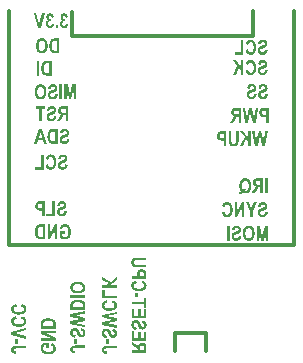
<source format=gbo>
G04 Layer_Color=32896*
%FSLAX44Y44*%
%MOMM*%
G71*
G01*
G75*
%ADD40C,0.3500*%
G36*
X225651Y168952D02*
X226058Y168897D01*
X226392Y168841D01*
X226688Y168767D01*
X226929Y168675D01*
X227114Y168619D01*
X227225Y168563D01*
X227243Y168545D01*
X227262D01*
X227558Y168378D01*
X227799Y168175D01*
X228021Y167971D01*
X228206Y167767D01*
X228354Y167582D01*
X228447Y167434D01*
X228521Y167341D01*
X228540Y167323D01*
Y167304D01*
X228688Y166990D01*
X228799Y166675D01*
X228891Y166360D01*
X228947Y166082D01*
X228984Y165842D01*
X229002Y165638D01*
Y165564D01*
Y165508D01*
Y165490D01*
Y165471D01*
X228984Y165156D01*
X228947Y164842D01*
X228891Y164564D01*
X228817Y164323D01*
X228762Y164120D01*
X228706Y163953D01*
X228669Y163860D01*
X228651Y163823D01*
X228502Y163545D01*
X228336Y163305D01*
X228169Y163101D01*
X228021Y162934D01*
X227873Y162786D01*
X227762Y162694D01*
X227688Y162620D01*
X227669Y162601D01*
X227410Y162435D01*
X227114Y162268D01*
X226780Y162120D01*
X226466Y161990D01*
X226169Y161879D01*
X226058Y161842D01*
X225947Y161805D01*
X225855Y161768D01*
X225781Y161749D01*
X225744Y161731D01*
X225725D01*
X225466Y161657D01*
X225225Y161583D01*
X225003Y161509D01*
X224818Y161435D01*
X224632Y161379D01*
X224484Y161324D01*
X224355Y161287D01*
X224244Y161250D01*
X224077Y161175D01*
X223947Y161120D01*
X223892Y161101D01*
X223873Y161083D01*
X223744Y161009D01*
X223614Y160935D01*
X223521Y160842D01*
X223447Y160768D01*
X223336Y160657D01*
X223299Y160620D01*
Y160601D01*
X223225Y160490D01*
X223188Y160361D01*
X223114Y160138D01*
Y160027D01*
X223096Y159953D01*
Y159898D01*
Y159879D01*
X223114Y159620D01*
X223188Y159379D01*
X223262Y159176D01*
X223373Y158990D01*
X223466Y158861D01*
X223559Y158750D01*
X223633Y158676D01*
X223651Y158657D01*
X223873Y158490D01*
X224114Y158379D01*
X224355Y158287D01*
X224577Y158231D01*
X224799Y158194D01*
X224966Y158176D01*
X225114D01*
X225447Y158194D01*
X225762Y158287D01*
X226021Y158398D01*
X226262Y158546D01*
X226484Y158731D01*
X226669Y158935D01*
X226817Y159157D01*
X226947Y159379D01*
X227058Y159601D01*
X227151Y159824D01*
X227225Y160027D01*
X227280Y160213D01*
X227317Y160361D01*
X227336Y160472D01*
X227354Y160564D01*
Y160583D01*
X229373Y160342D01*
X229317Y159953D01*
X229262Y159583D01*
X229169Y159250D01*
X229076Y158916D01*
X228947Y158620D01*
X228817Y158342D01*
X228688Y158102D01*
X228540Y157861D01*
X228373Y157639D01*
X228206Y157435D01*
X227854Y157102D01*
X227484Y156805D01*
X227114Y156583D01*
X226743Y156398D01*
X226392Y156269D01*
X226058Y156176D01*
X225762Y156120D01*
X225521Y156083D01*
X225336Y156046D01*
X225170D01*
X224781Y156065D01*
X224429Y156102D01*
X224095Y156139D01*
X223781Y156213D01*
X223503Y156306D01*
X223244Y156398D01*
X223003Y156491D01*
X222799Y156602D01*
X222633Y156694D01*
X222466Y156787D01*
X222336Y156880D01*
X222225Y156972D01*
X222151Y157046D01*
X222096Y157083D01*
X222059Y157120D01*
X222040Y157139D01*
X221855Y157361D01*
X221707Y157583D01*
X221559Y157805D01*
X221448Y158028D01*
X221262Y158490D01*
X221151Y158935D01*
X221114Y159120D01*
X221077Y159305D01*
X221059Y159472D01*
X221040Y159601D01*
X221022Y159731D01*
Y159805D01*
Y159861D01*
Y159879D01*
X221040Y160287D01*
X221077Y160657D01*
X221133Y160990D01*
X221207Y161268D01*
X221281Y161490D01*
X221336Y161657D01*
X221374Y161768D01*
X221392Y161805D01*
X221540Y162083D01*
X221707Y162342D01*
X221892Y162564D01*
X222059Y162749D01*
X222225Y162897D01*
X222355Y162990D01*
X222429Y163064D01*
X222466Y163083D01*
X222596Y163175D01*
X222762Y163268D01*
X223114Y163453D01*
X223484Y163601D01*
X223855Y163749D01*
X224188Y163879D01*
X224336Y163916D01*
X224466Y163971D01*
X224577Y164009D01*
X224651Y164027D01*
X224706Y164046D01*
X224725D01*
X224984Y164120D01*
X225225Y164194D01*
X225447Y164268D01*
X225632Y164342D01*
X225818Y164416D01*
X225966Y164471D01*
X226095Y164545D01*
X226225Y164601D01*
X226410Y164694D01*
X226521Y164768D01*
X226595Y164805D01*
X226614Y164823D01*
X226743Y164953D01*
X226854Y165101D01*
X226929Y165231D01*
X226966Y165360D01*
X227003Y165490D01*
X227021Y165582D01*
Y165638D01*
Y165656D01*
X227003Y165842D01*
X226947Y166008D01*
X226873Y166156D01*
X226799Y166286D01*
X226725Y166397D01*
X226651Y166471D01*
X226595Y166508D01*
X226577Y166527D01*
X226392Y166638D01*
X226169Y166730D01*
X225966Y166786D01*
X225762Y166842D01*
X225577Y166860D01*
X225410Y166879D01*
X225281D01*
X224984Y166860D01*
X224725Y166823D01*
X224503Y166749D01*
X224318Y166675D01*
X224170Y166601D01*
X224058Y166527D01*
X224003Y166490D01*
X223984Y166471D01*
X223818Y166286D01*
X223688Y166082D01*
X223596Y165842D01*
X223503Y165619D01*
X223447Y165397D01*
X223410Y165231D01*
X223392Y165156D01*
X223373Y165101D01*
Y165082D01*
Y165064D01*
X221299Y165175D01*
X221318Y165508D01*
X221374Y165823D01*
X221429Y166101D01*
X221503Y166379D01*
X221577Y166619D01*
X221670Y166860D01*
X221781Y167064D01*
X221873Y167249D01*
X221966Y167416D01*
X222059Y167564D01*
X222151Y167693D01*
X222225Y167786D01*
X222299Y167860D01*
X222355Y167934D01*
X222373Y167952D01*
X222392Y167971D01*
X222596Y168156D01*
X222799Y168304D01*
X223040Y168434D01*
X223262Y168545D01*
X223744Y168730D01*
X224188Y168841D01*
X224410Y168897D01*
X224595Y168915D01*
X224781Y168934D01*
X224929Y168952D01*
X225058Y168971D01*
X225225D01*
X225651Y168952D01*
D02*
G37*
G36*
X39129Y100551D02*
X38629Y100440D01*
X38222Y100292D01*
X37870Y100163D01*
X37592Y100014D01*
X37370Y99885D01*
X37222Y99774D01*
X37129Y99700D01*
X37092Y99681D01*
X36889Y99459D01*
X36722Y99218D01*
X36611Y98977D01*
X36537Y98755D01*
X36500Y98570D01*
X36481Y98404D01*
X36463Y98311D01*
Y98292D01*
Y98274D01*
X36481Y98070D01*
X36500Y97885D01*
X36611Y97515D01*
X36778Y97218D01*
X36963Y96959D01*
X37129Y96737D01*
X37296Y96589D01*
X37407Y96496D01*
X37426Y96459D01*
X37444D01*
X37648Y96348D01*
X37870Y96237D01*
X38129Y96145D01*
X38389Y96070D01*
X38944Y95941D01*
X39499Y95867D01*
X39759Y95830D01*
X39999Y95811D01*
X40222Y95793D01*
X40407D01*
X40574Y95774D01*
X41203D01*
X41592Y95811D01*
X41944Y95848D01*
X42259Y95885D01*
X42555Y95941D01*
X42832Y95996D01*
X43073Y96052D01*
X43277Y96126D01*
X43462Y96200D01*
X43629Y96256D01*
X43758Y96311D01*
X43869Y96367D01*
X43944Y96422D01*
X44018Y96441D01*
X44036Y96478D01*
X44055D01*
X44240Y96626D01*
X44388Y96774D01*
X44517Y96922D01*
X44629Y97070D01*
X44814Y97385D01*
X44925Y97681D01*
X44999Y97941D01*
X45036Y98144D01*
X45054Y98218D01*
Y98274D01*
Y98311D01*
Y98329D01*
X45036Y98626D01*
X44962Y98885D01*
X44888Y99107D01*
X44777Y99311D01*
X44684Y99477D01*
X44592Y99607D01*
X44517Y99681D01*
X44499Y99700D01*
X44277Y99903D01*
X44036Y100070D01*
X43777Y100218D01*
X43518Y100329D01*
X43295Y100403D01*
X43110Y100459D01*
X43036Y100477D01*
X42981D01*
X42962Y100496D01*
X42944D01*
X43536Y102551D01*
X43832Y102477D01*
X44110Y102385D01*
X44369Y102292D01*
X44629Y102199D01*
X44851Y102088D01*
X45054Y101996D01*
X45221Y101885D01*
X45388Y101792D01*
X45536Y101699D01*
X45665Y101607D01*
X45777Y101533D01*
X45869Y101459D01*
X45925Y101403D01*
X45980Y101366D01*
X46017Y101348D01*
Y101329D01*
X46221Y101107D01*
X46406Y100866D01*
X46573Y100625D01*
X46721Y100385D01*
X46832Y100144D01*
X46925Y99903D01*
X47073Y99440D01*
X47128Y99237D01*
X47165Y99052D01*
X47184Y98885D01*
X47202Y98737D01*
X47221Y98607D01*
Y98515D01*
Y98459D01*
Y98441D01*
X47202Y98052D01*
X47147Y97681D01*
X47073Y97348D01*
X46980Y97015D01*
X46851Y96719D01*
X46721Y96441D01*
X46573Y96181D01*
X46443Y95959D01*
X46295Y95756D01*
X46147Y95570D01*
X46017Y95422D01*
X45888Y95293D01*
X45795Y95200D01*
X45721Y95126D01*
X45665Y95089D01*
X45647Y95070D01*
X45295Y94811D01*
X44906Y94589D01*
X44517Y94404D01*
X44110Y94237D01*
X43684Y94089D01*
X43277Y93978D01*
X42870Y93885D01*
X42462Y93811D01*
X42092Y93756D01*
X41758Y93700D01*
X41444Y93663D01*
X41166Y93645D01*
X40962D01*
X40796Y93626D01*
X40648D01*
X40092Y93645D01*
X39574Y93682D01*
X39074Y93756D01*
X38611Y93848D01*
X38185Y93960D01*
X37796Y94071D01*
X37426Y94200D01*
X37111Y94348D01*
X36815Y94478D01*
X36555Y94608D01*
X36333Y94719D01*
X36167Y94830D01*
X36018Y94922D01*
X35907Y94996D01*
X35852Y95034D01*
X35833Y95052D01*
X35556Y95293D01*
X35333Y95552D01*
X35130Y95811D01*
X34944Y96089D01*
X34796Y96367D01*
X34667Y96626D01*
X34574Y96885D01*
X34481Y97144D01*
X34426Y97385D01*
X34370Y97607D01*
X34352Y97811D01*
X34315Y97978D01*
Y98126D01*
X34296Y98218D01*
Y98292D01*
Y98311D01*
X34315Y98607D01*
X34333Y98885D01*
X34444Y99403D01*
X34593Y99866D01*
X34685Y100070D01*
X34778Y100255D01*
X34870Y100422D01*
X34963Y100570D01*
X35037Y100700D01*
X35111Y100792D01*
X35167Y100885D01*
X35222Y100940D01*
X35241Y100977D01*
X35259Y100996D01*
X35463Y101200D01*
X35667Y101385D01*
X36148Y101699D01*
X36666Y101977D01*
X37166Y102199D01*
X37407Y102292D01*
X37629Y102366D01*
X37833Y102422D01*
X38000Y102477D01*
X38148Y102514D01*
X38259Y102551D01*
X38333Y102570D01*
X38352D01*
X39129Y100551D01*
D02*
G37*
G36*
X236002Y168934D02*
X236502Y168860D01*
X236946Y168749D01*
X237335Y168619D01*
X237483Y168545D01*
X237631Y168471D01*
X237761Y168415D01*
X237872Y168360D01*
X237946Y168323D01*
X238001Y168286D01*
X238039Y168249D01*
X238057D01*
X238427Y167952D01*
X238779Y167619D01*
X239057Y167267D01*
X239316Y166916D01*
X239520Y166601D01*
X239594Y166453D01*
X239649Y166342D01*
X239705Y166231D01*
X239742Y166156D01*
X239779Y166119D01*
Y166101D01*
X239890Y165823D01*
X240001Y165527D01*
X240149Y164916D01*
X240261Y164305D01*
X240353Y163712D01*
X240372Y163453D01*
X240390Y163194D01*
X240409Y162971D01*
Y162786D01*
X240427Y162638D01*
Y162509D01*
Y162435D01*
Y162416D01*
X240409Y161861D01*
X240372Y161324D01*
X240298Y160824D01*
X240205Y160361D01*
X240094Y159935D01*
X239964Y159546D01*
X239835Y159176D01*
X239687Y158842D01*
X239557Y158565D01*
X239427Y158305D01*
X239298Y158083D01*
X239186Y157898D01*
X239094Y157768D01*
X239020Y157657D01*
X238983Y157602D01*
X238964Y157583D01*
X238705Y157305D01*
X238446Y157083D01*
X238150Y156880D01*
X237872Y156694D01*
X237576Y156546D01*
X237279Y156417D01*
X237002Y156324D01*
X236724Y156231D01*
X236465Y156176D01*
X236224Y156120D01*
X236002Y156102D01*
X235816Y156065D01*
X235668D01*
X235539Y156046D01*
X235446D01*
X235039Y156065D01*
X234669Y156120D01*
X234298Y156194D01*
X233965Y156287D01*
X233650Y156417D01*
X233372Y156546D01*
X233113Y156676D01*
X232872Y156824D01*
X232650Y156972D01*
X232465Y157102D01*
X232317Y157250D01*
X232187Y157361D01*
X232076Y157454D01*
X232002Y157528D01*
X231965Y157583D01*
X231947Y157602D01*
X231687Y157954D01*
X231465Y158324D01*
X231261Y158713D01*
X231095Y159120D01*
X230947Y159527D01*
X230817Y159935D01*
X230724Y160324D01*
X230650Y160713D01*
X230595Y161083D01*
X230539Y161416D01*
X230502Y161731D01*
X230484Y161990D01*
X230465Y162212D01*
Y162379D01*
Y162472D01*
Y162509D01*
X230484Y163064D01*
X230521Y163601D01*
X230595Y164101D01*
X230687Y164564D01*
X230780Y164990D01*
X230910Y165379D01*
X231021Y165730D01*
X231150Y166064D01*
X231280Y166342D01*
X231409Y166582D01*
X231539Y166805D01*
X231632Y166971D01*
X231724Y167119D01*
X231798Y167212D01*
X231835Y167267D01*
X231854Y167286D01*
X232132Y167582D01*
X232409Y167841D01*
X232706Y168064D01*
X233002Y168267D01*
X233298Y168415D01*
X233594Y168563D01*
X233891Y168675D01*
X234168Y168767D01*
X234428Y168823D01*
X234669Y168878D01*
X234891Y168915D01*
X235076Y168952D01*
X235224D01*
X235354Y168971D01*
X235446D01*
X236002Y168934D01*
D02*
G37*
G36*
X252000Y156250D02*
X250074D01*
Y166119D01*
X248037Y156250D01*
X246056D01*
X243982Y166119D01*
Y156250D01*
X242057D01*
Y168767D01*
X245186D01*
X247038Y160194D01*
X248908Y168767D01*
X252000D01*
Y156250D01*
D02*
G37*
G36*
X219337D02*
X217263D01*
Y168767D01*
X219337D01*
Y156250D01*
D02*
G37*
G36*
X39129Y90201D02*
X38629Y90090D01*
X38222Y89941D01*
X37870Y89812D01*
X37592Y89664D01*
X37370Y89534D01*
X37222Y89423D01*
X37129Y89349D01*
X37092Y89330D01*
X36889Y89108D01*
X36722Y88867D01*
X36611Y88627D01*
X36537Y88405D01*
X36500Y88219D01*
X36481Y88053D01*
X36463Y87960D01*
Y87942D01*
Y87923D01*
X36481Y87719D01*
X36500Y87534D01*
X36611Y87164D01*
X36778Y86868D01*
X36963Y86608D01*
X37129Y86386D01*
X37296Y86238D01*
X37407Y86145D01*
X37426Y86109D01*
X37444D01*
X37648Y85997D01*
X37870Y85886D01*
X38129Y85794D01*
X38389Y85720D01*
X38944Y85590D01*
X39499Y85516D01*
X39759Y85479D01*
X39999Y85460D01*
X40222Y85442D01*
X40407D01*
X40574Y85423D01*
X41203D01*
X41592Y85460D01*
X41944Y85497D01*
X42259Y85534D01*
X42555Y85590D01*
X42832Y85646D01*
X43073Y85701D01*
X43277Y85775D01*
X43462Y85849D01*
X43629Y85905D01*
X43758Y85960D01*
X43869Y86016D01*
X43944Y86071D01*
X44018Y86090D01*
X44036Y86127D01*
X44055D01*
X44240Y86275D01*
X44388Y86423D01*
X44517Y86571D01*
X44629Y86720D01*
X44814Y87034D01*
X44925Y87331D01*
X44999Y87590D01*
X45036Y87794D01*
X45054Y87867D01*
Y87923D01*
Y87960D01*
Y87979D01*
X45036Y88275D01*
X44962Y88534D01*
X44888Y88756D01*
X44777Y88960D01*
X44684Y89127D01*
X44592Y89256D01*
X44517Y89330D01*
X44499Y89349D01*
X44277Y89553D01*
X44036Y89719D01*
X43777Y89867D01*
X43518Y89978D01*
X43295Y90052D01*
X43110Y90108D01*
X43036Y90127D01*
X42981D01*
X42962Y90145D01*
X42944D01*
X43536Y92200D01*
X43832Y92126D01*
X44110Y92034D01*
X44369Y91941D01*
X44629Y91849D01*
X44851Y91737D01*
X45054Y91645D01*
X45221Y91534D01*
X45388Y91441D01*
X45536Y91349D01*
X45665Y91256D01*
X45777Y91182D01*
X45869Y91108D01*
X45925Y91052D01*
X45980Y91015D01*
X46017Y90997D01*
Y90978D01*
X46221Y90756D01*
X46406Y90515D01*
X46573Y90275D01*
X46721Y90034D01*
X46832Y89793D01*
X46925Y89553D01*
X47073Y89090D01*
X47128Y88886D01*
X47165Y88701D01*
X47184Y88534D01*
X47202Y88386D01*
X47221Y88256D01*
Y88164D01*
Y88108D01*
Y88090D01*
X47202Y87701D01*
X47147Y87331D01*
X47073Y86997D01*
X46980Y86664D01*
X46851Y86368D01*
X46721Y86090D01*
X46573Y85831D01*
X46443Y85609D01*
X46295Y85405D01*
X46147Y85220D01*
X46017Y85071D01*
X45888Y84942D01*
X45795Y84849D01*
X45721Y84775D01*
X45665Y84738D01*
X45647Y84720D01*
X45295Y84460D01*
X44906Y84238D01*
X44517Y84053D01*
X44110Y83886D01*
X43684Y83738D01*
X43277Y83627D01*
X42870Y83535D01*
X42462Y83461D01*
X42092Y83405D01*
X41758Y83350D01*
X41444Y83313D01*
X41166Y83294D01*
X40962D01*
X40796Y83275D01*
X40648D01*
X40092Y83294D01*
X39574Y83331D01*
X39074Y83405D01*
X38611Y83498D01*
X38185Y83609D01*
X37796Y83720D01*
X37426Y83849D01*
X37111Y83998D01*
X36815Y84127D01*
X36555Y84257D01*
X36333Y84368D01*
X36167Y84479D01*
X36018Y84572D01*
X35907Y84646D01*
X35852Y84683D01*
X35833Y84701D01*
X35556Y84942D01*
X35333Y85201D01*
X35130Y85460D01*
X34944Y85738D01*
X34796Y86016D01*
X34667Y86275D01*
X34574Y86534D01*
X34481Y86794D01*
X34426Y87034D01*
X34370Y87256D01*
X34352Y87460D01*
X34315Y87627D01*
Y87775D01*
X34296Y87867D01*
Y87942D01*
Y87960D01*
X34315Y88256D01*
X34333Y88534D01*
X34444Y89053D01*
X34593Y89515D01*
X34685Y89719D01*
X34778Y89904D01*
X34870Y90071D01*
X34963Y90219D01*
X35037Y90349D01*
X35111Y90441D01*
X35167Y90534D01*
X35222Y90590D01*
X35241Y90626D01*
X35259Y90645D01*
X35463Y90849D01*
X35667Y91034D01*
X36148Y91349D01*
X36666Y91626D01*
X37166Y91849D01*
X37407Y91941D01*
X37629Y92015D01*
X37833Y92071D01*
X38000Y92126D01*
X38148Y92163D01*
X38259Y92200D01*
X38333Y92219D01*
X38352D01*
X39129Y90201D01*
D02*
G37*
G36*
X66277Y90460D02*
X66851Y90423D01*
X67129Y90404D01*
X67370Y90367D01*
X67592Y90330D01*
X67795Y90312D01*
X67981Y90275D01*
X68147Y90238D01*
X68295Y90201D01*
X68407Y90182D01*
X68499Y90163D01*
X68573Y90145D01*
X68610Y90126D01*
X68629D01*
X69073Y89978D01*
X69462Y89830D01*
X69795Y89664D01*
X70073Y89497D01*
X70314Y89367D01*
X70480Y89256D01*
X70573Y89182D01*
X70610Y89145D01*
X70869Y88904D01*
X71091Y88682D01*
X71277Y88441D01*
X71425Y88238D01*
X71536Y88053D01*
X71628Y87923D01*
X71665Y87830D01*
X71684Y87793D01*
X71795Y87497D01*
X71869Y87145D01*
X71943Y86793D01*
X71980Y86442D01*
X71999Y86127D01*
Y85997D01*
X72017Y85886D01*
Y85775D01*
Y85701D01*
Y85664D01*
Y85646D01*
Y81868D01*
X59500D01*
Y85757D01*
X59518Y86201D01*
X59556Y86608D01*
X59611Y86960D01*
X59685Y87256D01*
X59741Y87497D01*
X59796Y87664D01*
X59833Y87775D01*
X59852Y87812D01*
X60000Y88108D01*
X60167Y88367D01*
X60333Y88590D01*
X60500Y88793D01*
X60648Y88941D01*
X60778Y89071D01*
X60852Y89145D01*
X60889Y89164D01*
X61167Y89367D01*
X61481Y89552D01*
X61796Y89719D01*
X62111Y89849D01*
X62370Y89960D01*
X62592Y90034D01*
X62685Y90071D01*
X62740Y90090D01*
X62777Y90108D01*
X62796D01*
X63259Y90238D01*
X63740Y90330D01*
X64222Y90386D01*
X64666Y90441D01*
X64870D01*
X65055Y90460D01*
X65222D01*
X65351Y90478D01*
X65629D01*
X66277Y90460D01*
D02*
G37*
G36*
X72017Y77794D02*
X63648D01*
X72017Y73573D01*
Y71573D01*
X59500D01*
Y73499D01*
X67647D01*
X59500Y77628D01*
Y79720D01*
X72017D01*
Y77794D01*
D02*
G37*
G36*
X47017Y64999D02*
X38648D01*
X38389Y64981D01*
X38166Y64963D01*
X37963Y64944D01*
X37777Y64925D01*
X37611Y64907D01*
X37463Y64870D01*
X37333Y64851D01*
X37129Y64777D01*
X37000Y64740D01*
X36926Y64703D01*
X36907Y64685D01*
X36759Y64555D01*
X36648Y64407D01*
X36574Y64240D01*
X36518Y64092D01*
X36481Y63944D01*
X36463Y63833D01*
Y63759D01*
Y63722D01*
X36481Y63500D01*
X36555Y63296D01*
X36666Y63129D01*
X36778Y62981D01*
X36889Y62889D01*
X37000Y62796D01*
X37074Y62759D01*
X37092Y62741D01*
X37296Y62648D01*
X37537Y62592D01*
X37796Y62537D01*
X38055Y62500D01*
X38296Y62481D01*
X38481Y62463D01*
X38666D01*
X38389Y60500D01*
X38018Y60518D01*
X37666Y60537D01*
X37333Y60574D01*
X37037Y60630D01*
X36759Y60685D01*
X36518Y60759D01*
X36278Y60833D01*
X36074Y60926D01*
X35907Y61000D01*
X35741Y61074D01*
X35611Y61148D01*
X35500Y61204D01*
X35426Y61259D01*
X35370Y61296D01*
X35333Y61333D01*
X35315D01*
X35130Y61500D01*
X34981Y61667D01*
X34852Y61852D01*
X34722Y62055D01*
X34537Y62426D01*
X34426Y62796D01*
X34352Y63129D01*
X34333Y63278D01*
X34315Y63407D01*
X34296Y63500D01*
Y63592D01*
Y63629D01*
Y63648D01*
X34315Y64055D01*
X34370Y64407D01*
X34463Y64722D01*
X34556Y64999D01*
X34630Y65222D01*
X34722Y65388D01*
X34778Y65481D01*
X34796Y65518D01*
X35000Y65796D01*
X35222Y66037D01*
X35463Y66222D01*
X35704Y66388D01*
X35907Y66518D01*
X36074Y66610D01*
X36185Y66666D01*
X36203Y66685D01*
X36222D01*
X36407Y66759D01*
X36611Y66814D01*
X37074Y66907D01*
X37537Y66981D01*
X38018Y67018D01*
X38222Y67036D01*
X38426Y67055D01*
X38611D01*
X38777Y67073D01*
X47017D01*
Y64999D01*
D02*
G37*
G36*
Y80350D02*
X37740Y77850D01*
X47017Y75258D01*
Y73017D01*
X34500Y76665D01*
Y78924D01*
X47017Y82572D01*
Y80350D01*
D02*
G37*
G36*
X40240Y68684D02*
X37833D01*
Y72573D01*
X40240D01*
Y68684D01*
D02*
G37*
G36*
X247778Y188952D02*
X248186Y188897D01*
X248519Y188841D01*
X248815Y188767D01*
X249056Y188675D01*
X249241Y188619D01*
X249352Y188563D01*
X249371Y188545D01*
X249389D01*
X249685Y188378D01*
X249926Y188175D01*
X250148Y187971D01*
X250333Y187767D01*
X250482Y187582D01*
X250574Y187434D01*
X250648Y187341D01*
X250667Y187323D01*
Y187304D01*
X250815Y186990D01*
X250926Y186675D01*
X251019Y186360D01*
X251074Y186082D01*
X251111Y185842D01*
X251130Y185638D01*
Y185564D01*
Y185508D01*
Y185490D01*
Y185471D01*
X251111Y185156D01*
X251074Y184842D01*
X251019Y184564D01*
X250944Y184323D01*
X250889Y184119D01*
X250833Y183953D01*
X250796Y183860D01*
X250778Y183823D01*
X250630Y183545D01*
X250463Y183305D01*
X250296Y183101D01*
X250148Y182934D01*
X250000Y182786D01*
X249889Y182694D01*
X249815Y182620D01*
X249797Y182601D01*
X249537Y182435D01*
X249241Y182268D01*
X248908Y182120D01*
X248593Y181990D01*
X248297Y181879D01*
X248186Y181842D01*
X248074Y181805D01*
X247982Y181768D01*
X247908Y181749D01*
X247871Y181731D01*
X247852D01*
X247593Y181657D01*
X247352Y181583D01*
X247130Y181509D01*
X246945Y181435D01*
X246760Y181379D01*
X246612Y181324D01*
X246482Y181287D01*
X246371Y181250D01*
X246204Y181175D01*
X246075Y181120D01*
X246019Y181101D01*
X246001Y181083D01*
X245871Y181009D01*
X245741Y180935D01*
X245649Y180842D01*
X245575Y180768D01*
X245464Y180657D01*
X245427Y180620D01*
Y180601D01*
X245352Y180490D01*
X245315Y180361D01*
X245241Y180138D01*
Y180027D01*
X245223Y179953D01*
Y179898D01*
Y179879D01*
X245241Y179620D01*
X245315Y179379D01*
X245389Y179176D01*
X245501Y178990D01*
X245593Y178861D01*
X245686Y178750D01*
X245760Y178676D01*
X245778Y178657D01*
X246001Y178491D01*
X246241Y178379D01*
X246482Y178287D01*
X246704Y178231D01*
X246926Y178194D01*
X247093Y178176D01*
X247241D01*
X247575Y178194D01*
X247889Y178287D01*
X248148Y178398D01*
X248389Y178546D01*
X248611Y178731D01*
X248797Y178935D01*
X248945Y179157D01*
X249074Y179379D01*
X249185Y179601D01*
X249278Y179824D01*
X249352Y180027D01*
X249408Y180212D01*
X249445Y180361D01*
X249463Y180472D01*
X249482Y180564D01*
Y180583D01*
X251500Y180342D01*
X251444Y179953D01*
X251389Y179583D01*
X251296Y179250D01*
X251204Y178916D01*
X251074Y178620D01*
X250944Y178342D01*
X250815Y178102D01*
X250667Y177861D01*
X250500Y177639D01*
X250333Y177435D01*
X249982Y177102D01*
X249611Y176805D01*
X249241Y176583D01*
X248871Y176398D01*
X248519Y176269D01*
X248186Y176176D01*
X247889Y176120D01*
X247649Y176083D01*
X247463Y176046D01*
X247297D01*
X246908Y176065D01*
X246556Y176102D01*
X246223Y176139D01*
X245908Y176213D01*
X245630Y176306D01*
X245371Y176398D01*
X245130Y176491D01*
X244927Y176602D01*
X244760Y176694D01*
X244593Y176787D01*
X244464Y176880D01*
X244353Y176972D01*
X244279Y177046D01*
X244223Y177083D01*
X244186Y177120D01*
X244167Y177139D01*
X243982Y177361D01*
X243834Y177583D01*
X243686Y177805D01*
X243575Y178028D01*
X243390Y178491D01*
X243279Y178935D01*
X243242Y179120D01*
X243205Y179305D01*
X243186Y179472D01*
X243167Y179601D01*
X243149Y179731D01*
Y179805D01*
Y179861D01*
Y179879D01*
X243167Y180287D01*
X243205Y180657D01*
X243260Y180990D01*
X243334Y181268D01*
X243408Y181490D01*
X243464Y181657D01*
X243501Y181768D01*
X243519Y181805D01*
X243668Y182083D01*
X243834Y182342D01*
X244019Y182564D01*
X244186Y182749D01*
X244353Y182897D01*
X244482Y182990D01*
X244556Y183064D01*
X244593Y183083D01*
X244723Y183175D01*
X244890Y183268D01*
X245241Y183453D01*
X245612Y183601D01*
X245982Y183749D01*
X246315Y183879D01*
X246464Y183916D01*
X246593Y183971D01*
X246704Y184008D01*
X246778Y184027D01*
X246834Y184046D01*
X246852D01*
X247112Y184119D01*
X247352Y184194D01*
X247575Y184268D01*
X247760Y184342D01*
X247945Y184416D01*
X248093Y184471D01*
X248223Y184545D01*
X248352Y184601D01*
X248537Y184694D01*
X248648Y184768D01*
X248722Y184805D01*
X248741Y184823D01*
X248871Y184953D01*
X248982Y185101D01*
X249056Y185231D01*
X249093Y185360D01*
X249130Y185490D01*
X249148Y185582D01*
Y185638D01*
Y185656D01*
X249130Y185842D01*
X249074Y186008D01*
X249000Y186156D01*
X248926Y186286D01*
X248852Y186397D01*
X248778Y186471D01*
X248722Y186508D01*
X248704Y186527D01*
X248519Y186638D01*
X248297Y186730D01*
X248093Y186786D01*
X247889Y186842D01*
X247704Y186860D01*
X247537Y186879D01*
X247408D01*
X247112Y186860D01*
X246852Y186823D01*
X246630Y186749D01*
X246445Y186675D01*
X246297Y186601D01*
X246186Y186527D01*
X246130Y186490D01*
X246112Y186471D01*
X245945Y186286D01*
X245815Y186082D01*
X245723Y185842D01*
X245630Y185619D01*
X245575Y185397D01*
X245538Y185231D01*
X245519Y185156D01*
X245501Y185101D01*
Y185082D01*
Y185064D01*
X243427Y185175D01*
X243445Y185508D01*
X243501Y185823D01*
X243556Y186101D01*
X243630Y186379D01*
X243704Y186619D01*
X243797Y186860D01*
X243908Y187064D01*
X244001Y187249D01*
X244093Y187416D01*
X244186Y187564D01*
X244279Y187693D01*
X244353Y187786D01*
X244427Y187860D01*
X244482Y187934D01*
X244501Y187952D01*
X244519Y187971D01*
X244723Y188156D01*
X244927Y188304D01*
X245167Y188434D01*
X245389Y188545D01*
X245871Y188730D01*
X246315Y188841D01*
X246538Y188897D01*
X246723Y188915D01*
X246908Y188934D01*
X247056Y188952D01*
X247186Y188971D01*
X247352D01*
X247778Y188952D01*
D02*
G37*
G36*
X226882Y242083D02*
Y241583D01*
X226864Y241120D01*
X226845Y240694D01*
X226827Y240305D01*
X226790Y239953D01*
X226753Y239639D01*
X226716Y239361D01*
X226679Y239102D01*
X226660Y238898D01*
X226623Y238713D01*
X226586Y238565D01*
X226549Y238435D01*
X226530Y238342D01*
X226512Y238287D01*
X226493Y238250D01*
Y238231D01*
X226327Y237861D01*
X226123Y237546D01*
X225901Y237268D01*
X225679Y237046D01*
X225494Y236861D01*
X225327Y236731D01*
X225216Y236639D01*
X225197Y236620D01*
X225179D01*
X224808Y236435D01*
X224401Y236287D01*
X223975Y236194D01*
X223586Y236120D01*
X223216Y236083D01*
X223068Y236065D01*
X222920D01*
X222808Y236046D01*
X222660D01*
X222105Y236083D01*
X221623Y236157D01*
X221198Y236269D01*
X220846Y236398D01*
X220698Y236454D01*
X220550Y236509D01*
X220438Y236565D01*
X220346Y236620D01*
X220272Y236676D01*
X220216Y236694D01*
X220198Y236731D01*
X220179D01*
X219846Y237009D01*
X219587Y237305D01*
X219383Y237620D01*
X219216Y237898D01*
X219087Y238157D01*
X219013Y238361D01*
X218994Y238435D01*
X218976Y238491D01*
X218957Y238528D01*
Y238546D01*
X218902Y238768D01*
X218864Y239028D01*
X218827Y239305D01*
X218790Y239601D01*
X218753Y240194D01*
X218716Y240787D01*
X218698Y241083D01*
Y241342D01*
X218679Y241583D01*
Y241786D01*
Y241953D01*
Y242083D01*
Y242157D01*
Y242194D01*
Y248767D01*
X220753D01*
Y241842D01*
Y241509D01*
Y241194D01*
X220772Y240916D01*
X220790Y240676D01*
Y240453D01*
X220809Y240250D01*
X220827Y240064D01*
X220846Y239916D01*
X220864Y239787D01*
X220883Y239676D01*
X220901Y239583D01*
Y239509D01*
X220938Y239435D01*
Y239398D01*
X221012Y239194D01*
X221105Y239028D01*
X221198Y238879D01*
X221309Y238750D01*
X221401Y238657D01*
X221475Y238583D01*
X221531Y238546D01*
X221549Y238528D01*
X221735Y238416D01*
X221920Y238342D01*
X222105Y238287D01*
X222290Y238250D01*
X222457Y238231D01*
X222586Y238213D01*
X222716D01*
X223012Y238231D01*
X223290Y238287D01*
X223531Y238361D01*
X223716Y238435D01*
X223883Y238509D01*
X223994Y238583D01*
X224068Y238639D01*
X224086Y238657D01*
X224271Y238842D01*
X224401Y239046D01*
X224512Y239250D01*
X224605Y239472D01*
X224660Y239657D01*
X224697Y239805D01*
X224734Y239898D01*
Y239935D01*
X224753Y240046D01*
Y240157D01*
X224771Y240453D01*
X224790Y240805D01*
Y241138D01*
X224808Y241472D01*
Y241620D01*
Y241731D01*
Y241842D01*
Y241916D01*
Y241972D01*
Y241990D01*
Y248767D01*
X226882D01*
Y242083D01*
D02*
G37*
G36*
X216513Y236250D02*
X214439D01*
Y240972D01*
X212754D01*
X212439Y240990D01*
X212143Y241009D01*
X211884Y241027D01*
X211643Y241064D01*
X211439Y241083D01*
X211236Y241120D01*
X211069Y241157D01*
X210921Y241194D01*
X210791Y241231D01*
X210699Y241250D01*
X210606Y241287D01*
X210532Y241305D01*
X210495Y241324D01*
X210458Y241342D01*
X210180Y241509D01*
X209921Y241694D01*
X209699Y241916D01*
X209514Y242120D01*
X209366Y242305D01*
X209254Y242472D01*
X209180Y242583D01*
X209162Y242601D01*
Y242620D01*
X208995Y242990D01*
X208866Y243360D01*
X208773Y243749D01*
X208699Y244101D01*
X208662Y244416D01*
Y244564D01*
X208643Y244675D01*
Y244768D01*
Y244842D01*
Y244879D01*
Y244897D01*
X208662Y245434D01*
X208736Y245916D01*
X208829Y246323D01*
X208940Y246675D01*
X209014Y246842D01*
X209069Y246971D01*
X209106Y247082D01*
X209162Y247175D01*
X209199Y247249D01*
X209236Y247304D01*
X209254Y247323D01*
Y247341D01*
X209495Y247675D01*
X209736Y247934D01*
X209995Y248156D01*
X210217Y248323D01*
X210439Y248434D01*
X210606Y248526D01*
X210717Y248563D01*
X210736Y248582D01*
X210754D01*
X210884Y248619D01*
X211032Y248638D01*
X211199Y248675D01*
X211384Y248693D01*
X211773Y248730D01*
X212199Y248749D01*
X212569Y248767D01*
X216513D01*
Y236250D01*
D02*
G37*
G36*
X249324D02*
X247065D01*
X245028Y245601D01*
X242973Y236250D01*
X240770D01*
X238288Y248767D01*
X240381D01*
X241955Y240009D01*
X243769Y248767D01*
X246232D01*
X248102Y240157D01*
X249639Y248767D01*
X251750D01*
X249324Y236250D01*
D02*
G37*
G36*
X229123Y256000D02*
X227049D01*
Y261222D01*
X226382D01*
X226179Y261203D01*
X225993Y261185D01*
X225845Y261148D01*
X225734Y261129D01*
X225660Y261092D01*
X225623Y261073D01*
X225605D01*
X225475Y261018D01*
X225364Y260925D01*
X225179Y260759D01*
X225105Y260685D01*
X225049Y260611D01*
X225012Y260574D01*
X224994Y260555D01*
X224938Y260481D01*
X224864Y260370D01*
X224771Y260259D01*
X224697Y260129D01*
X224512Y259814D01*
X224327Y259500D01*
X224160Y259203D01*
X224086Y259074D01*
X224012Y258963D01*
X223957Y258870D01*
X223920Y258796D01*
X223883Y258741D01*
Y258722D01*
X222401Y256000D01*
X219902D01*
X221161Y258426D01*
X221290Y258685D01*
X221420Y258944D01*
X221549Y259166D01*
X221661Y259370D01*
X221772Y259555D01*
X221864Y259722D01*
X222031Y260000D01*
X222160Y260203D01*
X222272Y260351D01*
X222327Y260444D01*
X222346Y260462D01*
X222512Y260666D01*
X222698Y260870D01*
X222883Y261055D01*
X223049Y261203D01*
X223197Y261333D01*
X223327Y261425D01*
X223401Y261499D01*
X223438Y261518D01*
X222975Y261629D01*
X222586Y261777D01*
X222235Y261962D01*
X221957Y262166D01*
X221735Y262333D01*
X221568Y262481D01*
X221475Y262592D01*
X221438Y262610D01*
Y262629D01*
X221198Y262999D01*
X221012Y263388D01*
X220883Y263777D01*
X220809Y264147D01*
X220753Y264481D01*
X220735Y264629D01*
Y264758D01*
X220716Y264851D01*
Y264944D01*
Y264981D01*
Y264999D01*
X220735Y265425D01*
X220790Y265795D01*
X220864Y266147D01*
X220938Y266443D01*
X221031Y266666D01*
X221105Y266851D01*
X221161Y266962D01*
X221179Y266999D01*
X221364Y267295D01*
X221568Y267536D01*
X221753Y267740D01*
X221938Y267888D01*
X222105Y268017D01*
X222235Y268110D01*
X222327Y268147D01*
X222364Y268165D01*
X222512Y268221D01*
X222679Y268277D01*
X223049Y268369D01*
X223438Y268425D01*
X223827Y268480D01*
X224179Y268499D01*
X224345D01*
X224475Y268517D01*
X229123D01*
Y256000D01*
D02*
G37*
G36*
X237159Y236250D02*
X235085D01*
Y240027D01*
X233400Y242120D01*
X230604Y236250D01*
X227901D01*
X231937Y243916D01*
X228086Y248767D01*
X230882D01*
X235085Y243175D01*
Y248767D01*
X237159D01*
Y236250D01*
D02*
G37*
G36*
X251500Y196500D02*
X249426D01*
Y209017D01*
X251500D01*
Y196500D01*
D02*
G37*
G36*
X231780Y176250D02*
X229854D01*
Y184397D01*
X225725Y176250D01*
X223633D01*
Y188767D01*
X225558D01*
Y180398D01*
X229780Y188767D01*
X231780D01*
Y176250D01*
D02*
G37*
G36*
X217411Y188952D02*
X217781Y188897D01*
X218115Y188823D01*
X218448Y188730D01*
X218744Y188601D01*
X219022Y188471D01*
X219281Y188323D01*
X219503Y188193D01*
X219707Y188045D01*
X219892Y187897D01*
X220040Y187767D01*
X220170Y187638D01*
X220263Y187545D01*
X220337Y187471D01*
X220374Y187416D01*
X220392Y187397D01*
X220651Y187045D01*
X220874Y186656D01*
X221059Y186268D01*
X221225Y185860D01*
X221374Y185434D01*
X221485Y185027D01*
X221577Y184620D01*
X221651Y184212D01*
X221707Y183842D01*
X221762Y183508D01*
X221799Y183194D01*
X221818Y182916D01*
Y182712D01*
X221836Y182546D01*
Y182435D01*
Y182416D01*
Y182397D01*
X221818Y181842D01*
X221781Y181324D01*
X221707Y180824D01*
X221614Y180361D01*
X221503Y179935D01*
X221392Y179546D01*
X221262Y179176D01*
X221114Y178861D01*
X220985Y178565D01*
X220855Y178305D01*
X220744Y178083D01*
X220633Y177917D01*
X220540Y177768D01*
X220466Y177657D01*
X220429Y177602D01*
X220411Y177583D01*
X220170Y177305D01*
X219911Y177083D01*
X219652Y176880D01*
X219374Y176694D01*
X219096Y176546D01*
X218837Y176417D01*
X218577Y176324D01*
X218318Y176231D01*
X218078Y176176D01*
X217855Y176120D01*
X217652Y176102D01*
X217485Y176065D01*
X217337D01*
X217244Y176046D01*
X217152D01*
X216855Y176065D01*
X216578Y176083D01*
X216059Y176194D01*
X215596Y176343D01*
X215393Y176435D01*
X215208Y176528D01*
X215041Y176620D01*
X214893Y176713D01*
X214763Y176787D01*
X214671Y176861D01*
X214578Y176917D01*
X214522Y176972D01*
X214485Y176991D01*
X214467Y177009D01*
X214263Y177213D01*
X214078Y177416D01*
X213763Y177898D01*
X213485Y178416D01*
X213263Y178916D01*
X213171Y179157D01*
X213097Y179379D01*
X213041Y179583D01*
X212985Y179750D01*
X212948Y179898D01*
X212911Y180009D01*
X212893Y180083D01*
Y180101D01*
X214911Y180879D01*
X215022Y180379D01*
X215170Y179972D01*
X215300Y179620D01*
X215448Y179342D01*
X215578Y179120D01*
X215689Y178972D01*
X215763Y178879D01*
X215781Y178842D01*
X216004Y178639D01*
X216244Y178472D01*
X216485Y178361D01*
X216707Y178287D01*
X216893Y178250D01*
X217059Y178231D01*
X217152Y178213D01*
X217189D01*
X217392Y178231D01*
X217578Y178250D01*
X217948Y178361D01*
X218244Y178528D01*
X218503Y178713D01*
X218726Y178879D01*
X218874Y179046D01*
X218966Y179157D01*
X219003Y179176D01*
Y179194D01*
X219114Y179398D01*
X219226Y179620D01*
X219318Y179879D01*
X219392Y180138D01*
X219522Y180694D01*
X219596Y181250D01*
X219633Y181509D01*
X219652Y181749D01*
X219670Y181972D01*
Y182157D01*
X219688Y182323D01*
Y182435D01*
Y182527D01*
Y182546D01*
Y182953D01*
X219652Y183342D01*
X219614Y183694D01*
X219577Y184008D01*
X219522Y184305D01*
X219466Y184583D01*
X219411Y184823D01*
X219337Y185027D01*
X219263Y185212D01*
X219207Y185379D01*
X219151Y185508D01*
X219096Y185619D01*
X219040Y185693D01*
X219022Y185767D01*
X218985Y185786D01*
Y185805D01*
X218837Y185990D01*
X218689Y186138D01*
X218540Y186268D01*
X218392Y186379D01*
X218078Y186564D01*
X217781Y186675D01*
X217522Y186749D01*
X217318Y186786D01*
X217244Y186805D01*
X217133D01*
X216837Y186786D01*
X216578Y186712D01*
X216355Y186638D01*
X216152Y186527D01*
X215985Y186434D01*
X215856Y186341D01*
X215781Y186268D01*
X215763Y186249D01*
X215559Y186027D01*
X215393Y185786D01*
X215245Y185527D01*
X215133Y185268D01*
X215059Y185045D01*
X215004Y184860D01*
X214985Y184786D01*
Y184731D01*
X214967Y184712D01*
Y184694D01*
X212911Y185286D01*
X212985Y185582D01*
X213078Y185860D01*
X213171Y186119D01*
X213263Y186379D01*
X213374Y186601D01*
X213467Y186805D01*
X213578Y186971D01*
X213671Y187138D01*
X213763Y187286D01*
X213856Y187416D01*
X213930Y187527D01*
X214004Y187619D01*
X214059Y187675D01*
X214097Y187730D01*
X214115Y187767D01*
X214133D01*
X214356Y187971D01*
X214596Y188156D01*
X214837Y188323D01*
X215078Y188471D01*
X215319Y188582D01*
X215559Y188675D01*
X216022Y188823D01*
X216226Y188878D01*
X216411Y188915D01*
X216578Y188934D01*
X216726Y188952D01*
X216855Y188971D01*
X217022D01*
X217411Y188952D01*
D02*
G37*
G36*
X238705Y181527D02*
Y176250D01*
X236631D01*
Y181509D01*
X232872Y188767D01*
X235280D01*
X237631Y183823D01*
X240038Y188767D01*
X242464D01*
X238705Y181527D01*
D02*
G37*
G36*
X247445Y196500D02*
X245371D01*
Y201722D01*
X244704D01*
X244501Y201703D01*
X244316Y201685D01*
X244167Y201648D01*
X244056Y201629D01*
X243982Y201592D01*
X243945Y201574D01*
X243927D01*
X243797Y201518D01*
X243686Y201425D01*
X243501Y201259D01*
X243427Y201185D01*
X243371Y201111D01*
X243334Y201074D01*
X243316Y201055D01*
X243260Y200981D01*
X243186Y200870D01*
X243093Y200759D01*
X243019Y200629D01*
X242834Y200314D01*
X242649Y200000D01*
X242482Y199703D01*
X242408Y199574D01*
X242334Y199463D01*
X242279Y199370D01*
X242242Y199296D01*
X242205Y199240D01*
Y199222D01*
X240723Y196500D01*
X238224D01*
X239483Y198926D01*
X239612Y199185D01*
X239742Y199444D01*
X239872Y199666D01*
X239983Y199870D01*
X240094Y200055D01*
X240186Y200222D01*
X240353Y200500D01*
X240483Y200703D01*
X240594Y200851D01*
X240649Y200944D01*
X240668Y200963D01*
X240834Y201166D01*
X241020Y201370D01*
X241205Y201555D01*
X241371Y201703D01*
X241520Y201833D01*
X241649Y201925D01*
X241723Y201999D01*
X241760Y202018D01*
X241297Y202129D01*
X240909Y202277D01*
X240557Y202462D01*
X240279Y202666D01*
X240057Y202833D01*
X239890Y202981D01*
X239797Y203092D01*
X239760Y203110D01*
Y203129D01*
X239520Y203499D01*
X239335Y203888D01*
X239205Y204277D01*
X239131Y204647D01*
X239075Y204981D01*
X239057Y205129D01*
Y205258D01*
X239038Y205351D01*
Y205443D01*
Y205480D01*
Y205499D01*
X239057Y205925D01*
X239112Y206295D01*
X239186Y206647D01*
X239261Y206943D01*
X239353Y207166D01*
X239427Y207351D01*
X239483Y207462D01*
X239501Y207499D01*
X239686Y207795D01*
X239890Y208036D01*
X240075Y208239D01*
X240260Y208388D01*
X240427Y208517D01*
X240557Y208610D01*
X240649Y208647D01*
X240686Y208665D01*
X240834Y208721D01*
X241001Y208776D01*
X241371Y208869D01*
X241760Y208925D01*
X242149Y208980D01*
X242501Y208999D01*
X242668D01*
X242797Y209017D01*
X247445D01*
Y196500D01*
D02*
G37*
G36*
X232928Y209202D02*
X233317Y209147D01*
X233687Y209073D01*
X234039Y208962D01*
X234354Y208832D01*
X234650Y208702D01*
X234928Y208536D01*
X235168Y208388D01*
X235391Y208239D01*
X235594Y208091D01*
X235761Y207943D01*
X235891Y207814D01*
X236002Y207703D01*
X236094Y207628D01*
X236131Y207573D01*
X236150Y207554D01*
X236390Y207221D01*
X236594Y206869D01*
X236779Y206499D01*
X236946Y206110D01*
X237076Y205721D01*
X237187Y205314D01*
X237279Y204925D01*
X237353Y204536D01*
X237409Y204184D01*
X237446Y203851D01*
X237483Y203536D01*
X237502Y203277D01*
Y203055D01*
X237520Y202907D01*
Y202796D01*
Y202759D01*
X237502Y202185D01*
X237464Y201648D01*
X237390Y201148D01*
X237298Y200685D01*
X237205Y200240D01*
X237094Y199851D01*
X236964Y199500D01*
X236835Y199166D01*
X236705Y198889D01*
X236576Y198629D01*
X236465Y198426D01*
X236372Y198259D01*
X236279Y198111D01*
X236205Y198018D01*
X236168Y197963D01*
X236150Y197944D01*
X235891Y197648D01*
X235594Y197407D01*
X235317Y197185D01*
X235002Y197000D01*
X234705Y196833D01*
X234409Y196704D01*
X234113Y196593D01*
X233835Y196500D01*
X233576Y196426D01*
X233335Y196389D01*
X233113Y196352D01*
X232928Y196315D01*
X232780D01*
X232650Y196296D01*
X232558D01*
X232076Y196315D01*
X231632Y196389D01*
X231243Y196463D01*
X230891Y196574D01*
X230613Y196667D01*
X230502Y196704D01*
X230410Y196759D01*
X230336Y196778D01*
X230261Y196815D01*
X230243Y196833D01*
X230224D01*
X230002Y196648D01*
X229799Y196481D01*
X229613Y196352D01*
X229465Y196222D01*
X229336Y196111D01*
X229224Y196019D01*
X229058Y195889D01*
X228947Y195796D01*
X228873Y195759D01*
X228836Y195722D01*
X228502Y195537D01*
X228354Y195463D01*
X228206Y195389D01*
X228095Y195333D01*
X228002Y195296D01*
X227947Y195259D01*
X227928D01*
X227169Y197037D01*
X227502Y197204D01*
X227817Y197370D01*
X228095Y197555D01*
X228336Y197722D01*
X228539Y197870D01*
X228706Y197981D01*
X228799Y198055D01*
X228836Y198092D01*
X228595Y198444D01*
X228410Y198815D01*
X228243Y199148D01*
X228095Y199463D01*
X228002Y199740D01*
X227928Y199944D01*
X227910Y200018D01*
X227891Y200074D01*
X227873Y200111D01*
Y200129D01*
X227762Y200555D01*
X227688Y201018D01*
X227632Y201444D01*
X227595Y201870D01*
X227577Y202055D01*
Y202222D01*
X227558Y202370D01*
Y202499D01*
Y202610D01*
Y202684D01*
Y202740D01*
Y202759D01*
X227577Y203333D01*
X227614Y203870D01*
X227688Y204370D01*
X227780Y204832D01*
X227873Y205258D01*
X228002Y205666D01*
X228113Y206017D01*
X228243Y206332D01*
X228373Y206629D01*
X228502Y206869D01*
X228632Y207073D01*
X228725Y207240D01*
X228817Y207388D01*
X228891Y207480D01*
X228928Y207536D01*
X228947Y207554D01*
X229206Y207851D01*
X229502Y208110D01*
X229780Y208332D01*
X230076Y208517D01*
X230391Y208684D01*
X230687Y208813D01*
X230965Y208925D01*
X231243Y209017D01*
X231502Y209073D01*
X231743Y209128D01*
X231965Y209165D01*
X232150Y209202D01*
X232298D01*
X232428Y209221D01*
X232521D01*
X232928Y209202D01*
D02*
G37*
G36*
X66203Y65148D02*
X64092D01*
Y67518D01*
X62518D01*
X62333Y67314D01*
X62185Y67110D01*
X62055Y66907D01*
X61944Y66740D01*
X61852Y66573D01*
X61796Y66444D01*
X61759Y66370D01*
X61740Y66333D01*
X61648Y66092D01*
X61574Y65870D01*
X61537Y65648D01*
X61500Y65462D01*
X61481Y65314D01*
X61463Y65203D01*
Y65111D01*
Y65092D01*
X61481Y64851D01*
X61500Y64629D01*
X61611Y64222D01*
X61778Y63851D01*
X61963Y63555D01*
X62148Y63333D01*
X62315Y63166D01*
X62426Y63055D01*
X62444Y63037D01*
X62463Y63018D01*
X62703Y62870D01*
X62944Y62741D01*
X63500Y62518D01*
X64074Y62370D01*
X64629Y62259D01*
X64870Y62222D01*
X65111Y62203D01*
X65333Y62166D01*
X65518D01*
X65666Y62148D01*
X65888D01*
X66277Y62166D01*
X66629Y62185D01*
X66962Y62222D01*
X67277Y62277D01*
X67555Y62333D01*
X67814Y62407D01*
X68036Y62481D01*
X68240Y62555D01*
X68425Y62629D01*
X68592Y62703D01*
X68721Y62778D01*
X68832Y62833D01*
X68906Y62889D01*
X68962Y62926D01*
X68999Y62963D01*
X69018D01*
X69203Y63129D01*
X69369Y63296D01*
X69499Y63463D01*
X69610Y63648D01*
X69795Y64000D01*
X69925Y64351D01*
X69999Y64648D01*
X70017Y64777D01*
X70036Y64888D01*
X70054Y64981D01*
Y65055D01*
Y65092D01*
Y65111D01*
X70036Y65425D01*
X69980Y65703D01*
X69888Y65944D01*
X69795Y66166D01*
X69703Y66333D01*
X69610Y66462D01*
X69555Y66555D01*
X69536Y66573D01*
X69332Y66777D01*
X69092Y66962D01*
X68832Y67110D01*
X68610Y67221D01*
X68388Y67314D01*
X68221Y67370D01*
X68092Y67407D01*
X68073Y67425D01*
X68055D01*
X68518Y69481D01*
X68851Y69406D01*
X69166Y69332D01*
X69443Y69221D01*
X69721Y69110D01*
X69962Y68999D01*
X70184Y68870D01*
X70388Y68758D01*
X70573Y68629D01*
X70740Y68518D01*
X70888Y68407D01*
X70999Y68295D01*
X71110Y68221D01*
X71184Y68147D01*
X71240Y68092D01*
X71258Y68055D01*
X71277Y68036D01*
X71443Y67832D01*
X71591Y67592D01*
X71721Y67351D01*
X71832Y67110D01*
X71999Y66629D01*
X72110Y66147D01*
X72147Y65944D01*
X72165Y65740D01*
X72184Y65555D01*
X72202Y65407D01*
X72221Y65277D01*
Y65166D01*
Y65111D01*
Y65092D01*
X72184Y64537D01*
X72110Y64037D01*
X71980Y63592D01*
X71851Y63203D01*
X71776Y63037D01*
X71721Y62889D01*
X71647Y62759D01*
X71591Y62666D01*
X71554Y62574D01*
X71517Y62518D01*
X71480Y62481D01*
Y62463D01*
X71184Y62074D01*
X70832Y61722D01*
X70480Y61426D01*
X70110Y61167D01*
X69795Y60963D01*
X69666Y60870D01*
X69536Y60815D01*
X69443Y60759D01*
X69369Y60722D01*
X69314Y60685D01*
X69295D01*
X68721Y60463D01*
X68129Y60296D01*
X67536Y60167D01*
X66981Y60093D01*
X66722Y60056D01*
X66499Y60037D01*
X66277Y60019D01*
X66110D01*
X65962Y60000D01*
X65759D01*
X65037Y60037D01*
X64370Y60111D01*
X64055Y60148D01*
X63777Y60204D01*
X63500Y60278D01*
X63259Y60333D01*
X63037Y60389D01*
X62833Y60463D01*
X62666Y60518D01*
X62518Y60556D01*
X62407Y60611D01*
X62333Y60630D01*
X62277Y60667D01*
X62259D01*
X61740Y60944D01*
X61296Y61241D01*
X60907Y61555D01*
X60592Y61852D01*
X60352Y62111D01*
X60185Y62333D01*
X60111Y62407D01*
X60074Y62463D01*
X60055Y62500D01*
X60037Y62518D01*
X59796Y62963D01*
X59611Y63426D01*
X59482Y63889D01*
X59389Y64296D01*
X59352Y64481D01*
X59333Y64666D01*
X59315Y64814D01*
Y64944D01*
X59296Y65055D01*
Y65129D01*
Y65185D01*
Y65203D01*
X59315Y65666D01*
X59389Y66111D01*
X59482Y66536D01*
X59574Y66907D01*
X59685Y67221D01*
X59722Y67351D01*
X59759Y67481D01*
X59796Y67555D01*
X59833Y67629D01*
X59852Y67666D01*
Y67684D01*
X60074Y68129D01*
X60315Y68518D01*
X60537Y68832D01*
X60759Y69110D01*
X60944Y69332D01*
X61092Y69481D01*
X61185Y69573D01*
X61222Y69610D01*
X66203D01*
Y65148D01*
D02*
G37*
G36*
X145434Y132039D02*
X145916Y131965D01*
X146323Y131872D01*
X146675Y131761D01*
X146841Y131687D01*
X146971Y131632D01*
X147082Y131595D01*
X147175Y131539D01*
X147249Y131502D01*
X147304Y131465D01*
X147323Y131446D01*
X147341D01*
X147675Y131206D01*
X147934Y130965D01*
X148156Y130706D01*
X148323Y130484D01*
X148434Y130261D01*
X148526Y130095D01*
X148563Y129984D01*
X148582Y129965D01*
Y129947D01*
X148619Y129817D01*
X148638Y129669D01*
X148675Y129502D01*
X148693Y129317D01*
X148730Y128928D01*
X148749Y128502D01*
X148767Y128132D01*
Y127947D01*
Y127799D01*
Y127688D01*
Y127577D01*
Y127521D01*
Y127502D01*
Y124188D01*
X136250D01*
Y126262D01*
X140972D01*
Y127613D01*
Y127947D01*
X140990Y128262D01*
X141009Y128558D01*
X141027Y128817D01*
X141064Y129058D01*
X141083Y129262D01*
X141120Y129465D01*
X141157Y129632D01*
X141194Y129780D01*
X141231Y129909D01*
X141250Y130002D01*
X141286Y130095D01*
X141305Y130169D01*
X141323Y130206D01*
X141342Y130243D01*
X141509Y130521D01*
X141694Y130780D01*
X141916Y131002D01*
X142120Y131187D01*
X142305Y131335D01*
X142472Y131446D01*
X142583Y131521D01*
X142601Y131539D01*
X142620D01*
X142990Y131706D01*
X143360Y131835D01*
X143749Y131928D01*
X144101Y132002D01*
X144416Y132039D01*
X144564D01*
X144675Y132058D01*
X144897D01*
X145434Y132039D01*
D02*
G37*
G36*
X140879Y120410D02*
X140379Y120299D01*
X139972Y120151D01*
X139620Y120022D01*
X139342Y119874D01*
X139120Y119744D01*
X138972Y119633D01*
X138879Y119559D01*
X138842Y119540D01*
X138639Y119318D01*
X138472Y119077D01*
X138361Y118837D01*
X138287Y118614D01*
X138250Y118429D01*
X138231Y118263D01*
X138213Y118170D01*
Y118152D01*
Y118133D01*
X138231Y117929D01*
X138250Y117744D01*
X138361Y117374D01*
X138527Y117078D01*
X138713Y116818D01*
X138879Y116596D01*
X139046Y116448D01*
X139157Y116355D01*
X139176Y116318D01*
X139194D01*
X139398Y116207D01*
X139620Y116096D01*
X139879Y116004D01*
X140139Y115929D01*
X140694Y115800D01*
X141250Y115726D01*
X141509Y115689D01*
X141749Y115670D01*
X141972Y115652D01*
X142157D01*
X142323Y115633D01*
X142953D01*
X143342Y115670D01*
X143694Y115707D01*
X144008Y115744D01*
X144305Y115800D01*
X144583Y115855D01*
X144823Y115911D01*
X145027Y115985D01*
X145212Y116059D01*
X145379Y116115D01*
X145508Y116170D01*
X145619Y116226D01*
X145694Y116281D01*
X145767Y116300D01*
X145786Y116337D01*
X145805D01*
X145990Y116485D01*
X146138Y116633D01*
X146267Y116781D01*
X146379Y116929D01*
X146564Y117244D01*
X146675Y117541D01*
X146749Y117800D01*
X146786Y118003D01*
X146805Y118077D01*
Y118133D01*
Y118170D01*
Y118188D01*
X146786Y118485D01*
X146712Y118744D01*
X146638Y118966D01*
X146527Y119170D01*
X146434Y119337D01*
X146341Y119466D01*
X146267Y119540D01*
X146249Y119559D01*
X146027Y119762D01*
X145786Y119929D01*
X145527Y120077D01*
X145268Y120188D01*
X145045Y120262D01*
X144860Y120318D01*
X144786Y120337D01*
X144731D01*
X144712Y120355D01*
X144694D01*
X145286Y122410D01*
X145582Y122336D01*
X145860Y122244D01*
X146119Y122151D01*
X146379Y122058D01*
X146601Y121947D01*
X146805Y121855D01*
X146971Y121744D01*
X147138Y121651D01*
X147286Y121559D01*
X147416Y121466D01*
X147527Y121392D01*
X147619Y121318D01*
X147675Y121262D01*
X147730Y121225D01*
X147767Y121207D01*
Y121188D01*
X147971Y120966D01*
X148156Y120725D01*
X148323Y120485D01*
X148471Y120244D01*
X148582Y120003D01*
X148675Y119762D01*
X148823Y119299D01*
X148878Y119096D01*
X148915Y118911D01*
X148934Y118744D01*
X148952Y118596D01*
X148971Y118466D01*
Y118374D01*
Y118318D01*
Y118300D01*
X148952Y117911D01*
X148897Y117541D01*
X148823Y117207D01*
X148730Y116874D01*
X148601Y116578D01*
X148471Y116300D01*
X148323Y116041D01*
X148193Y115818D01*
X148045Y115615D01*
X147897Y115430D01*
X147767Y115281D01*
X147638Y115152D01*
X147545Y115059D01*
X147471Y114985D01*
X147416Y114948D01*
X147397Y114930D01*
X147045Y114670D01*
X146656Y114448D01*
X146267Y114263D01*
X145860Y114096D01*
X145434Y113948D01*
X145027Y113837D01*
X144620Y113745D01*
X144212Y113671D01*
X143842Y113615D01*
X143509Y113559D01*
X143194Y113522D01*
X142916Y113504D01*
X142712D01*
X142546Y113485D01*
X142397D01*
X141842Y113504D01*
X141323Y113541D01*
X140824Y113615D01*
X140361Y113708D01*
X139935Y113819D01*
X139546Y113930D01*
X139176Y114059D01*
X138861Y114207D01*
X138565Y114337D01*
X138305Y114467D01*
X138083Y114578D01*
X137916Y114689D01*
X137768Y114782D01*
X137657Y114855D01*
X137602Y114893D01*
X137583Y114911D01*
X137305Y115152D01*
X137083Y115411D01*
X136880Y115670D01*
X136694Y115948D01*
X136546Y116226D01*
X136417Y116485D01*
X136324Y116744D01*
X136231Y117003D01*
X136176Y117244D01*
X136120Y117466D01*
X136102Y117670D01*
X136065Y117837D01*
Y117985D01*
X136046Y118077D01*
Y118152D01*
Y118170D01*
X136065Y118466D01*
X136083Y118744D01*
X136194Y119263D01*
X136343Y119725D01*
X136435Y119929D01*
X136528Y120114D01*
X136620Y120281D01*
X136713Y120429D01*
X136787Y120559D01*
X136861Y120651D01*
X136917Y120744D01*
X136972Y120799D01*
X136991Y120836D01*
X137009Y120855D01*
X137213Y121059D01*
X137416Y121244D01*
X137898Y121559D01*
X138416Y121836D01*
X138916Y122058D01*
X139157Y122151D01*
X139379Y122225D01*
X139583Y122281D01*
X139750Y122336D01*
X139898Y122373D01*
X140009Y122410D01*
X140083Y122429D01*
X140101D01*
X140879Y120410D01*
D02*
G37*
G36*
X148767Y139872D02*
X141194D01*
X140916Y139853D01*
X140675Y139834D01*
X140453D01*
X140250Y139816D01*
X140064Y139797D01*
X139916Y139779D01*
X139787Y139760D01*
X139676Y139742D01*
X139583Y139723D01*
X139509D01*
X139435Y139686D01*
X139398D01*
X139194Y139612D01*
X139028Y139520D01*
X138879Y139427D01*
X138750Y139316D01*
X138657Y139223D01*
X138583Y139149D01*
X138546Y139094D01*
X138527Y139075D01*
X138416Y138890D01*
X138342Y138705D01*
X138287Y138520D01*
X138250Y138335D01*
X138231Y138168D01*
X138213Y138038D01*
Y137946D01*
Y137909D01*
X138231Y137612D01*
X138287Y137335D01*
X138361Y137094D01*
X138435Y136909D01*
X138509Y136742D01*
X138583Y136631D01*
X138639Y136557D01*
X138657Y136538D01*
X138842Y136353D01*
X139046Y136224D01*
X139250Y136113D01*
X139472Y136020D01*
X139657Y135964D01*
X139805Y135927D01*
X139898Y135890D01*
X139935D01*
X140046Y135872D01*
X140157D01*
X140453Y135853D01*
X140805Y135835D01*
X141138D01*
X141472Y135816D01*
X148767D01*
Y133743D01*
X141583D01*
X141120Y133761D01*
X140694Y133779D01*
X140305Y133798D01*
X139953Y133835D01*
X139639Y133872D01*
X139361Y133909D01*
X139102Y133946D01*
X138898Y133965D01*
X138713Y134002D01*
X138565Y134039D01*
X138435Y134076D01*
X138342Y134094D01*
X138287Y134113D01*
X138250Y134131D01*
X138231D01*
X137861Y134298D01*
X137546Y134502D01*
X137268Y134724D01*
X137046Y134946D01*
X136861Y135131D01*
X136731Y135298D01*
X136639Y135409D01*
X136620Y135428D01*
Y135446D01*
X136435Y135816D01*
X136287Y136224D01*
X136194Y136650D01*
X136120Y137038D01*
X136083Y137409D01*
X136065Y137557D01*
Y137705D01*
X136046Y137816D01*
Y137890D01*
Y137946D01*
Y137964D01*
X136083Y138520D01*
X136157Y139001D01*
X136269Y139427D01*
X136398Y139779D01*
X136454Y139927D01*
X136509Y140075D01*
X136565Y140186D01*
X136620Y140279D01*
X136676Y140353D01*
X136694Y140408D01*
X136731Y140427D01*
Y140445D01*
X137009Y140779D01*
X137305Y141038D01*
X137620Y141242D01*
X137898Y141408D01*
X138157Y141538D01*
X138361Y141612D01*
X138435Y141631D01*
X138490Y141649D01*
X138527Y141668D01*
X138546D01*
X138768Y141723D01*
X139028Y141760D01*
X139305Y141797D01*
X139601Y141834D01*
X140194Y141871D01*
X140787Y141908D01*
X141083Y141927D01*
X141342D01*
X141583Y141945D01*
X148767D01*
Y139872D01*
D02*
G37*
G36*
X116990Y68684D02*
X114583D01*
Y72573D01*
X116990D01*
Y68684D01*
D02*
G37*
G36*
X123767Y64999D02*
X115398D01*
X115139Y64981D01*
X114916Y64963D01*
X114713Y64944D01*
X114527Y64925D01*
X114361Y64907D01*
X114213Y64870D01*
X114083Y64851D01*
X113879Y64777D01*
X113750Y64740D01*
X113676Y64703D01*
X113657Y64685D01*
X113509Y64555D01*
X113398Y64407D01*
X113324Y64240D01*
X113268Y64092D01*
X113231Y63944D01*
X113213Y63833D01*
Y63759D01*
Y63722D01*
X113231Y63500D01*
X113305Y63296D01*
X113416Y63129D01*
X113527Y62981D01*
X113639Y62889D01*
X113750Y62796D01*
X113824Y62759D01*
X113842Y62741D01*
X114046Y62648D01*
X114287Y62592D01*
X114546Y62537D01*
X114805Y62500D01*
X115046Y62481D01*
X115231Y62463D01*
X115416D01*
X115139Y60500D01*
X114768Y60518D01*
X114416Y60537D01*
X114083Y60574D01*
X113787Y60630D01*
X113509Y60685D01*
X113268Y60759D01*
X113028Y60833D01*
X112824Y60926D01*
X112657Y61000D01*
X112491Y61074D01*
X112361Y61148D01*
X112250Y61204D01*
X112176Y61259D01*
X112120Y61296D01*
X112083Y61333D01*
X112065D01*
X111880Y61500D01*
X111731Y61667D01*
X111602Y61852D01*
X111472Y62055D01*
X111287Y62426D01*
X111176Y62796D01*
X111102Y63129D01*
X111083Y63278D01*
X111065Y63407D01*
X111046Y63500D01*
Y63592D01*
Y63629D01*
Y63648D01*
X111065Y64055D01*
X111120Y64407D01*
X111213Y64722D01*
X111306Y64999D01*
X111380Y65222D01*
X111472Y65388D01*
X111528Y65481D01*
X111546Y65518D01*
X111750Y65796D01*
X111972Y66037D01*
X112213Y66222D01*
X112454Y66388D01*
X112657Y66518D01*
X112824Y66610D01*
X112935Y66666D01*
X112954Y66685D01*
X112972D01*
X113157Y66759D01*
X113361Y66814D01*
X113824Y66907D01*
X114287Y66981D01*
X114768Y67018D01*
X114972Y67036D01*
X115176Y67055D01*
X115361D01*
X115527Y67073D01*
X123767D01*
Y64999D01*
D02*
G37*
G36*
X141990Y108467D02*
X139583D01*
Y112356D01*
X141990D01*
Y108467D01*
D02*
G37*
G36*
X138361Y73675D02*
X141768D01*
Y78841D01*
X143879D01*
Y73675D01*
X146656D01*
Y79230D01*
X148767D01*
Y71601D01*
X136250D01*
Y79415D01*
X138361D01*
Y73675D01*
D02*
G37*
G36*
X138676Y69212D02*
X138935Y69082D01*
X139194Y68953D01*
X139416Y68823D01*
X139620Y68712D01*
X139805Y68601D01*
X139972Y68509D01*
X140250Y68342D01*
X140453Y68212D01*
X140601Y68101D01*
X140694Y68046D01*
X140712Y68027D01*
X140916Y67860D01*
X141120Y67675D01*
X141305Y67490D01*
X141453Y67323D01*
X141583Y67175D01*
X141675Y67046D01*
X141749Y66972D01*
X141768Y66935D01*
X141879Y67397D01*
X142027Y67786D01*
X142212Y68138D01*
X142416Y68416D01*
X142583Y68638D01*
X142731Y68805D01*
X142842Y68897D01*
X142860Y68934D01*
X142879D01*
X143249Y69175D01*
X143638Y69360D01*
X144027Y69490D01*
X144397Y69564D01*
X144731Y69619D01*
X144879Y69638D01*
X145008D01*
X145101Y69657D01*
X145249D01*
X145675Y69638D01*
X146045Y69583D01*
X146397Y69508D01*
X146693Y69434D01*
X146916Y69342D01*
X147101Y69268D01*
X147212Y69212D01*
X147249Y69194D01*
X147545Y69008D01*
X147786Y68805D01*
X147990Y68620D01*
X148138Y68434D01*
X148267Y68268D01*
X148360Y68138D01*
X148397Y68046D01*
X148415Y68009D01*
X148471Y67860D01*
X148526Y67694D01*
X148619Y67323D01*
X148675Y66935D01*
X148730Y66546D01*
X148749Y66194D01*
Y66027D01*
X148767Y65898D01*
Y65787D01*
Y65694D01*
Y65638D01*
Y65620D01*
Y61250D01*
X136250D01*
Y63324D01*
X141472D01*
Y63731D01*
Y63990D01*
X141453Y64194D01*
X141435Y64379D01*
X141398Y64527D01*
X141379Y64639D01*
X141342Y64713D01*
X141323Y64750D01*
Y64768D01*
X141268Y64898D01*
X141175Y65009D01*
X141009Y65194D01*
X140935Y65268D01*
X140861Y65324D01*
X140824Y65361D01*
X140805Y65379D01*
X140731Y65435D01*
X140620Y65509D01*
X140509Y65601D01*
X140379Y65676D01*
X140064Y65861D01*
X139750Y66046D01*
X139453Y66212D01*
X139324Y66287D01*
X139213Y66361D01*
X139120Y66416D01*
X139046Y66453D01*
X138990Y66490D01*
X138972D01*
X136250Y67972D01*
Y70471D01*
X138676Y69212D01*
D02*
G37*
G36*
X140287Y88969D02*
X140657Y88932D01*
X140990Y88877D01*
X141268Y88803D01*
X141490Y88729D01*
X141657Y88673D01*
X141768Y88636D01*
X141805Y88617D01*
X142083Y88469D01*
X142342Y88303D01*
X142564Y88118D01*
X142749Y87951D01*
X142898Y87784D01*
X142990Y87655D01*
X143064Y87581D01*
X143083Y87544D01*
X143175Y87414D01*
X143268Y87247D01*
X143453Y86896D01*
X143601Y86525D01*
X143749Y86155D01*
X143879Y85822D01*
X143916Y85673D01*
X143971Y85544D01*
X144008Y85433D01*
X144027Y85359D01*
X144045Y85303D01*
Y85285D01*
X144120Y85025D01*
X144194Y84785D01*
X144268Y84562D01*
X144342Y84377D01*
X144416Y84192D01*
X144471Y84044D01*
X144545Y83914D01*
X144601Y83785D01*
X144694Y83600D01*
X144768Y83488D01*
X144805Y83414D01*
X144823Y83396D01*
X144953Y83266D01*
X145101Y83155D01*
X145231Y83081D01*
X145360Y83044D01*
X145490Y83007D01*
X145582Y82989D01*
X145656D01*
X145842Y83007D01*
X146008Y83062D01*
X146156Y83137D01*
X146286Y83211D01*
X146397Y83285D01*
X146471Y83359D01*
X146508Y83414D01*
X146527Y83433D01*
X146638Y83618D01*
X146730Y83840D01*
X146786Y84044D01*
X146841Y84248D01*
X146860Y84433D01*
X146878Y84599D01*
Y84692D01*
Y84729D01*
X146860Y85025D01*
X146823Y85285D01*
X146749Y85507D01*
X146675Y85692D01*
X146601Y85840D01*
X146527Y85951D01*
X146490Y86007D01*
X146471Y86025D01*
X146286Y86192D01*
X146082Y86321D01*
X145842Y86414D01*
X145619Y86507D01*
X145397Y86562D01*
X145231Y86599D01*
X145156Y86618D01*
X145101Y86636D01*
X145064D01*
X145175Y88710D01*
X145508Y88692D01*
X145823Y88636D01*
X146101Y88581D01*
X146379Y88506D01*
X146619Y88432D01*
X146860Y88340D01*
X147064Y88229D01*
X147249Y88136D01*
X147416Y88043D01*
X147564Y87951D01*
X147693Y87858D01*
X147786Y87784D01*
X147860Y87710D01*
X147934Y87655D01*
X147952Y87636D01*
X147971Y87618D01*
X148156Y87414D01*
X148304Y87210D01*
X148434Y86969D01*
X148545Y86747D01*
X148730Y86266D01*
X148841Y85822D01*
X148897Y85599D01*
X148915Y85414D01*
X148934Y85229D01*
X148952Y85081D01*
X148971Y84951D01*
Y84859D01*
Y84803D01*
Y84785D01*
X148952Y84359D01*
X148897Y83951D01*
X148841Y83618D01*
X148767Y83322D01*
X148675Y83081D01*
X148619Y82896D01*
X148563Y82785D01*
X148545Y82766D01*
Y82748D01*
X148378Y82451D01*
X148175Y82211D01*
X147971Y81989D01*
X147767Y81803D01*
X147582Y81655D01*
X147434Y81563D01*
X147341Y81489D01*
X147323Y81470D01*
X147304D01*
X146990Y81322D01*
X146675Y81211D01*
X146360Y81118D01*
X146082Y81063D01*
X145842Y81026D01*
X145638Y81007D01*
X145471D01*
X145156Y81026D01*
X144842Y81063D01*
X144564Y81118D01*
X144323Y81192D01*
X144120Y81248D01*
X143953Y81304D01*
X143860Y81341D01*
X143823Y81359D01*
X143546Y81507D01*
X143305Y81674D01*
X143101Y81840D01*
X142935Y81989D01*
X142786Y82137D01*
X142694Y82248D01*
X142620Y82322D01*
X142601Y82340D01*
X142435Y82600D01*
X142268Y82896D01*
X142120Y83229D01*
X141990Y83544D01*
X141879Y83840D01*
X141842Y83951D01*
X141805Y84062D01*
X141768Y84155D01*
X141749Y84229D01*
X141731Y84266D01*
Y84285D01*
X141657Y84544D01*
X141583Y84785D01*
X141509Y85007D01*
X141435Y85192D01*
X141379Y85377D01*
X141323Y85525D01*
X141286Y85655D01*
X141250Y85766D01*
X141175Y85933D01*
X141120Y86062D01*
X141101Y86118D01*
X141083Y86136D01*
X141009Y86266D01*
X140935Y86396D01*
X140842Y86488D01*
X140768Y86562D01*
X140657Y86673D01*
X140620Y86710D01*
X140601D01*
X140490Y86784D01*
X140361Y86821D01*
X140139Y86896D01*
X140027D01*
X139953Y86914D01*
X139879D01*
X139620Y86896D01*
X139379Y86821D01*
X139176Y86747D01*
X138990Y86636D01*
X138861Y86544D01*
X138750Y86451D01*
X138676Y86377D01*
X138657Y86358D01*
X138490Y86136D01*
X138379Y85896D01*
X138287Y85655D01*
X138231Y85433D01*
X138194Y85211D01*
X138176Y85044D01*
Y84933D01*
Y84914D01*
Y84896D01*
X138194Y84562D01*
X138287Y84248D01*
X138398Y83988D01*
X138546Y83748D01*
X138731Y83525D01*
X138935Y83340D01*
X139157Y83192D01*
X139379Y83062D01*
X139601Y82951D01*
X139824Y82859D01*
X140027Y82785D01*
X140212Y82729D01*
X140361Y82692D01*
X140472Y82674D01*
X140564Y82655D01*
X140583D01*
X140342Y80637D01*
X139953Y80692D01*
X139583Y80748D01*
X139250Y80841D01*
X138916Y80933D01*
X138620Y81063D01*
X138342Y81192D01*
X138102Y81322D01*
X137861Y81470D01*
X137639Y81637D01*
X137435Y81803D01*
X137102Y82155D01*
X136805Y82526D01*
X136583Y82896D01*
X136398Y83266D01*
X136269Y83618D01*
X136176Y83951D01*
X136120Y84248D01*
X136083Y84488D01*
X136046Y84674D01*
Y84748D01*
Y84803D01*
Y84822D01*
Y84840D01*
X136065Y85229D01*
X136102Y85581D01*
X136139Y85914D01*
X136213Y86229D01*
X136306Y86507D01*
X136398Y86766D01*
X136491Y87007D01*
X136602Y87210D01*
X136694Y87377D01*
X136787Y87544D01*
X136880Y87673D01*
X136972Y87784D01*
X137046Y87858D01*
X137083Y87914D01*
X137120Y87951D01*
X137139Y87969D01*
X137361Y88155D01*
X137583Y88303D01*
X137805Y88451D01*
X138028Y88562D01*
X138490Y88747D01*
X138935Y88858D01*
X139120Y88895D01*
X139305Y88932D01*
X139472Y88951D01*
X139601Y88969D01*
X139731Y88988D01*
X139879D01*
X140287Y88969D01*
D02*
G37*
G36*
X148767Y99579D02*
X146656D01*
Y102635D01*
X136250D01*
Y104708D01*
X146656D01*
Y107745D01*
X148767D01*
Y99579D01*
D02*
G37*
G36*
X138361Y92821D02*
X141768D01*
Y97987D01*
X143879D01*
Y92821D01*
X146656D01*
Y98376D01*
X148767D01*
Y90747D01*
X136250D01*
Y98561D01*
X138361D01*
Y92821D01*
D02*
G37*
G36*
X115287Y81868D02*
X115657Y81831D01*
X115990Y81776D01*
X116268Y81701D01*
X116490Y81627D01*
X116657Y81572D01*
X116768Y81535D01*
X116805Y81516D01*
X117083Y81368D01*
X117342Y81202D01*
X117564Y81016D01*
X117749Y80850D01*
X117898Y80683D01*
X117990Y80554D01*
X118064Y80479D01*
X118083Y80442D01*
X118175Y80313D01*
X118268Y80146D01*
X118453Y79794D01*
X118601Y79424D01*
X118749Y79054D01*
X118879Y78720D01*
X118916Y78572D01*
X118971Y78443D01*
X119008Y78331D01*
X119027Y78257D01*
X119045Y78202D01*
Y78183D01*
X119120Y77924D01*
X119194Y77683D01*
X119268Y77461D01*
X119342Y77276D01*
X119416Y77091D01*
X119471Y76943D01*
X119545Y76813D01*
X119601Y76684D01*
X119694Y76498D01*
X119768Y76387D01*
X119805Y76313D01*
X119823Y76295D01*
X119953Y76165D01*
X120101Y76054D01*
X120231Y75980D01*
X120360Y75943D01*
X120490Y75906D01*
X120582Y75887D01*
X120656D01*
X120842Y75906D01*
X121008Y75961D01*
X121156Y76035D01*
X121286Y76109D01*
X121397Y76184D01*
X121471Y76258D01*
X121508Y76313D01*
X121527Y76332D01*
X121638Y76517D01*
X121730Y76739D01*
X121786Y76943D01*
X121841Y77146D01*
X121860Y77332D01*
X121878Y77498D01*
Y77591D01*
Y77628D01*
X121860Y77924D01*
X121823Y78183D01*
X121749Y78406D01*
X121675Y78591D01*
X121601Y78739D01*
X121527Y78850D01*
X121490Y78906D01*
X121471Y78924D01*
X121286Y79091D01*
X121082Y79220D01*
X120842Y79313D01*
X120619Y79405D01*
X120397Y79461D01*
X120231Y79498D01*
X120156Y79517D01*
X120101Y79535D01*
X120064D01*
X120175Y81609D01*
X120508Y81590D01*
X120823Y81535D01*
X121101Y81479D01*
X121379Y81405D01*
X121619Y81331D01*
X121860Y81239D01*
X122064Y81128D01*
X122249Y81035D01*
X122416Y80942D01*
X122564Y80850D01*
X122693Y80757D01*
X122786Y80683D01*
X122860Y80609D01*
X122934Y80554D01*
X122952Y80535D01*
X122971Y80517D01*
X123156Y80313D01*
X123304Y80109D01*
X123434Y79868D01*
X123545Y79646D01*
X123730Y79165D01*
X123841Y78720D01*
X123897Y78498D01*
X123915Y78313D01*
X123934Y78128D01*
X123952Y77980D01*
X123971Y77850D01*
Y77758D01*
Y77702D01*
Y77683D01*
X123952Y77257D01*
X123897Y76850D01*
X123841Y76517D01*
X123767Y76221D01*
X123675Y75980D01*
X123619Y75795D01*
X123563Y75684D01*
X123545Y75665D01*
Y75647D01*
X123378Y75350D01*
X123175Y75110D01*
X122971Y74887D01*
X122767Y74702D01*
X122582Y74554D01*
X122434Y74461D01*
X122341Y74387D01*
X122323Y74369D01*
X122304D01*
X121990Y74221D01*
X121675Y74110D01*
X121360Y74017D01*
X121082Y73962D01*
X120842Y73924D01*
X120638Y73906D01*
X120471D01*
X120156Y73924D01*
X119842Y73962D01*
X119564Y74017D01*
X119323Y74091D01*
X119120Y74147D01*
X118953Y74202D01*
X118860Y74239D01*
X118823Y74258D01*
X118546Y74406D01*
X118305Y74573D01*
X118101Y74739D01*
X117935Y74887D01*
X117786Y75036D01*
X117694Y75147D01*
X117620Y75221D01*
X117601Y75239D01*
X117435Y75498D01*
X117268Y75795D01*
X117120Y76128D01*
X116990Y76443D01*
X116879Y76739D01*
X116842Y76850D01*
X116805Y76961D01*
X116768Y77054D01*
X116749Y77128D01*
X116731Y77165D01*
Y77183D01*
X116657Y77443D01*
X116583Y77683D01*
X116509Y77906D01*
X116435Y78091D01*
X116379Y78276D01*
X116323Y78424D01*
X116286Y78554D01*
X116250Y78665D01*
X116175Y78831D01*
X116120Y78961D01*
X116101Y79017D01*
X116083Y79035D01*
X116009Y79165D01*
X115935Y79294D01*
X115842Y79387D01*
X115768Y79461D01*
X115657Y79572D01*
X115620Y79609D01*
X115601D01*
X115490Y79683D01*
X115361Y79720D01*
X115139Y79794D01*
X115027D01*
X114953Y79813D01*
X114879D01*
X114620Y79794D01*
X114379Y79720D01*
X114176Y79646D01*
X113990Y79535D01*
X113861Y79443D01*
X113750Y79350D01*
X113676Y79276D01*
X113657Y79257D01*
X113490Y79035D01*
X113379Y78794D01*
X113287Y78554D01*
X113231Y78331D01*
X113194Y78109D01*
X113176Y77943D01*
Y77832D01*
Y77813D01*
Y77794D01*
X113194Y77461D01*
X113287Y77146D01*
X113398Y76887D01*
X113546Y76646D01*
X113731Y76424D01*
X113935Y76239D01*
X114157Y76091D01*
X114379Y75961D01*
X114601Y75850D01*
X114824Y75758D01*
X115027Y75684D01*
X115212Y75628D01*
X115361Y75591D01*
X115472Y75573D01*
X115564Y75554D01*
X115583D01*
X115342Y73536D01*
X114953Y73591D01*
X114583Y73647D01*
X114250Y73739D01*
X113916Y73832D01*
X113620Y73962D01*
X113342Y74091D01*
X113102Y74221D01*
X112861Y74369D01*
X112639Y74536D01*
X112435Y74702D01*
X112102Y75054D01*
X111805Y75424D01*
X111583Y75795D01*
X111398Y76165D01*
X111269Y76517D01*
X111176Y76850D01*
X111120Y77146D01*
X111083Y77387D01*
X111046Y77572D01*
Y77646D01*
Y77702D01*
Y77720D01*
Y77739D01*
X111065Y78128D01*
X111102Y78480D01*
X111139Y78813D01*
X111213Y79128D01*
X111306Y79405D01*
X111398Y79665D01*
X111491Y79905D01*
X111602Y80109D01*
X111694Y80276D01*
X111787Y80442D01*
X111880Y80572D01*
X111972Y80683D01*
X112046Y80757D01*
X112083Y80813D01*
X112120Y80850D01*
X112139Y80868D01*
X112361Y81053D01*
X112583Y81202D01*
X112805Y81350D01*
X113028Y81461D01*
X113490Y81646D01*
X113935Y81757D01*
X114120Y81794D01*
X114305Y81831D01*
X114472Y81850D01*
X114601Y81868D01*
X114731Y81887D01*
X114879D01*
X115287Y81868D01*
D02*
G37*
G36*
X97017Y94496D02*
X88259Y92923D01*
X97017Y91108D01*
Y88645D01*
X88407Y86775D01*
X97017Y85238D01*
Y83127D01*
X84500Y85553D01*
Y87812D01*
X93851Y89849D01*
X84500Y91904D01*
Y94108D01*
X97017Y96589D01*
Y94496D01*
D02*
G37*
G36*
X88537Y82368D02*
X88907Y82331D01*
X89240Y82276D01*
X89518Y82201D01*
X89740Y82127D01*
X89907Y82072D01*
X90018Y82035D01*
X90055Y82016D01*
X90333Y81868D01*
X90592Y81702D01*
X90814Y81516D01*
X90999Y81350D01*
X91147Y81183D01*
X91240Y81053D01*
X91314Y80979D01*
X91333Y80942D01*
X91425Y80813D01*
X91518Y80646D01*
X91703Y80294D01*
X91851Y79924D01*
X91999Y79554D01*
X92129Y79220D01*
X92166Y79072D01*
X92221Y78943D01*
X92259Y78832D01*
X92277Y78757D01*
X92296Y78702D01*
Y78683D01*
X92370Y78424D01*
X92444Y78183D01*
X92518Y77961D01*
X92592Y77776D01*
X92666Y77591D01*
X92721Y77443D01*
X92795Y77313D01*
X92851Y77183D01*
X92944Y76998D01*
X93018Y76887D01*
X93055Y76813D01*
X93073Y76795D01*
X93203Y76665D01*
X93351Y76554D01*
X93481Y76480D01*
X93610Y76443D01*
X93740Y76406D01*
X93832Y76387D01*
X93906D01*
X94092Y76406D01*
X94258Y76461D01*
X94406Y76535D01*
X94536Y76610D01*
X94647Y76684D01*
X94721Y76758D01*
X94758Y76813D01*
X94777Y76832D01*
X94888Y77017D01*
X94980Y77239D01*
X95036Y77443D01*
X95091Y77646D01*
X95110Y77832D01*
X95128Y77998D01*
Y78091D01*
Y78128D01*
X95110Y78424D01*
X95073Y78683D01*
X94999Y78906D01*
X94925Y79091D01*
X94851Y79239D01*
X94777Y79350D01*
X94740Y79405D01*
X94721Y79424D01*
X94536Y79591D01*
X94332Y79720D01*
X94092Y79813D01*
X93869Y79906D01*
X93647Y79961D01*
X93481Y79998D01*
X93406Y80017D01*
X93351Y80035D01*
X93314D01*
X93425Y82109D01*
X93758Y82090D01*
X94073Y82035D01*
X94351Y81979D01*
X94629Y81905D01*
X94869Y81831D01*
X95110Y81739D01*
X95314Y81628D01*
X95499Y81535D01*
X95666Y81442D01*
X95814Y81350D01*
X95943Y81257D01*
X96036Y81183D01*
X96110Y81109D01*
X96184Y81053D01*
X96202Y81035D01*
X96221Y81016D01*
X96406Y80813D01*
X96554Y80609D01*
X96684Y80368D01*
X96795Y80146D01*
X96980Y79665D01*
X97091Y79220D01*
X97147Y78998D01*
X97165Y78813D01*
X97184Y78628D01*
X97202Y78480D01*
X97221Y78350D01*
Y78257D01*
Y78202D01*
Y78183D01*
X97202Y77758D01*
X97147Y77350D01*
X97091Y77017D01*
X97017Y76721D01*
X96925Y76480D01*
X96869Y76295D01*
X96813Y76184D01*
X96795Y76165D01*
Y76147D01*
X96628Y75850D01*
X96425Y75610D01*
X96221Y75387D01*
X96017Y75202D01*
X95832Y75054D01*
X95684Y74962D01*
X95591Y74887D01*
X95573Y74869D01*
X95554D01*
X95240Y74721D01*
X94925Y74610D01*
X94610Y74517D01*
X94332Y74462D01*
X94092Y74425D01*
X93888Y74406D01*
X93721D01*
X93406Y74425D01*
X93092Y74462D01*
X92814Y74517D01*
X92573Y74591D01*
X92370Y74647D01*
X92203Y74702D01*
X92110Y74739D01*
X92073Y74758D01*
X91796Y74906D01*
X91555Y75073D01*
X91351Y75239D01*
X91185Y75387D01*
X91036Y75535D01*
X90944Y75647D01*
X90870Y75721D01*
X90851Y75739D01*
X90685Y75999D01*
X90518Y76295D01*
X90370Y76628D01*
X90240Y76943D01*
X90129Y77239D01*
X90092Y77350D01*
X90055Y77461D01*
X90018Y77554D01*
X89999Y77628D01*
X89981Y77665D01*
Y77684D01*
X89907Y77943D01*
X89833Y78183D01*
X89759Y78406D01*
X89685Y78591D01*
X89629Y78776D01*
X89574Y78924D01*
X89537Y79054D01*
X89500Y79165D01*
X89425Y79331D01*
X89370Y79461D01*
X89351Y79517D01*
X89333Y79535D01*
X89259Y79665D01*
X89185Y79794D01*
X89092Y79887D01*
X89018Y79961D01*
X88907Y80072D01*
X88870Y80109D01*
X88851D01*
X88740Y80183D01*
X88611Y80220D01*
X88389Y80294D01*
X88277D01*
X88203Y80313D01*
X88129D01*
X87870Y80294D01*
X87629Y80220D01*
X87426Y80146D01*
X87240Y80035D01*
X87111Y79942D01*
X87000Y79850D01*
X86926Y79776D01*
X86907Y79757D01*
X86741Y79535D01*
X86629Y79294D01*
X86537Y79054D01*
X86481Y78832D01*
X86444Y78609D01*
X86426Y78443D01*
Y78331D01*
Y78313D01*
Y78295D01*
X86444Y77961D01*
X86537Y77646D01*
X86648Y77387D01*
X86796Y77147D01*
X86981Y76924D01*
X87185Y76739D01*
X87407Y76591D01*
X87629Y76461D01*
X87851Y76350D01*
X88074Y76258D01*
X88277Y76184D01*
X88463Y76128D01*
X88611Y76091D01*
X88722Y76073D01*
X88814Y76054D01*
X88833D01*
X88592Y74036D01*
X88203Y74091D01*
X87833Y74147D01*
X87500Y74239D01*
X87166Y74332D01*
X86870Y74462D01*
X86592Y74591D01*
X86352Y74721D01*
X86111Y74869D01*
X85889Y75036D01*
X85685Y75202D01*
X85352Y75554D01*
X85056Y75924D01*
X84833Y76295D01*
X84648Y76665D01*
X84518Y77017D01*
X84426Y77350D01*
X84370Y77646D01*
X84333Y77887D01*
X84296Y78072D01*
Y78146D01*
Y78202D01*
Y78220D01*
Y78239D01*
X84315Y78628D01*
X84352Y78980D01*
X84389Y79313D01*
X84463Y79628D01*
X84556Y79906D01*
X84648Y80165D01*
X84741Y80405D01*
X84852Y80609D01*
X84944Y80776D01*
X85037Y80942D01*
X85130Y81072D01*
X85222Y81183D01*
X85296Y81257D01*
X85333Y81313D01*
X85370Y81350D01*
X85389Y81368D01*
X85611Y81553D01*
X85833Y81702D01*
X86055Y81850D01*
X86278Y81961D01*
X86741Y82146D01*
X87185Y82257D01*
X87370Y82294D01*
X87555Y82331D01*
X87722Y82350D01*
X87851Y82368D01*
X87981Y82387D01*
X88129D01*
X88537Y82368D01*
D02*
G37*
G36*
X91277Y106255D02*
X91851Y106217D01*
X92129Y106199D01*
X92370Y106162D01*
X92592Y106125D01*
X92795Y106106D01*
X92981Y106069D01*
X93147Y106032D01*
X93295Y105995D01*
X93406Y105977D01*
X93499Y105958D01*
X93573Y105940D01*
X93610Y105921D01*
X93629D01*
X94073Y105773D01*
X94462Y105625D01*
X94795Y105458D01*
X95073Y105292D01*
X95314Y105162D01*
X95480Y105051D01*
X95573Y104977D01*
X95610Y104940D01*
X95869Y104699D01*
X96091Y104477D01*
X96277Y104236D01*
X96425Y104033D01*
X96536Y103847D01*
X96628Y103718D01*
X96665Y103625D01*
X96684Y103588D01*
X96795Y103292D01*
X96869Y102940D01*
X96943Y102588D01*
X96980Y102236D01*
X96999Y101922D01*
Y101792D01*
X97017Y101681D01*
Y101570D01*
Y101496D01*
Y101459D01*
Y101440D01*
Y97663D01*
X84500D01*
Y101551D01*
X84518Y101996D01*
X84556Y102403D01*
X84611Y102755D01*
X84685Y103051D01*
X84741Y103292D01*
X84796Y103459D01*
X84833Y103570D01*
X84852Y103607D01*
X85000Y103903D01*
X85167Y104162D01*
X85333Y104384D01*
X85500Y104588D01*
X85648Y104736D01*
X85778Y104866D01*
X85852Y104940D01*
X85889Y104958D01*
X86166Y105162D01*
X86481Y105347D01*
X86796Y105514D01*
X87111Y105644D01*
X87370Y105755D01*
X87592Y105829D01*
X87685Y105866D01*
X87740Y105884D01*
X87777Y105903D01*
X87796D01*
X88259Y106032D01*
X88740Y106125D01*
X89222Y106180D01*
X89666Y106236D01*
X89870D01*
X90055Y106255D01*
X90222D01*
X90351Y106273D01*
X90629D01*
X91277Y106255D01*
D02*
G37*
G36*
X91314Y121531D02*
X91851Y121494D01*
X92351Y121420D01*
X92814Y121327D01*
X93240Y121235D01*
X93629Y121105D01*
X93981Y120994D01*
X94314Y120864D01*
X94592Y120735D01*
X94832Y120605D01*
X95055Y120475D01*
X95221Y120383D01*
X95369Y120290D01*
X95462Y120216D01*
X95517Y120179D01*
X95536Y120161D01*
X95832Y119883D01*
X96091Y119605D01*
X96314Y119309D01*
X96517Y119012D01*
X96665Y118716D01*
X96813Y118420D01*
X96925Y118124D01*
X97017Y117846D01*
X97073Y117587D01*
X97128Y117346D01*
X97165Y117124D01*
X97202Y116939D01*
Y116791D01*
X97221Y116661D01*
Y116587D01*
Y116568D01*
X97184Y116013D01*
X97110Y115513D01*
X96999Y115069D01*
X96869Y114680D01*
X96795Y114531D01*
X96721Y114383D01*
X96665Y114254D01*
X96610Y114143D01*
X96573Y114069D01*
X96536Y114013D01*
X96499Y113976D01*
Y113958D01*
X96202Y113587D01*
X95869Y113235D01*
X95517Y112958D01*
X95166Y112698D01*
X94851Y112495D01*
X94703Y112421D01*
X94592Y112365D01*
X94480Y112310D01*
X94406Y112273D01*
X94369Y112235D01*
X94351D01*
X94073Y112124D01*
X93777Y112013D01*
X93166Y111865D01*
X92555Y111754D01*
X91962Y111661D01*
X91703Y111643D01*
X91444Y111624D01*
X91222Y111606D01*
X91036D01*
X90888Y111587D01*
X90666D01*
X90111Y111606D01*
X89574Y111643D01*
X89074Y111717D01*
X88611Y111810D01*
X88185Y111921D01*
X87796Y112050D01*
X87426Y112180D01*
X87092Y112328D01*
X86815Y112458D01*
X86555Y112587D01*
X86333Y112717D01*
X86148Y112828D01*
X86018Y112921D01*
X85907Y112995D01*
X85852Y113032D01*
X85833Y113050D01*
X85555Y113309D01*
X85333Y113569D01*
X85130Y113865D01*
X84944Y114143D01*
X84796Y114439D01*
X84667Y114735D01*
X84574Y115013D01*
X84481Y115291D01*
X84426Y115550D01*
X84370Y115791D01*
X84352Y116013D01*
X84315Y116198D01*
Y116346D01*
X84296Y116476D01*
Y116550D01*
Y116568D01*
X84315Y116976D01*
X84370Y117346D01*
X84445Y117716D01*
X84537Y118050D01*
X84667Y118364D01*
X84796Y118642D01*
X84926Y118901D01*
X85074Y119142D01*
X85222Y119364D01*
X85352Y119550D01*
X85500Y119698D01*
X85611Y119827D01*
X85704Y119938D01*
X85778Y120012D01*
X85833Y120049D01*
X85852Y120068D01*
X86203Y120327D01*
X86574Y120549D01*
X86963Y120753D01*
X87370Y120920D01*
X87777Y121068D01*
X88185Y121198D01*
X88574Y121290D01*
X88962Y121364D01*
X89333Y121420D01*
X89666Y121475D01*
X89981Y121512D01*
X90240Y121531D01*
X90462Y121549D01*
X90759D01*
X91314Y121531D01*
D02*
G37*
G36*
X97017Y107958D02*
X84500D01*
Y110032D01*
X97017D01*
Y107958D01*
D02*
G37*
G36*
X90240Y69184D02*
X87833D01*
Y73073D01*
X90240D01*
Y69184D01*
D02*
G37*
G36*
X115879Y103736D02*
X115379Y103625D01*
X114972Y103477D01*
X114620Y103347D01*
X114342Y103199D01*
X114120Y103070D01*
X113972Y102959D01*
X113879Y102885D01*
X113842Y102866D01*
X113639Y102644D01*
X113472Y102403D01*
X113361Y102162D01*
X113287Y101940D01*
X113250Y101755D01*
X113231Y101588D01*
X113213Y101496D01*
Y101477D01*
Y101459D01*
X113231Y101255D01*
X113250Y101070D01*
X113361Y100700D01*
X113527Y100403D01*
X113713Y100144D01*
X113879Y99922D01*
X114046Y99774D01*
X114157Y99681D01*
X114176Y99644D01*
X114194D01*
X114398Y99533D01*
X114620Y99422D01*
X114879Y99329D01*
X115139Y99255D01*
X115694Y99126D01*
X116250Y99052D01*
X116509Y99015D01*
X116749Y98996D01*
X116972Y98977D01*
X117157D01*
X117323Y98959D01*
X117953D01*
X118342Y98996D01*
X118694Y99033D01*
X119008Y99070D01*
X119305Y99126D01*
X119583Y99181D01*
X119823Y99237D01*
X120027Y99311D01*
X120212Y99385D01*
X120379Y99440D01*
X120508Y99496D01*
X120619Y99551D01*
X120694Y99607D01*
X120767Y99626D01*
X120786Y99663D01*
X120805D01*
X120990Y99811D01*
X121138Y99959D01*
X121267Y100107D01*
X121379Y100255D01*
X121564Y100570D01*
X121675Y100866D01*
X121749Y101125D01*
X121786Y101329D01*
X121805Y101403D01*
Y101459D01*
Y101496D01*
Y101514D01*
X121786Y101811D01*
X121712Y102070D01*
X121638Y102292D01*
X121527Y102496D01*
X121434Y102662D01*
X121341Y102792D01*
X121267Y102866D01*
X121249Y102885D01*
X121027Y103088D01*
X120786Y103255D01*
X120527Y103403D01*
X120268Y103514D01*
X120045Y103588D01*
X119860Y103644D01*
X119786Y103662D01*
X119731D01*
X119712Y103681D01*
X119694D01*
X120286Y105736D01*
X120582Y105662D01*
X120860Y105569D01*
X121119Y105477D01*
X121379Y105384D01*
X121601Y105273D01*
X121805Y105181D01*
X121971Y105070D01*
X122138Y104977D01*
X122286Y104884D01*
X122416Y104792D01*
X122527Y104718D01*
X122619Y104644D01*
X122675Y104588D01*
X122730Y104551D01*
X122767Y104532D01*
Y104514D01*
X122971Y104292D01*
X123156Y104051D01*
X123323Y103810D01*
X123471Y103570D01*
X123582Y103329D01*
X123675Y103088D01*
X123823Y102625D01*
X123878Y102422D01*
X123915Y102236D01*
X123934Y102070D01*
X123952Y101922D01*
X123971Y101792D01*
Y101699D01*
Y101644D01*
Y101625D01*
X123952Y101236D01*
X123897Y100866D01*
X123823Y100533D01*
X123730Y100200D01*
X123601Y99903D01*
X123471Y99626D01*
X123323Y99366D01*
X123193Y99144D01*
X123045Y98940D01*
X122897Y98755D01*
X122767Y98607D01*
X122638Y98478D01*
X122545Y98385D01*
X122471Y98311D01*
X122416Y98274D01*
X122397Y98255D01*
X122045Y97996D01*
X121656Y97774D01*
X121267Y97589D01*
X120860Y97422D01*
X120434Y97274D01*
X120027Y97163D01*
X119620Y97070D01*
X119212Y96996D01*
X118842Y96941D01*
X118509Y96885D01*
X118194Y96848D01*
X117916Y96830D01*
X117712D01*
X117546Y96811D01*
X117397D01*
X116842Y96830D01*
X116323Y96867D01*
X115824Y96941D01*
X115361Y97033D01*
X114935Y97144D01*
X114546Y97255D01*
X114176Y97385D01*
X113861Y97533D01*
X113565Y97663D01*
X113305Y97792D01*
X113083Y97903D01*
X112916Y98015D01*
X112768Y98107D01*
X112657Y98181D01*
X112602Y98218D01*
X112583Y98237D01*
X112305Y98478D01*
X112083Y98737D01*
X111880Y98996D01*
X111694Y99274D01*
X111546Y99551D01*
X111417Y99811D01*
X111324Y100070D01*
X111231Y100329D01*
X111176Y100570D01*
X111120Y100792D01*
X111102Y100996D01*
X111065Y101163D01*
Y101311D01*
X111046Y101403D01*
Y101477D01*
Y101496D01*
X111065Y101792D01*
X111083Y102070D01*
X111194Y102588D01*
X111343Y103051D01*
X111435Y103255D01*
X111528Y103440D01*
X111620Y103607D01*
X111713Y103755D01*
X111787Y103884D01*
X111861Y103977D01*
X111917Y104070D01*
X111972Y104125D01*
X111991Y104162D01*
X112009Y104181D01*
X112213Y104384D01*
X112416Y104570D01*
X112898Y104884D01*
X113416Y105162D01*
X113916Y105384D01*
X114157Y105477D01*
X114379Y105551D01*
X114583Y105606D01*
X114750Y105662D01*
X114898Y105699D01*
X115009Y105736D01*
X115083Y105755D01*
X115101D01*
X115879Y103736D01*
D02*
G37*
G36*
X123767Y93996D02*
X115009Y92423D01*
X123767Y90608D01*
Y88145D01*
X115157Y86275D01*
X123767Y84738D01*
Y82627D01*
X111250Y85053D01*
Y87312D01*
X120601Y89349D01*
X111250Y91404D01*
Y93608D01*
X123767Y96089D01*
Y93996D01*
D02*
G37*
G36*
X113361Y109643D02*
X123675D01*
Y107569D01*
X111250D01*
Y114791D01*
X113361D01*
Y109643D01*
D02*
G37*
G36*
X97017Y65500D02*
X88648D01*
X88389Y65481D01*
X88166Y65462D01*
X87963Y65444D01*
X87777Y65426D01*
X87611Y65407D01*
X87463Y65370D01*
X87333Y65351D01*
X87129Y65277D01*
X87000Y65240D01*
X86926Y65203D01*
X86907Y65185D01*
X86759Y65055D01*
X86648Y64907D01*
X86574Y64740D01*
X86518Y64592D01*
X86481Y64444D01*
X86463Y64333D01*
Y64259D01*
Y64222D01*
X86481Y64000D01*
X86555Y63796D01*
X86666Y63629D01*
X86778Y63481D01*
X86889Y63389D01*
X87000Y63296D01*
X87074Y63259D01*
X87092Y63240D01*
X87296Y63148D01*
X87537Y63092D01*
X87796Y63037D01*
X88055Y63000D01*
X88296Y62981D01*
X88481Y62963D01*
X88666D01*
X88389Y61000D01*
X88018Y61019D01*
X87666Y61037D01*
X87333Y61074D01*
X87037Y61130D01*
X86759Y61185D01*
X86518Y61259D01*
X86278Y61333D01*
X86074Y61426D01*
X85907Y61500D01*
X85741Y61574D01*
X85611Y61648D01*
X85500Y61704D01*
X85426Y61759D01*
X85370Y61796D01*
X85333Y61833D01*
X85315D01*
X85130Y62000D01*
X84981Y62167D01*
X84852Y62352D01*
X84722Y62555D01*
X84537Y62926D01*
X84426Y63296D01*
X84352Y63629D01*
X84333Y63777D01*
X84315Y63907D01*
X84296Y64000D01*
Y64092D01*
Y64129D01*
Y64148D01*
X84315Y64555D01*
X84370Y64907D01*
X84463Y65222D01*
X84556Y65500D01*
X84630Y65722D01*
X84722Y65888D01*
X84778Y65981D01*
X84796Y66018D01*
X85000Y66296D01*
X85222Y66536D01*
X85463Y66722D01*
X85704Y66888D01*
X85907Y67018D01*
X86074Y67111D01*
X86185Y67166D01*
X86203Y67185D01*
X86222D01*
X86407Y67259D01*
X86611Y67314D01*
X87074Y67407D01*
X87537Y67481D01*
X88018Y67518D01*
X88222Y67536D01*
X88426Y67555D01*
X88611D01*
X88777Y67573D01*
X97017D01*
Y65500D01*
D02*
G37*
G36*
X118916Y121549D02*
X123767Y125401D01*
Y122605D01*
X118175Y118401D01*
X123767D01*
Y116328D01*
X111250D01*
Y118401D01*
X115027D01*
X117120Y120086D01*
X111250Y122882D01*
Y125586D01*
X118916Y121549D01*
D02*
G37*
G36*
X252250Y256000D02*
X250176D01*
Y260722D01*
X248491D01*
X248176Y260740D01*
X247880Y260759D01*
X247621Y260777D01*
X247380Y260814D01*
X247176Y260833D01*
X246973Y260870D01*
X246806Y260907D01*
X246658Y260944D01*
X246528Y260981D01*
X246436Y261000D01*
X246343Y261036D01*
X246269Y261055D01*
X246232Y261073D01*
X246195Y261092D01*
X245917Y261259D01*
X245658Y261444D01*
X245436Y261666D01*
X245251Y261870D01*
X245103Y262055D01*
X244991Y262222D01*
X244917Y262333D01*
X244899Y262351D01*
Y262370D01*
X244732Y262740D01*
X244603Y263110D01*
X244510Y263499D01*
X244436Y263851D01*
X244399Y264166D01*
Y264314D01*
X244380Y264425D01*
Y264518D01*
Y264592D01*
Y264629D01*
Y264647D01*
X244399Y265184D01*
X244473Y265666D01*
X244566Y266073D01*
X244677Y266425D01*
X244751Y266591D01*
X244806Y266721D01*
X244843Y266832D01*
X244899Y266925D01*
X244936Y266999D01*
X244973Y267054D01*
X244991Y267073D01*
Y267091D01*
X245232Y267425D01*
X245473Y267684D01*
X245732Y267906D01*
X245954Y268073D01*
X246176Y268184D01*
X246343Y268277D01*
X246454Y268314D01*
X246473Y268332D01*
X246491D01*
X246621Y268369D01*
X246769Y268388D01*
X246936Y268425D01*
X247121Y268443D01*
X247510Y268480D01*
X247936Y268499D01*
X248306Y268517D01*
X252250D01*
Y256000D01*
D02*
G37*
G36*
X68964Y270202D02*
X69372Y270147D01*
X69705Y270091D01*
X70001Y270017D01*
X70242Y269925D01*
X70427Y269869D01*
X70538Y269813D01*
X70557Y269795D01*
X70575D01*
X70872Y269628D01*
X71112Y269425D01*
X71335Y269221D01*
X71520Y269017D01*
X71668Y268832D01*
X71760Y268684D01*
X71834Y268591D01*
X71853Y268573D01*
Y268554D01*
X72001Y268240D01*
X72112Y267925D01*
X72205Y267610D01*
X72260Y267332D01*
X72297Y267092D01*
X72316Y266888D01*
Y266814D01*
Y266758D01*
Y266740D01*
Y266721D01*
X72297Y266406D01*
X72260Y266092D01*
X72205Y265814D01*
X72131Y265573D01*
X72075Y265369D01*
X72020Y265203D01*
X71983Y265110D01*
X71964Y265073D01*
X71816Y264795D01*
X71649Y264555D01*
X71483Y264351D01*
X71335Y264184D01*
X71186Y264036D01*
X71075Y263944D01*
X71001Y263870D01*
X70983Y263851D01*
X70723Y263685D01*
X70427Y263518D01*
X70094Y263370D01*
X69779Y263240D01*
X69483Y263129D01*
X69372Y263092D01*
X69261Y263055D01*
X69168Y263018D01*
X69094Y262999D01*
X69057Y262981D01*
X69038D01*
X68779Y262907D01*
X68538Y262833D01*
X68316Y262759D01*
X68131Y262685D01*
X67946Y262629D01*
X67798Y262574D01*
X67668Y262537D01*
X67557Y262500D01*
X67390Y262425D01*
X67261Y262370D01*
X67205Y262351D01*
X67187Y262333D01*
X67057Y262259D01*
X66927Y262185D01*
X66835Y262092D01*
X66761Y262018D01*
X66650Y261907D01*
X66613Y261870D01*
Y261851D01*
X66539Y261740D01*
X66502Y261611D01*
X66428Y261388D01*
Y261277D01*
X66409Y261203D01*
Y261148D01*
Y261129D01*
X66428Y260870D01*
X66502Y260629D01*
X66576Y260426D01*
X66687Y260240D01*
X66779Y260111D01*
X66872Y260000D01*
X66946Y259926D01*
X66965Y259907D01*
X67187Y259741D01*
X67428Y259629D01*
X67668Y259537D01*
X67890Y259481D01*
X68113Y259444D01*
X68279Y259426D01*
X68427D01*
X68761Y259444D01*
X69075Y259537D01*
X69335Y259648D01*
X69575Y259796D01*
X69798Y259981D01*
X69983Y260185D01*
X70131Y260407D01*
X70261Y260629D01*
X70372Y260851D01*
X70464Y261074D01*
X70538Y261277D01*
X70594Y261462D01*
X70631Y261611D01*
X70649Y261722D01*
X70668Y261814D01*
Y261833D01*
X72686Y261592D01*
X72631Y261203D01*
X72575Y260833D01*
X72483Y260500D01*
X72390Y260166D01*
X72260Y259870D01*
X72131Y259592D01*
X72001Y259352D01*
X71853Y259111D01*
X71686Y258889D01*
X71520Y258685D01*
X71168Y258352D01*
X70798Y258055D01*
X70427Y257833D01*
X70057Y257648D01*
X69705Y257519D01*
X69372Y257426D01*
X69075Y257370D01*
X68835Y257333D01*
X68650Y257296D01*
X68483D01*
X68094Y257315D01*
X67742Y257352D01*
X67409Y257389D01*
X67094Y257463D01*
X66816Y257556D01*
X66557Y257648D01*
X66316Y257741D01*
X66113Y257852D01*
X65946Y257944D01*
X65780Y258037D01*
X65650Y258130D01*
X65539Y258222D01*
X65465Y258296D01*
X65409Y258333D01*
X65372Y258370D01*
X65354Y258389D01*
X65168Y258611D01*
X65020Y258833D01*
X64872Y259055D01*
X64761Y259278D01*
X64576Y259741D01*
X64465Y260185D01*
X64428Y260370D01*
X64391Y260555D01*
X64372Y260722D01*
X64354Y260851D01*
X64335Y260981D01*
Y261055D01*
Y261111D01*
Y261129D01*
X64354Y261537D01*
X64391Y261907D01*
X64446Y262240D01*
X64520Y262518D01*
X64594Y262740D01*
X64650Y262907D01*
X64687Y263018D01*
X64706Y263055D01*
X64854Y263333D01*
X65020Y263592D01*
X65205Y263814D01*
X65372Y263999D01*
X65539Y264147D01*
X65668Y264240D01*
X65743Y264314D01*
X65780Y264333D01*
X65909Y264425D01*
X66076Y264518D01*
X66428Y264703D01*
X66798Y264851D01*
X67168Y264999D01*
X67502Y265129D01*
X67650Y265166D01*
X67779Y265221D01*
X67890Y265258D01*
X67965Y265277D01*
X68020Y265296D01*
X68039D01*
X68298Y265369D01*
X68538Y265444D01*
X68761Y265518D01*
X68946Y265592D01*
X69131Y265666D01*
X69279Y265721D01*
X69409Y265795D01*
X69538Y265851D01*
X69724Y265944D01*
X69835Y266018D01*
X69909Y266055D01*
X69927Y266073D01*
X70057Y266203D01*
X70168Y266351D01*
X70242Y266481D01*
X70279Y266610D01*
X70316Y266740D01*
X70335Y266832D01*
Y266888D01*
Y266906D01*
X70316Y267092D01*
X70261Y267258D01*
X70186Y267406D01*
X70112Y267536D01*
X70038Y267647D01*
X69964Y267721D01*
X69909Y267758D01*
X69890Y267777D01*
X69705Y267888D01*
X69483Y267980D01*
X69279Y268036D01*
X69075Y268092D01*
X68890Y268110D01*
X68724Y268129D01*
X68594D01*
X68298Y268110D01*
X68039Y268073D01*
X67816Y267999D01*
X67631Y267925D01*
X67483Y267851D01*
X67372Y267777D01*
X67316Y267740D01*
X67298Y267721D01*
X67131Y267536D01*
X67002Y267332D01*
X66909Y267092D01*
X66816Y266869D01*
X66761Y266647D01*
X66724Y266481D01*
X66705Y266406D01*
X66687Y266351D01*
Y266332D01*
Y266314D01*
X64613Y266425D01*
X64632Y266758D01*
X64687Y267073D01*
X64743Y267351D01*
X64817Y267629D01*
X64891Y267869D01*
X64983Y268110D01*
X65094Y268314D01*
X65187Y268499D01*
X65279Y268666D01*
X65372Y268814D01*
X65465Y268943D01*
X65539Y269036D01*
X65613Y269110D01*
X65668Y269184D01*
X65687Y269202D01*
X65705Y269221D01*
X65909Y269406D01*
X66113Y269554D01*
X66354Y269684D01*
X66576Y269795D01*
X67057Y269980D01*
X67502Y270091D01*
X67724Y270147D01*
X67909Y270165D01*
X68094Y270184D01*
X68242Y270202D01*
X68372Y270221D01*
X68538D01*
X68964Y270202D01*
D02*
G37*
G36*
X73658Y238250D02*
X69770D01*
X69326Y238269D01*
X68918Y238305D01*
X68566Y238361D01*
X68270Y238435D01*
X68029Y238491D01*
X67863Y238546D01*
X67752Y238583D01*
X67715Y238602D01*
X67418Y238750D01*
X67159Y238917D01*
X66937Y239083D01*
X66733Y239250D01*
X66585Y239398D01*
X66455Y239528D01*
X66381Y239602D01*
X66363Y239639D01*
X66159Y239916D01*
X65974Y240231D01*
X65807Y240546D01*
X65678Y240861D01*
X65567Y241120D01*
X65493Y241342D01*
X65456Y241435D01*
X65437Y241490D01*
X65419Y241527D01*
Y241546D01*
X65289Y242009D01*
X65196Y242490D01*
X65141Y242972D01*
X65085Y243416D01*
Y243620D01*
X65067Y243805D01*
Y243972D01*
X65048Y244101D01*
Y244212D01*
Y244305D01*
Y244361D01*
Y244379D01*
X65067Y245027D01*
X65104Y245601D01*
X65122Y245879D01*
X65159Y246119D01*
X65196Y246342D01*
X65215Y246545D01*
X65252Y246731D01*
X65289Y246897D01*
X65326Y247045D01*
X65345Y247157D01*
X65363Y247249D01*
X65381Y247323D01*
X65400Y247360D01*
Y247379D01*
X65548Y247823D01*
X65696Y248212D01*
X65863Y248545D01*
X66030Y248823D01*
X66159Y249064D01*
X66270Y249230D01*
X66344Y249323D01*
X66381Y249360D01*
X66622Y249619D01*
X66844Y249841D01*
X67085Y250027D01*
X67289Y250175D01*
X67474Y250286D01*
X67604Y250378D01*
X67696Y250415D01*
X67733Y250434D01*
X68029Y250545D01*
X68381Y250619D01*
X68733Y250693D01*
X69085Y250730D01*
X69400Y250749D01*
X69529D01*
X69640Y250767D01*
X73658D01*
Y238250D01*
D02*
G37*
G36*
X63317Y267906D02*
X60262D01*
Y257500D01*
X58188D01*
Y267906D01*
X55151D01*
Y270017D01*
X63317D01*
Y267906D01*
D02*
G37*
G36*
X59697Y288684D02*
X60198Y288610D01*
X60642Y288499D01*
X61031Y288369D01*
X61179Y288295D01*
X61327Y288221D01*
X61457Y288165D01*
X61568Y288110D01*
X61642Y288073D01*
X61697Y288036D01*
X61734Y287999D01*
X61753D01*
X62123Y287703D01*
X62475Y287369D01*
X62753Y287017D01*
X63012Y286666D01*
X63216Y286351D01*
X63290Y286203D01*
X63345Y286092D01*
X63401Y285980D01*
X63438Y285906D01*
X63475Y285869D01*
Y285851D01*
X63586Y285573D01*
X63697Y285277D01*
X63845Y284666D01*
X63956Y284055D01*
X64049Y283462D01*
X64067Y283203D01*
X64086Y282944D01*
X64104Y282722D01*
Y282536D01*
X64123Y282388D01*
Y282259D01*
Y282185D01*
Y282166D01*
X64104Y281611D01*
X64067Y281074D01*
X63993Y280574D01*
X63901Y280111D01*
X63790Y279685D01*
X63660Y279296D01*
X63531Y278926D01*
X63382Y278592D01*
X63253Y278315D01*
X63123Y278055D01*
X62993Y277833D01*
X62882Y277648D01*
X62790Y277518D01*
X62716Y277407D01*
X62679Y277352D01*
X62660Y277333D01*
X62401Y277055D01*
X62142Y276833D01*
X61845Y276630D01*
X61568Y276444D01*
X61271Y276296D01*
X60975Y276167D01*
X60697Y276074D01*
X60420Y275982D01*
X60160Y275926D01*
X59920Y275870D01*
X59697Y275852D01*
X59512Y275815D01*
X59364D01*
X59235Y275796D01*
X59142D01*
X58735Y275815D01*
X58364Y275870D01*
X57994Y275944D01*
X57661Y276037D01*
X57346Y276167D01*
X57068Y276296D01*
X56809Y276426D01*
X56568Y276574D01*
X56346Y276722D01*
X56161Y276852D01*
X56013Y277000D01*
X55883Y277111D01*
X55772Y277204D01*
X55698Y277278D01*
X55661Y277333D01*
X55642Y277352D01*
X55383Y277703D01*
X55161Y278074D01*
X54957Y278463D01*
X54791Y278870D01*
X54643Y279277D01*
X54513Y279685D01*
X54420Y280074D01*
X54346Y280462D01*
X54291Y280833D01*
X54235Y281166D01*
X54198Y281481D01*
X54180Y281740D01*
X54161Y281962D01*
Y282129D01*
Y282222D01*
Y282259D01*
X54180Y282814D01*
X54217Y283351D01*
X54291Y283851D01*
X54383Y284314D01*
X54476Y284740D01*
X54605Y285129D01*
X54717Y285480D01*
X54846Y285814D01*
X54976Y286092D01*
X55105Y286332D01*
X55235Y286555D01*
X55328Y286721D01*
X55420Y286869D01*
X55494Y286962D01*
X55531Y287017D01*
X55550Y287036D01*
X55827Y287332D01*
X56105Y287591D01*
X56402Y287814D01*
X56698Y288017D01*
X56994Y288165D01*
X57290Y288314D01*
X57587Y288425D01*
X57864Y288517D01*
X58124Y288573D01*
X58364Y288628D01*
X58587Y288665D01*
X58772Y288702D01*
X58920D01*
X59049Y288721D01*
X59142D01*
X59697Y288684D01*
D02*
G37*
G36*
X82500Y257500D02*
X80426D01*
Y262722D01*
X79759D01*
X79556Y262703D01*
X79371Y262685D01*
X79222Y262648D01*
X79111Y262629D01*
X79037Y262592D01*
X79000Y262574D01*
X78982D01*
X78852Y262518D01*
X78741Y262425D01*
X78556Y262259D01*
X78482Y262185D01*
X78426Y262111D01*
X78389Y262074D01*
X78371Y262055D01*
X78315Y261981D01*
X78241Y261870D01*
X78149Y261759D01*
X78074Y261629D01*
X77889Y261314D01*
X77704Y261000D01*
X77537Y260703D01*
X77463Y260574D01*
X77389Y260463D01*
X77334Y260370D01*
X77297Y260296D01*
X77260Y260240D01*
Y260222D01*
X75778Y257500D01*
X73279D01*
X74538Y259926D01*
X74668Y260185D01*
X74797Y260444D01*
X74927Y260666D01*
X75038Y260870D01*
X75149Y261055D01*
X75241Y261222D01*
X75408Y261500D01*
X75538Y261703D01*
X75649Y261851D01*
X75704Y261944D01*
X75723Y261963D01*
X75890Y262166D01*
X76075Y262370D01*
X76260Y262555D01*
X76427Y262703D01*
X76575Y262833D01*
X76704Y262925D01*
X76778Y262999D01*
X76815Y263018D01*
X76353Y263129D01*
X75964Y263277D01*
X75612Y263462D01*
X75334Y263666D01*
X75112Y263833D01*
X74945Y263981D01*
X74853Y264092D01*
X74816Y264110D01*
Y264129D01*
X74575Y264499D01*
X74390Y264888D01*
X74260Y265277D01*
X74186Y265647D01*
X74131Y265981D01*
X74112Y266129D01*
Y266258D01*
X74093Y266351D01*
Y266444D01*
Y266481D01*
Y266499D01*
X74112Y266925D01*
X74167Y267295D01*
X74242Y267647D01*
X74316Y267943D01*
X74408Y268166D01*
X74482Y268351D01*
X74538Y268462D01*
X74556Y268499D01*
X74742Y268795D01*
X74945Y269036D01*
X75130Y269240D01*
X75315Y269388D01*
X75482Y269517D01*
X75612Y269610D01*
X75704Y269647D01*
X75741Y269665D01*
X75890Y269721D01*
X76056Y269776D01*
X76427Y269869D01*
X76815Y269925D01*
X77204Y269980D01*
X77556Y269999D01*
X77723D01*
X77852Y270017D01*
X82500D01*
Y257500D01*
D02*
G37*
G36*
X61752Y216500D02*
X54531D01*
Y218611D01*
X59678D01*
Y228925D01*
X61752D01*
Y216500D01*
D02*
G37*
G36*
X78528Y229202D02*
X78935Y229147D01*
X79269Y229091D01*
X79565Y229017D01*
X79806Y228925D01*
X79991Y228869D01*
X80102Y228813D01*
X80121Y228795D01*
X80139D01*
X80435Y228628D01*
X80676Y228425D01*
X80898Y228221D01*
X81083Y228017D01*
X81232Y227832D01*
X81324Y227684D01*
X81398Y227591D01*
X81417Y227573D01*
Y227554D01*
X81565Y227240D01*
X81676Y226925D01*
X81769Y226610D01*
X81824Y226332D01*
X81861Y226092D01*
X81880Y225888D01*
Y225814D01*
Y225758D01*
Y225740D01*
Y225721D01*
X81861Y225406D01*
X81824Y225092D01*
X81769Y224814D01*
X81694Y224573D01*
X81639Y224370D01*
X81583Y224203D01*
X81546Y224110D01*
X81528Y224073D01*
X81380Y223796D01*
X81213Y223555D01*
X81046Y223351D01*
X80898Y223185D01*
X80750Y223036D01*
X80639Y222944D01*
X80565Y222870D01*
X80547Y222851D01*
X80287Y222684D01*
X79991Y222518D01*
X79658Y222370D01*
X79343Y222240D01*
X79047Y222129D01*
X78935Y222092D01*
X78824Y222055D01*
X78732Y222018D01*
X78658Y221999D01*
X78621Y221981D01*
X78602D01*
X78343Y221907D01*
X78102Y221833D01*
X77880Y221759D01*
X77695Y221685D01*
X77510Y221629D01*
X77362Y221574D01*
X77232Y221537D01*
X77121Y221500D01*
X76954Y221425D01*
X76825Y221370D01*
X76769Y221351D01*
X76751Y221333D01*
X76621Y221259D01*
X76491Y221185D01*
X76399Y221092D01*
X76325Y221018D01*
X76214Y220907D01*
X76177Y220870D01*
Y220851D01*
X76102Y220740D01*
X76066Y220611D01*
X75991Y220389D01*
Y220277D01*
X75973Y220203D01*
Y220148D01*
Y220129D01*
X75991Y219870D01*
X76066Y219629D01*
X76139Y219426D01*
X76251Y219240D01*
X76343Y219111D01*
X76436Y219000D01*
X76510Y218926D01*
X76528Y218907D01*
X76751Y218741D01*
X76991Y218629D01*
X77232Y218537D01*
X77454Y218481D01*
X77676Y218444D01*
X77843Y218426D01*
X77991D01*
X78324Y218444D01*
X78639Y218537D01*
X78899Y218648D01*
X79139Y218796D01*
X79361Y218981D01*
X79547Y219185D01*
X79695Y219407D01*
X79824Y219629D01*
X79935Y219851D01*
X80028Y220074D01*
X80102Y220277D01*
X80158Y220463D01*
X80195Y220611D01*
X80213Y220722D01*
X80232Y220814D01*
Y220833D01*
X82250Y220592D01*
X82194Y220203D01*
X82139Y219833D01*
X82046Y219500D01*
X81954Y219166D01*
X81824Y218870D01*
X81694Y218592D01*
X81565Y218352D01*
X81417Y218111D01*
X81250Y217889D01*
X81083Y217685D01*
X80732Y217352D01*
X80361Y217055D01*
X79991Y216833D01*
X79621Y216648D01*
X79269Y216518D01*
X78935Y216426D01*
X78639Y216370D01*
X78398Y216333D01*
X78213Y216296D01*
X78047D01*
X77658Y216315D01*
X77306Y216352D01*
X76973Y216389D01*
X76658Y216463D01*
X76380Y216556D01*
X76121Y216648D01*
X75880Y216741D01*
X75677Y216852D01*
X75510Y216944D01*
X75343Y217037D01*
X75214Y217130D01*
X75103Y217222D01*
X75029Y217296D01*
X74973Y217333D01*
X74936Y217370D01*
X74917Y217389D01*
X74732Y217611D01*
X74584Y217833D01*
X74436Y218055D01*
X74325Y218278D01*
X74140Y218741D01*
X74029Y219185D01*
X73992Y219370D01*
X73955Y219555D01*
X73936Y219722D01*
X73917Y219851D01*
X73899Y219981D01*
Y220055D01*
Y220111D01*
Y220129D01*
X73917Y220537D01*
X73955Y220907D01*
X74010Y221240D01*
X74084Y221518D01*
X74158Y221740D01*
X74214Y221907D01*
X74251Y222018D01*
X74269Y222055D01*
X74418Y222333D01*
X74584Y222592D01*
X74769Y222814D01*
X74936Y222999D01*
X75103Y223148D01*
X75232Y223240D01*
X75306Y223314D01*
X75343Y223333D01*
X75473Y223425D01*
X75640Y223518D01*
X75991Y223703D01*
X76362Y223851D01*
X76732Y223999D01*
X77065Y224129D01*
X77214Y224166D01*
X77343Y224221D01*
X77454Y224258D01*
X77528Y224277D01*
X77584Y224296D01*
X77602D01*
X77862Y224370D01*
X78102Y224444D01*
X78324Y224518D01*
X78510Y224592D01*
X78695Y224666D01*
X78843Y224721D01*
X78973Y224795D01*
X79102Y224851D01*
X79287Y224944D01*
X79398Y225018D01*
X79472Y225055D01*
X79491Y225073D01*
X79621Y225203D01*
X79732Y225351D01*
X79806Y225480D01*
X79843Y225610D01*
X79880Y225740D01*
X79898Y225832D01*
Y225888D01*
Y225906D01*
X79880Y226092D01*
X79824Y226258D01*
X79750Y226406D01*
X79676Y226536D01*
X79602Y226647D01*
X79528Y226721D01*
X79472Y226758D01*
X79454Y226777D01*
X79269Y226888D01*
X79047Y226980D01*
X78843Y227036D01*
X78639Y227092D01*
X78454Y227110D01*
X78287Y227129D01*
X78158D01*
X77862Y227110D01*
X77602Y227073D01*
X77380Y226999D01*
X77195Y226925D01*
X77047Y226851D01*
X76936Y226777D01*
X76880Y226740D01*
X76862Y226721D01*
X76695Y226536D01*
X76565Y226332D01*
X76473Y226092D01*
X76380Y225869D01*
X76325Y225647D01*
X76288Y225480D01*
X76269Y225406D01*
X76251Y225351D01*
Y225332D01*
Y225314D01*
X74177Y225425D01*
X74195Y225758D01*
X74251Y226073D01*
X74306Y226351D01*
X74380Y226629D01*
X74454Y226869D01*
X74547Y227110D01*
X74658Y227314D01*
X74751Y227499D01*
X74843Y227666D01*
X74936Y227814D01*
X75029Y227943D01*
X75103Y228036D01*
X75177Y228110D01*
X75232Y228184D01*
X75251Y228202D01*
X75269Y228221D01*
X75473Y228406D01*
X75677Y228554D01*
X75917Y228684D01*
X76139Y228795D01*
X76621Y228980D01*
X77065Y229091D01*
X77288Y229147D01*
X77473Y229165D01*
X77658Y229184D01*
X77806Y229202D01*
X77936Y229221D01*
X78102D01*
X78528Y229202D01*
D02*
G37*
G36*
X68085D02*
X68455Y229147D01*
X68788Y229073D01*
X69122Y228980D01*
X69418Y228851D01*
X69696Y228721D01*
X69955Y228573D01*
X70177Y228443D01*
X70381Y228295D01*
X70566Y228147D01*
X70714Y228017D01*
X70844Y227888D01*
X70936Y227795D01*
X71010Y227721D01*
X71048Y227666D01*
X71066Y227647D01*
X71325Y227295D01*
X71547Y226906D01*
X71733Y226518D01*
X71899Y226110D01*
X72047Y225684D01*
X72158Y225277D01*
X72251Y224869D01*
X72325Y224462D01*
X72381Y224092D01*
X72436Y223759D01*
X72473Y223444D01*
X72492Y223166D01*
Y222962D01*
X72510Y222796D01*
Y222684D01*
Y222666D01*
Y222647D01*
X72492Y222092D01*
X72455Y221574D01*
X72381Y221074D01*
X72288Y220611D01*
X72177Y220185D01*
X72066Y219796D01*
X71936Y219426D01*
X71788Y219111D01*
X71659Y218815D01*
X71529Y218555D01*
X71418Y218333D01*
X71307Y218167D01*
X71214Y218018D01*
X71140Y217907D01*
X71103Y217852D01*
X71084Y217833D01*
X70844Y217555D01*
X70585Y217333D01*
X70325Y217130D01*
X70048Y216944D01*
X69770Y216796D01*
X69511Y216667D01*
X69251Y216574D01*
X68992Y216481D01*
X68751Y216426D01*
X68529Y216370D01*
X68326Y216352D01*
X68159Y216315D01*
X68011D01*
X67918Y216296D01*
X67826D01*
X67529Y216315D01*
X67252Y216333D01*
X66733Y216444D01*
X66270Y216593D01*
X66066Y216685D01*
X65881Y216778D01*
X65715Y216870D01*
X65567Y216963D01*
X65437Y217037D01*
X65344Y217111D01*
X65252Y217167D01*
X65196Y217222D01*
X65159Y217241D01*
X65141Y217259D01*
X64937Y217463D01*
X64752Y217666D01*
X64437Y218148D01*
X64159Y218666D01*
X63937Y219166D01*
X63844Y219407D01*
X63770Y219629D01*
X63715Y219833D01*
X63659Y220000D01*
X63622Y220148D01*
X63585Y220259D01*
X63567Y220333D01*
Y220352D01*
X65585Y221129D01*
X65696Y220629D01*
X65844Y220222D01*
X65974Y219870D01*
X66122Y219592D01*
X66252Y219370D01*
X66363Y219222D01*
X66437Y219129D01*
X66455Y219092D01*
X66677Y218889D01*
X66918Y218722D01*
X67159Y218611D01*
X67381Y218537D01*
X67566Y218500D01*
X67733Y218481D01*
X67826Y218463D01*
X67863D01*
X68066Y218481D01*
X68252Y218500D01*
X68622Y218611D01*
X68918Y218778D01*
X69177Y218963D01*
X69399Y219129D01*
X69548Y219296D01*
X69640Y219407D01*
X69677Y219426D01*
Y219444D01*
X69788Y219648D01*
X69899Y219870D01*
X69992Y220129D01*
X70066Y220389D01*
X70196Y220944D01*
X70270Y221500D01*
X70307Y221759D01*
X70325Y221999D01*
X70344Y222222D01*
Y222407D01*
X70362Y222573D01*
Y222684D01*
Y222777D01*
Y222796D01*
Y223203D01*
X70325Y223592D01*
X70288Y223944D01*
X70251Y224258D01*
X70196Y224555D01*
X70140Y224832D01*
X70085Y225073D01*
X70010Y225277D01*
X69936Y225462D01*
X69881Y225629D01*
X69825Y225758D01*
X69770Y225869D01*
X69714Y225944D01*
X69696Y226017D01*
X69659Y226036D01*
Y226055D01*
X69511Y226240D01*
X69362Y226388D01*
X69214Y226518D01*
X69066Y226629D01*
X68751Y226814D01*
X68455Y226925D01*
X68196Y226999D01*
X67992Y227036D01*
X67918Y227055D01*
X67807D01*
X67511Y227036D01*
X67252Y226962D01*
X67029Y226888D01*
X66826Y226777D01*
X66659Y226684D01*
X66529Y226591D01*
X66455Y226518D01*
X66437Y226499D01*
X66233Y226277D01*
X66066Y226036D01*
X65918Y225777D01*
X65807Y225518D01*
X65733Y225295D01*
X65678Y225110D01*
X65659Y225036D01*
Y224981D01*
X65641Y224962D01*
Y224944D01*
X63585Y225536D01*
X63659Y225832D01*
X63752Y226110D01*
X63844Y226369D01*
X63937Y226629D01*
X64048Y226851D01*
X64141Y227055D01*
X64252Y227221D01*
X64344Y227388D01*
X64437Y227536D01*
X64530Y227666D01*
X64604Y227777D01*
X64678Y227869D01*
X64733Y227925D01*
X64770Y227980D01*
X64789Y228017D01*
X64807D01*
X65030Y228221D01*
X65270Y228406D01*
X65511Y228573D01*
X65752Y228721D01*
X65992Y228832D01*
X66233Y228925D01*
X66696Y229073D01*
X66900Y229128D01*
X67085Y229165D01*
X67252Y229184D01*
X67400Y229202D01*
X67529Y229221D01*
X67696D01*
X68085Y229202D01*
D02*
G37*
G36*
X64345Y238250D02*
X62141D01*
X61308Y241083D01*
X57160D01*
X56271Y238250D01*
X54031D01*
X58160Y250767D01*
X60363D01*
X64345Y238250D01*
D02*
G37*
G36*
X80028Y250952D02*
X80435Y250897D01*
X80769Y250841D01*
X81065Y250767D01*
X81306Y250675D01*
X81491Y250619D01*
X81602Y250564D01*
X81621Y250545D01*
X81639D01*
X81935Y250378D01*
X82176Y250175D01*
X82398Y249971D01*
X82584Y249767D01*
X82732Y249582D01*
X82824Y249434D01*
X82898Y249341D01*
X82917Y249323D01*
Y249304D01*
X83065Y248990D01*
X83176Y248675D01*
X83269Y248360D01*
X83324Y248082D01*
X83361Y247842D01*
X83380Y247638D01*
Y247564D01*
Y247508D01*
Y247490D01*
Y247471D01*
X83361Y247157D01*
X83324Y246842D01*
X83269Y246564D01*
X83195Y246323D01*
X83139Y246119D01*
X83083Y245953D01*
X83046Y245860D01*
X83028Y245823D01*
X82880Y245546D01*
X82713Y245305D01*
X82546Y245101D01*
X82398Y244935D01*
X82250Y244786D01*
X82139Y244694D01*
X82065Y244620D01*
X82046Y244601D01*
X81787Y244435D01*
X81491Y244268D01*
X81158Y244120D01*
X80843Y243990D01*
X80547Y243879D01*
X80435Y243842D01*
X80324Y243805D01*
X80232Y243768D01*
X80158Y243749D01*
X80121Y243731D01*
X80102D01*
X79843Y243657D01*
X79602Y243583D01*
X79380Y243509D01*
X79195Y243435D01*
X79010Y243379D01*
X78862Y243323D01*
X78732Y243286D01*
X78621Y243249D01*
X78454Y243175D01*
X78325Y243120D01*
X78269Y243101D01*
X78251Y243083D01*
X78121Y243009D01*
X77991Y242935D01*
X77899Y242842D01*
X77825Y242768D01*
X77714Y242657D01*
X77677Y242620D01*
Y242601D01*
X77603Y242490D01*
X77565Y242361D01*
X77491Y242139D01*
Y242027D01*
X77473Y241953D01*
Y241898D01*
Y241879D01*
X77491Y241620D01*
X77565Y241379D01*
X77639Y241176D01*
X77751Y240991D01*
X77843Y240861D01*
X77936Y240750D01*
X78010Y240676D01*
X78028Y240657D01*
X78251Y240490D01*
X78491Y240379D01*
X78732Y240287D01*
X78954Y240231D01*
X79176Y240194D01*
X79343Y240176D01*
X79491D01*
X79825Y240194D01*
X80139Y240287D01*
X80399Y240398D01*
X80639Y240546D01*
X80861Y240731D01*
X81047Y240935D01*
X81195Y241157D01*
X81324Y241379D01*
X81435Y241602D01*
X81528Y241824D01*
X81602Y242027D01*
X81658Y242213D01*
X81695Y242361D01*
X81713Y242472D01*
X81732Y242564D01*
Y242583D01*
X83750Y242342D01*
X83694Y241953D01*
X83639Y241583D01*
X83546Y241250D01*
X83454Y240916D01*
X83324Y240620D01*
X83195Y240342D01*
X83065Y240102D01*
X82917Y239861D01*
X82750Y239639D01*
X82584Y239435D01*
X82232Y239102D01*
X81861Y238806D01*
X81491Y238583D01*
X81121Y238398D01*
X80769Y238269D01*
X80435Y238176D01*
X80139Y238120D01*
X79899Y238083D01*
X79713Y238046D01*
X79547D01*
X79158Y238065D01*
X78806Y238102D01*
X78473Y238139D01*
X78158Y238213D01*
X77880Y238305D01*
X77621Y238398D01*
X77380Y238491D01*
X77177Y238602D01*
X77010Y238694D01*
X76843Y238787D01*
X76714Y238880D01*
X76603Y238972D01*
X76529Y239046D01*
X76473Y239083D01*
X76436Y239120D01*
X76417Y239139D01*
X76232Y239361D01*
X76084Y239583D01*
X75936Y239805D01*
X75825Y240028D01*
X75640Y240490D01*
X75529Y240935D01*
X75492Y241120D01*
X75455Y241305D01*
X75436Y241472D01*
X75417Y241602D01*
X75399Y241731D01*
Y241805D01*
Y241861D01*
Y241879D01*
X75417Y242287D01*
X75455Y242657D01*
X75510Y242990D01*
X75584Y243268D01*
X75658Y243490D01*
X75714Y243657D01*
X75751Y243768D01*
X75769Y243805D01*
X75918Y244083D01*
X76084Y244342D01*
X76269Y244564D01*
X76436Y244749D01*
X76603Y244897D01*
X76732Y244990D01*
X76806Y245064D01*
X76843Y245083D01*
X76973Y245175D01*
X77140Y245268D01*
X77491Y245453D01*
X77862Y245601D01*
X78232Y245749D01*
X78565Y245879D01*
X78713Y245916D01*
X78843Y245971D01*
X78954Y246008D01*
X79028Y246027D01*
X79084Y246045D01*
X79102D01*
X79362Y246119D01*
X79602Y246194D01*
X79825Y246268D01*
X80010Y246342D01*
X80195Y246416D01*
X80343Y246471D01*
X80473Y246545D01*
X80602Y246601D01*
X80787Y246694D01*
X80898Y246768D01*
X80972Y246805D01*
X80991Y246823D01*
X81121Y246953D01*
X81232Y247101D01*
X81306Y247230D01*
X81343Y247360D01*
X81380Y247490D01*
X81398Y247582D01*
Y247638D01*
Y247656D01*
X81380Y247842D01*
X81324Y248008D01*
X81250Y248156D01*
X81176Y248286D01*
X81102Y248397D01*
X81028Y248471D01*
X80972Y248508D01*
X80954Y248527D01*
X80769Y248638D01*
X80547Y248730D01*
X80343Y248786D01*
X80139Y248841D01*
X79954Y248860D01*
X79787Y248878D01*
X79658D01*
X79362Y248860D01*
X79102Y248823D01*
X78880Y248749D01*
X78695Y248675D01*
X78547Y248601D01*
X78436Y248527D01*
X78380Y248490D01*
X78362Y248471D01*
X78195Y248286D01*
X78065Y248082D01*
X77973Y247842D01*
X77880Y247619D01*
X77825Y247397D01*
X77788Y247230D01*
X77769Y247157D01*
X77751Y247101D01*
Y247082D01*
Y247064D01*
X75677Y247175D01*
X75695Y247508D01*
X75751Y247823D01*
X75806Y248101D01*
X75880Y248379D01*
X75954Y248619D01*
X76047Y248860D01*
X76158Y249064D01*
X76251Y249249D01*
X76343Y249415D01*
X76436Y249564D01*
X76529Y249693D01*
X76603Y249786D01*
X76677Y249860D01*
X76732Y249934D01*
X76751Y249953D01*
X76769Y249971D01*
X76973Y250156D01*
X77177Y250304D01*
X77417Y250434D01*
X77639Y250545D01*
X78121Y250730D01*
X78565Y250841D01*
X78787Y250897D01*
X78973Y250915D01*
X79158Y250934D01*
X79306Y250952D01*
X79436Y250971D01*
X79602D01*
X80028Y250952D01*
D02*
G37*
G36*
X70085Y288702D02*
X70493Y288647D01*
X70826Y288591D01*
X71122Y288517D01*
X71363Y288425D01*
X71548Y288369D01*
X71659Y288314D01*
X71678Y288295D01*
X71696D01*
X71993Y288128D01*
X72233Y287925D01*
X72456Y287721D01*
X72641Y287517D01*
X72789Y287332D01*
X72881Y287184D01*
X72955Y287092D01*
X72974Y287073D01*
Y287054D01*
X73122Y286740D01*
X73233Y286425D01*
X73326Y286110D01*
X73381Y285832D01*
X73418Y285592D01*
X73437Y285388D01*
Y285314D01*
Y285258D01*
Y285240D01*
Y285221D01*
X73418Y284907D01*
X73381Y284592D01*
X73326Y284314D01*
X73252Y284073D01*
X73196Y283870D01*
X73141Y283703D01*
X73103Y283610D01*
X73085Y283573D01*
X72937Y283295D01*
X72770Y283055D01*
X72604Y282851D01*
X72456Y282684D01*
X72307Y282536D01*
X72196Y282444D01*
X72122Y282370D01*
X72104Y282351D01*
X71844Y282185D01*
X71548Y282018D01*
X71215Y281870D01*
X70900Y281740D01*
X70604Y281629D01*
X70493Y281592D01*
X70382Y281555D01*
X70289Y281518D01*
X70215Y281499D01*
X70178Y281481D01*
X70159D01*
X69900Y281407D01*
X69659Y281333D01*
X69437Y281259D01*
X69252Y281185D01*
X69067Y281129D01*
X68919Y281074D01*
X68789Y281036D01*
X68678Y281000D01*
X68511Y280925D01*
X68382Y280870D01*
X68326Y280851D01*
X68308Y280833D01*
X68178Y280759D01*
X68049Y280685D01*
X67956Y280592D01*
X67882Y280518D01*
X67771Y280407D01*
X67734Y280370D01*
Y280351D01*
X67660Y280240D01*
X67623Y280111D01*
X67549Y279888D01*
Y279777D01*
X67530Y279703D01*
Y279648D01*
Y279629D01*
X67549Y279370D01*
X67623Y279129D01*
X67697Y278926D01*
X67808Y278741D01*
X67900Y278611D01*
X67993Y278500D01*
X68067Y278426D01*
X68085Y278407D01*
X68308Y278241D01*
X68548Y278129D01*
X68789Y278037D01*
X69011Y277981D01*
X69234Y277944D01*
X69400Y277926D01*
X69548D01*
X69882Y277944D01*
X70196Y278037D01*
X70456Y278148D01*
X70696Y278296D01*
X70919Y278481D01*
X71104Y278685D01*
X71252Y278907D01*
X71382Y279129D01*
X71493Y279352D01*
X71585Y279574D01*
X71659Y279777D01*
X71715Y279963D01*
X71752Y280111D01*
X71770Y280222D01*
X71789Y280314D01*
Y280333D01*
X73807Y280092D01*
X73752Y279703D01*
X73696Y279333D01*
X73604Y279000D01*
X73511Y278666D01*
X73381Y278370D01*
X73252Y278092D01*
X73122Y277852D01*
X72974Y277611D01*
X72807Y277389D01*
X72641Y277185D01*
X72289Y276852D01*
X71919Y276556D01*
X71548Y276333D01*
X71178Y276148D01*
X70826Y276019D01*
X70493Y275926D01*
X70196Y275870D01*
X69956Y275833D01*
X69770Y275796D01*
X69604D01*
X69215Y275815D01*
X68863Y275852D01*
X68530Y275889D01*
X68215Y275963D01*
X67937Y276056D01*
X67678Y276148D01*
X67438Y276241D01*
X67234Y276352D01*
X67067Y276444D01*
X66901Y276537D01*
X66771Y276630D01*
X66660Y276722D01*
X66586Y276796D01*
X66530Y276833D01*
X66493Y276870D01*
X66475Y276889D01*
X66289Y277111D01*
X66141Y277333D01*
X65993Y277555D01*
X65882Y277778D01*
X65697Y278241D01*
X65586Y278685D01*
X65549Y278870D01*
X65512Y279055D01*
X65493Y279222D01*
X65475Y279352D01*
X65456Y279481D01*
Y279555D01*
Y279611D01*
Y279629D01*
X65475Y280037D01*
X65512Y280407D01*
X65567Y280740D01*
X65641Y281018D01*
X65715Y281240D01*
X65771Y281407D01*
X65808Y281518D01*
X65827Y281555D01*
X65975Y281833D01*
X66141Y282092D01*
X66326Y282314D01*
X66493Y282499D01*
X66660Y282647D01*
X66789Y282740D01*
X66863Y282814D01*
X66901Y282833D01*
X67030Y282925D01*
X67197Y283018D01*
X67549Y283203D01*
X67919Y283351D01*
X68289Y283499D01*
X68622Y283629D01*
X68771Y283666D01*
X68900Y283721D01*
X69011Y283759D01*
X69085Y283777D01*
X69141Y283796D01*
X69159D01*
X69419Y283870D01*
X69659Y283944D01*
X69882Y284018D01*
X70067Y284092D01*
X70252Y284166D01*
X70400Y284221D01*
X70530Y284295D01*
X70659Y284351D01*
X70844Y284444D01*
X70956Y284518D01*
X71030Y284555D01*
X71048Y284573D01*
X71178Y284703D01*
X71289Y284851D01*
X71363Y284981D01*
X71400Y285110D01*
X71437Y285240D01*
X71456Y285332D01*
Y285388D01*
Y285406D01*
X71437Y285592D01*
X71382Y285758D01*
X71307Y285906D01*
X71233Y286036D01*
X71159Y286147D01*
X71085Y286221D01*
X71030Y286258D01*
X71011Y286277D01*
X70826Y286388D01*
X70604Y286480D01*
X70400Y286536D01*
X70196Y286591D01*
X70011Y286610D01*
X69845Y286628D01*
X69715D01*
X69419Y286610D01*
X69159Y286573D01*
X68937Y286499D01*
X68752Y286425D01*
X68604Y286351D01*
X68493Y286277D01*
X68437Y286240D01*
X68419Y286221D01*
X68252Y286036D01*
X68123Y285832D01*
X68030Y285592D01*
X67937Y285369D01*
X67882Y285147D01*
X67845Y284981D01*
X67826Y284907D01*
X67808Y284851D01*
Y284832D01*
Y284814D01*
X65734Y284925D01*
X65752Y285258D01*
X65808Y285573D01*
X65863Y285851D01*
X65938Y286129D01*
X66012Y286369D01*
X66104Y286610D01*
X66215Y286814D01*
X66308Y286999D01*
X66400Y287166D01*
X66493Y287314D01*
X66586Y287443D01*
X66660Y287536D01*
X66734Y287610D01*
X66789Y287684D01*
X66808Y287703D01*
X66826Y287721D01*
X67030Y287906D01*
X67234Y288054D01*
X67474Y288184D01*
X67697Y288295D01*
X68178Y288480D01*
X68622Y288591D01*
X68845Y288647D01*
X69030Y288665D01*
X69215Y288684D01*
X69363Y288702D01*
X69493Y288721D01*
X69659D01*
X70085Y288702D01*
D02*
G37*
G36*
X74038Y336250D02*
X72075D01*
Y338657D01*
X74038D01*
Y336250D01*
D02*
G37*
G36*
X75250Y315000D02*
X71361D01*
X70917Y315019D01*
X70510Y315056D01*
X70158Y315111D01*
X69862Y315185D01*
X69621Y315241D01*
X69454Y315296D01*
X69343Y315333D01*
X69306Y315352D01*
X69010Y315500D01*
X68751Y315667D01*
X68528Y315833D01*
X68325Y316000D01*
X68177Y316148D01*
X68047Y316278D01*
X67973Y316352D01*
X67954Y316389D01*
X67751Y316667D01*
X67566Y316981D01*
X67399Y317296D01*
X67269Y317611D01*
X67158Y317870D01*
X67084Y318092D01*
X67047Y318185D01*
X67029Y318240D01*
X67010Y318277D01*
Y318296D01*
X66880Y318759D01*
X66788Y319240D01*
X66732Y319722D01*
X66677Y320166D01*
Y320370D01*
X66658Y320555D01*
Y320722D01*
X66640Y320851D01*
Y320962D01*
Y321055D01*
Y321110D01*
Y321129D01*
X66658Y321777D01*
X66695Y322351D01*
X66714Y322629D01*
X66751Y322870D01*
X66788Y323092D01*
X66806Y323295D01*
X66844Y323481D01*
X66880Y323647D01*
X66918Y323795D01*
X66936Y323907D01*
X66955Y323999D01*
X66973Y324073D01*
X66992Y324110D01*
Y324129D01*
X67140Y324573D01*
X67288Y324962D01*
X67455Y325295D01*
X67621Y325573D01*
X67751Y325814D01*
X67862Y325980D01*
X67936Y326073D01*
X67973Y326110D01*
X68214Y326369D01*
X68436Y326591D01*
X68677Y326777D01*
X68880Y326925D01*
X69065Y327036D01*
X69195Y327128D01*
X69288Y327165D01*
X69325Y327184D01*
X69621Y327295D01*
X69973Y327369D01*
X70325Y327443D01*
X70676Y327480D01*
X70991Y327499D01*
X71121D01*
X71232Y327517D01*
X75250D01*
Y315000D01*
D02*
G37*
G36*
X59447Y336250D02*
X57188D01*
X53540Y348767D01*
X55762D01*
X58262Y339490D01*
X60854Y348767D01*
X63095D01*
X59447Y336250D01*
D02*
G37*
G36*
X79630Y348767D02*
X80037Y348675D01*
X80408Y348545D01*
X80704Y348415D01*
X80945Y348267D01*
X81130Y348138D01*
X81241Y348045D01*
X81259Y348027D01*
X81278Y348008D01*
X81426Y347860D01*
X81556Y347675D01*
X81796Y347286D01*
X81981Y346879D01*
X82130Y346471D01*
X82241Y346101D01*
X82278Y345953D01*
X82315Y345805D01*
X82333Y345694D01*
X82352Y345601D01*
X82370Y345545D01*
Y345527D01*
X80556Y345157D01*
X80519Y345453D01*
X80463Y345694D01*
X80389Y345916D01*
X80315Y346082D01*
X80241Y346212D01*
X80185Y346323D01*
X80148Y346379D01*
X80130Y346397D01*
X79982Y346545D01*
X79834Y346638D01*
X79686Y346712D01*
X79556Y346767D01*
X79445Y346805D01*
X79334Y346823D01*
X79260D01*
X79074Y346805D01*
X78908Y346767D01*
X78760Y346712D01*
X78649Y346638D01*
X78556Y346564D01*
X78482Y346508D01*
X78445Y346471D01*
X78426Y346453D01*
X78315Y346305D01*
X78241Y346138D01*
X78167Y345971D01*
X78130Y345823D01*
X78112Y345675D01*
X78093Y345564D01*
Y345490D01*
Y345453D01*
X78112Y345175D01*
X78167Y344934D01*
X78241Y344731D01*
X78315Y344564D01*
X78389Y344434D01*
X78463Y344323D01*
X78519Y344268D01*
X78537Y344249D01*
X78723Y344120D01*
X78908Y344008D01*
X79111Y343953D01*
X79315Y343897D01*
X79482Y343879D01*
X79630Y343860D01*
X79759D01*
X79963Y341898D01*
X79778Y341953D01*
X79611Y342009D01*
X79445Y342046D01*
X79315Y342064D01*
X79222Y342083D01*
X79074D01*
X78871Y342064D01*
X78686Y342009D01*
X78519Y341916D01*
X78371Y341824D01*
X78260Y341712D01*
X78167Y341638D01*
X78112Y341564D01*
X78093Y341546D01*
X77963Y341342D01*
X77852Y341101D01*
X77778Y340861D01*
X77741Y340638D01*
X77704Y340435D01*
X77686Y340268D01*
Y340157D01*
Y340139D01*
Y340120D01*
X77704Y339768D01*
X77760Y339472D01*
X77815Y339194D01*
X77889Y338991D01*
X77982Y338805D01*
X78038Y338694D01*
X78093Y338602D01*
X78112Y338583D01*
X78278Y338398D01*
X78445Y338268D01*
X78630Y338176D01*
X78797Y338120D01*
X78926Y338083D01*
X79037Y338046D01*
X79149D01*
X79352Y338065D01*
X79537Y338120D01*
X79704Y338194D01*
X79834Y338287D01*
X79945Y338361D01*
X80037Y338435D01*
X80093Y338490D01*
X80111Y338509D01*
X80241Y338694D01*
X80352Y338916D01*
X80445Y339139D01*
X80500Y339361D01*
X80556Y339565D01*
X80574Y339713D01*
X80593Y339824D01*
Y339842D01*
Y339861D01*
X82500Y339583D01*
X82407Y338991D01*
X82278Y338490D01*
X82185Y338250D01*
X82093Y338046D01*
X82000Y337842D01*
X81908Y337676D01*
X81815Y337509D01*
X81722Y337379D01*
X81648Y337268D01*
X81574Y337157D01*
X81519Y337083D01*
X81463Y337028D01*
X81445Y337009D01*
X81426Y336991D01*
X81241Y336824D01*
X81056Y336676D01*
X80871Y336546D01*
X80667Y336454D01*
X80278Y336269D01*
X79926Y336157D01*
X79611Y336102D01*
X79463Y336083D01*
X79352Y336065D01*
X79260Y336046D01*
X79130D01*
X78871Y336065D01*
X78630Y336102D01*
X78389Y336157D01*
X78149Y336213D01*
X77741Y336398D01*
X77389Y336602D01*
X77093Y336805D01*
X76982Y336898D01*
X76890Y336991D01*
X76815Y337046D01*
X76741Y337102D01*
X76723Y337139D01*
X76704Y337157D01*
X76519Y337379D01*
X76353Y337602D01*
X76223Y337842D01*
X76112Y338083D01*
X75927Y338546D01*
X75797Y338991D01*
X75760Y339213D01*
X75723Y339398D01*
X75704Y339565D01*
X75686Y339713D01*
X75667Y339824D01*
Y339916D01*
Y339972D01*
Y339990D01*
X75686Y340416D01*
X75760Y340805D01*
X75834Y341138D01*
X75945Y341416D01*
X76038Y341638D01*
X76130Y341805D01*
X76204Y341916D01*
X76223Y341953D01*
X76445Y342231D01*
X76667Y342453D01*
X76890Y342620D01*
X77112Y342768D01*
X77315Y342860D01*
X77463Y342916D01*
X77575Y342953D01*
X77593Y342971D01*
X77612D01*
X77352Y343157D01*
X77130Y343360D01*
X76926Y343564D01*
X76778Y343731D01*
X76649Y343897D01*
X76575Y344008D01*
X76519Y344082D01*
X76501Y344120D01*
X76371Y344379D01*
X76278Y344638D01*
X76204Y344879D01*
X76167Y345120D01*
X76130Y345305D01*
X76112Y345471D01*
Y345564D01*
Y345601D01*
Y345823D01*
X76149Y346045D01*
X76241Y346453D01*
X76371Y346823D01*
X76519Y347156D01*
X76686Y347434D01*
X76760Y347545D01*
X76815Y347638D01*
X76871Y347712D01*
X76908Y347767D01*
X76926Y347786D01*
X76945Y347804D01*
X77112Y347990D01*
X77278Y348138D01*
X77463Y348267D01*
X77649Y348378D01*
X78019Y348563D01*
X78371Y348675D01*
X78704Y348749D01*
X78834Y348767D01*
X78945Y348786D01*
X79056Y348804D01*
X79408D01*
X79630Y348767D01*
D02*
G37*
G36*
X67668D02*
X68076Y348675D01*
X68446Y348545D01*
X68742Y348415D01*
X68983Y348267D01*
X69168Y348138D01*
X69279Y348045D01*
X69298Y348027D01*
X69316Y348008D01*
X69464Y347860D01*
X69594Y347675D01*
X69835Y347286D01*
X70020Y346879D01*
X70168Y346471D01*
X70279Y346101D01*
X70316Y345953D01*
X70353Y345805D01*
X70372Y345694D01*
X70390Y345601D01*
X70409Y345545D01*
Y345527D01*
X68594Y345157D01*
X68557Y345453D01*
X68501Y345694D01*
X68427Y345916D01*
X68353Y346082D01*
X68279Y346212D01*
X68224Y346323D01*
X68187Y346379D01*
X68168Y346397D01*
X68020Y346545D01*
X67872Y346638D01*
X67724Y346712D01*
X67594Y346767D01*
X67483Y346805D01*
X67372Y346823D01*
X67298D01*
X67113Y346805D01*
X66946Y346767D01*
X66798Y346712D01*
X66687Y346638D01*
X66594Y346564D01*
X66520Y346508D01*
X66483Y346471D01*
X66465Y346453D01*
X66354Y346305D01*
X66279Y346138D01*
X66205Y345971D01*
X66168Y345823D01*
X66150Y345675D01*
X66131Y345564D01*
Y345490D01*
Y345453D01*
X66150Y345175D01*
X66205Y344934D01*
X66279Y344731D01*
X66354Y344564D01*
X66428Y344434D01*
X66502Y344323D01*
X66557Y344268D01*
X66576Y344249D01*
X66761Y344120D01*
X66946Y344008D01*
X67150Y343953D01*
X67353Y343897D01*
X67520Y343879D01*
X67668Y343860D01*
X67798D01*
X68001Y341898D01*
X67816Y341953D01*
X67650Y342009D01*
X67483Y342046D01*
X67353Y342064D01*
X67261Y342083D01*
X67113D01*
X66909Y342064D01*
X66724Y342009D01*
X66557Y341916D01*
X66409Y341824D01*
X66298Y341712D01*
X66205Y341638D01*
X66150Y341564D01*
X66131Y341546D01*
X66002Y341342D01*
X65891Y341101D01*
X65816Y340861D01*
X65780Y340638D01*
X65743Y340435D01*
X65724Y340268D01*
Y340157D01*
Y340139D01*
Y340120D01*
X65743Y339768D01*
X65798Y339472D01*
X65854Y339194D01*
X65928Y338991D01*
X66020Y338805D01*
X66076Y338694D01*
X66131Y338602D01*
X66150Y338583D01*
X66316Y338398D01*
X66483Y338268D01*
X66668Y338176D01*
X66835Y338120D01*
X66965Y338083D01*
X67076Y338046D01*
X67187D01*
X67390Y338065D01*
X67576Y338120D01*
X67742Y338194D01*
X67872Y338287D01*
X67983Y338361D01*
X68076Y338435D01*
X68131Y338490D01*
X68150Y338509D01*
X68279Y338694D01*
X68390Y338916D01*
X68483Y339139D01*
X68538Y339361D01*
X68594Y339565D01*
X68612Y339713D01*
X68631Y339824D01*
Y339842D01*
Y339861D01*
X70538Y339583D01*
X70446Y338991D01*
X70316Y338490D01*
X70223Y338250D01*
X70131Y338046D01*
X70038Y337842D01*
X69946Y337676D01*
X69853Y337509D01*
X69761Y337379D01*
X69686Y337268D01*
X69612Y337157D01*
X69557Y337083D01*
X69501Y337028D01*
X69483Y337009D01*
X69464Y336991D01*
X69279Y336824D01*
X69094Y336676D01*
X68909Y336546D01*
X68705Y336454D01*
X68316Y336269D01*
X67965Y336157D01*
X67650Y336102D01*
X67502Y336083D01*
X67390Y336065D01*
X67298Y336046D01*
X67168D01*
X66909Y336065D01*
X66668Y336102D01*
X66428Y336157D01*
X66187Y336213D01*
X65780Y336398D01*
X65428Y336602D01*
X65131Y336805D01*
X65020Y336898D01*
X64928Y336991D01*
X64854Y337046D01*
X64780Y337102D01*
X64761Y337139D01*
X64743Y337157D01*
X64557Y337379D01*
X64391Y337602D01*
X64261Y337842D01*
X64150Y338083D01*
X63965Y338546D01*
X63835Y338991D01*
X63798Y339213D01*
X63761Y339398D01*
X63743Y339565D01*
X63724Y339713D01*
X63706Y339824D01*
Y339916D01*
Y339972D01*
Y339990D01*
X63724Y340416D01*
X63798Y340805D01*
X63872Y341138D01*
X63983Y341416D01*
X64076Y341638D01*
X64169Y341805D01*
X64243Y341916D01*
X64261Y341953D01*
X64483Y342231D01*
X64706Y342453D01*
X64928Y342620D01*
X65150Y342768D01*
X65354Y342860D01*
X65502Y342916D01*
X65613Y342953D01*
X65631Y342971D01*
X65650D01*
X65391Y343157D01*
X65168Y343360D01*
X64965Y343564D01*
X64817Y343731D01*
X64687Y343897D01*
X64613Y344008D01*
X64557Y344082D01*
X64539Y344120D01*
X64409Y344379D01*
X64317Y344638D01*
X64243Y344879D01*
X64206Y345120D01*
X64169Y345305D01*
X64150Y345471D01*
Y345564D01*
Y345601D01*
Y345823D01*
X64187Y346045D01*
X64280Y346453D01*
X64409Y346823D01*
X64557Y347156D01*
X64724Y347434D01*
X64798Y347545D01*
X64854Y347638D01*
X64909Y347712D01*
X64946Y347767D01*
X64965Y347786D01*
X64983Y347804D01*
X65150Y347990D01*
X65317Y348138D01*
X65502Y348267D01*
X65687Y348378D01*
X66057Y348563D01*
X66409Y348675D01*
X66742Y348749D01*
X66872Y348767D01*
X66983Y348786D01*
X67094Y348804D01*
X67446D01*
X67668Y348767D01*
D02*
G37*
G36*
X89250Y276000D02*
X87324D01*
Y285869D01*
X85288Y276000D01*
X83306D01*
X81232Y285869D01*
Y276000D01*
X79307D01*
Y288517D01*
X82436D01*
X84288Y279944D01*
X86158Y288517D01*
X89250D01*
Y276000D01*
D02*
G37*
G36*
X77325D02*
X75251D01*
Y288517D01*
X77325D01*
Y276000D01*
D02*
G37*
G36*
X58205Y296000D02*
X56131D01*
Y308517D01*
X58205D01*
Y296000D01*
D02*
G37*
G36*
X60881Y327684D02*
X61381Y327610D01*
X61825Y327499D01*
X62214Y327369D01*
X62362Y327295D01*
X62511Y327221D01*
X62640Y327165D01*
X62751Y327110D01*
X62825Y327073D01*
X62881Y327036D01*
X62918Y326999D01*
X62937D01*
X63307Y326702D01*
X63659Y326369D01*
X63936Y326017D01*
X64196Y325666D01*
X64399Y325351D01*
X64473Y325203D01*
X64529Y325092D01*
X64584Y324981D01*
X64622Y324906D01*
X64658Y324869D01*
Y324851D01*
X64770Y324573D01*
X64881Y324277D01*
X65029Y323666D01*
X65140Y323055D01*
X65233Y322462D01*
X65251Y322203D01*
X65269Y321944D01*
X65288Y321721D01*
Y321536D01*
X65307Y321388D01*
Y321259D01*
Y321185D01*
Y321166D01*
X65288Y320611D01*
X65251Y320074D01*
X65177Y319574D01*
X65084Y319111D01*
X64973Y318685D01*
X64844Y318296D01*
X64714Y317926D01*
X64566Y317592D01*
X64436Y317315D01*
X64307Y317055D01*
X64177Y316833D01*
X64066Y316648D01*
X63973Y316518D01*
X63899Y316407D01*
X63862Y316352D01*
X63844Y316333D01*
X63584Y316056D01*
X63325Y315833D01*
X63029Y315630D01*
X62751Y315444D01*
X62455Y315296D01*
X62159Y315167D01*
X61881Y315074D01*
X61603Y314981D01*
X61344Y314926D01*
X61103Y314870D01*
X60881Y314852D01*
X60696Y314815D01*
X60548D01*
X60418Y314796D01*
X60326D01*
X59918Y314815D01*
X59548Y314870D01*
X59178Y314944D01*
X58844Y315037D01*
X58530Y315167D01*
X58252Y315296D01*
X57993Y315426D01*
X57752Y315574D01*
X57530Y315722D01*
X57344Y315852D01*
X57196Y316000D01*
X57067Y316111D01*
X56956Y316204D01*
X56881Y316278D01*
X56845Y316333D01*
X56826Y316352D01*
X56567Y316703D01*
X56344Y317074D01*
X56141Y317463D01*
X55974Y317870D01*
X55826Y318277D01*
X55697Y318685D01*
X55604Y319074D01*
X55530Y319463D01*
X55474Y319833D01*
X55419Y320166D01*
X55382Y320481D01*
X55363Y320740D01*
X55345Y320962D01*
Y321129D01*
Y321222D01*
Y321259D01*
X55363Y321814D01*
X55400Y322351D01*
X55474Y322851D01*
X55567Y323314D01*
X55659Y323740D01*
X55789Y324129D01*
X55900Y324481D01*
X56030Y324814D01*
X56159Y325092D01*
X56289Y325332D01*
X56419Y325555D01*
X56511Y325721D01*
X56604Y325869D01*
X56678Y325962D01*
X56715Y326017D01*
X56733Y326036D01*
X57011Y326332D01*
X57289Y326591D01*
X57585Y326814D01*
X57881Y327017D01*
X58178Y327165D01*
X58474Y327313D01*
X58770Y327425D01*
X59048Y327517D01*
X59307Y327573D01*
X59548Y327628D01*
X59770Y327665D01*
X59955Y327702D01*
X60103D01*
X60233Y327721D01*
X60326D01*
X60881Y327684D01*
D02*
G37*
G36*
X68500Y296000D02*
X64612D01*
X64167Y296019D01*
X63760Y296056D01*
X63408Y296111D01*
X63112Y296185D01*
X62871Y296241D01*
X62704Y296296D01*
X62593Y296333D01*
X62556Y296352D01*
X62260Y296500D01*
X62001Y296667D01*
X61778Y296833D01*
X61575Y297000D01*
X61427Y297148D01*
X61297Y297278D01*
X61223Y297352D01*
X61204Y297389D01*
X61001Y297666D01*
X60816Y297981D01*
X60649Y298296D01*
X60519Y298611D01*
X60408Y298870D01*
X60334Y299092D01*
X60297Y299185D01*
X60279Y299240D01*
X60260Y299277D01*
Y299296D01*
X60131Y299759D01*
X60038Y300240D01*
X59982Y300722D01*
X59927Y301166D01*
Y301370D01*
X59908Y301555D01*
Y301722D01*
X59890Y301851D01*
Y301962D01*
Y302055D01*
Y302111D01*
Y302129D01*
X59908Y302777D01*
X59945Y303351D01*
X59964Y303629D01*
X60001Y303869D01*
X60038Y304092D01*
X60056Y304295D01*
X60093Y304481D01*
X60131Y304647D01*
X60167Y304795D01*
X60186Y304907D01*
X60205Y304999D01*
X60223Y305073D01*
X60242Y305110D01*
Y305129D01*
X60390Y305573D01*
X60538Y305962D01*
X60704Y306295D01*
X60871Y306573D01*
X61001Y306814D01*
X61112Y306980D01*
X61186Y307073D01*
X61223Y307110D01*
X61464Y307369D01*
X61686Y307591D01*
X61927Y307777D01*
X62130Y307925D01*
X62315Y308036D01*
X62445Y308128D01*
X62538Y308165D01*
X62575Y308184D01*
X62871Y308295D01*
X63223Y308369D01*
X63575Y308443D01*
X63926Y308480D01*
X64241Y308499D01*
X64371D01*
X64482Y308517D01*
X68500D01*
Y296000D01*
D02*
G37*
G36*
X71353Y177000D02*
X64131D01*
Y179111D01*
X69279D01*
Y189425D01*
X71353D01*
Y177000D01*
D02*
G37*
G36*
X247778Y326452D02*
X248186Y326397D01*
X248519Y326341D01*
X248815Y326267D01*
X249056Y326175D01*
X249241Y326119D01*
X249352Y326063D01*
X249371Y326045D01*
X249389D01*
X249685Y325878D01*
X249926Y325675D01*
X250148Y325471D01*
X250333Y325267D01*
X250482Y325082D01*
X250574Y324934D01*
X250648Y324841D01*
X250667Y324823D01*
Y324804D01*
X250815Y324490D01*
X250926Y324175D01*
X251019Y323860D01*
X251074Y323582D01*
X251111Y323342D01*
X251130Y323138D01*
Y323064D01*
Y323008D01*
Y322990D01*
Y322971D01*
X251111Y322657D01*
X251074Y322342D01*
X251019Y322064D01*
X250944Y321823D01*
X250889Y321619D01*
X250833Y321453D01*
X250796Y321360D01*
X250778Y321323D01*
X250630Y321045D01*
X250463Y320805D01*
X250296Y320601D01*
X250148Y320434D01*
X250000Y320286D01*
X249889Y320194D01*
X249815Y320120D01*
X249797Y320101D01*
X249537Y319935D01*
X249241Y319768D01*
X248908Y319620D01*
X248593Y319490D01*
X248297Y319379D01*
X248186Y319342D01*
X248074Y319305D01*
X247982Y319268D01*
X247908Y319249D01*
X247871Y319231D01*
X247852D01*
X247593Y319157D01*
X247352Y319083D01*
X247130Y319009D01*
X246945Y318935D01*
X246760Y318879D01*
X246612Y318824D01*
X246482Y318787D01*
X246371Y318750D01*
X246204Y318675D01*
X246075Y318620D01*
X246019Y318601D01*
X246001Y318583D01*
X245871Y318509D01*
X245741Y318435D01*
X245649Y318342D01*
X245575Y318268D01*
X245464Y318157D01*
X245427Y318120D01*
Y318101D01*
X245352Y317990D01*
X245315Y317861D01*
X245241Y317638D01*
Y317527D01*
X245223Y317453D01*
Y317398D01*
Y317379D01*
X245241Y317120D01*
X245315Y316879D01*
X245389Y316676D01*
X245501Y316490D01*
X245593Y316361D01*
X245686Y316250D01*
X245760Y316176D01*
X245778Y316157D01*
X246001Y315991D01*
X246241Y315879D01*
X246482Y315787D01*
X246704Y315731D01*
X246926Y315694D01*
X247093Y315676D01*
X247241D01*
X247575Y315694D01*
X247889Y315787D01*
X248148Y315898D01*
X248389Y316046D01*
X248611Y316231D01*
X248797Y316435D01*
X248945Y316657D01*
X249074Y316879D01*
X249185Y317101D01*
X249278Y317324D01*
X249352Y317527D01*
X249408Y317712D01*
X249445Y317861D01*
X249463Y317972D01*
X249482Y318064D01*
Y318083D01*
X251500Y317842D01*
X251444Y317453D01*
X251389Y317083D01*
X251296Y316750D01*
X251204Y316416D01*
X251074Y316120D01*
X250944Y315842D01*
X250815Y315602D01*
X250667Y315361D01*
X250500Y315139D01*
X250333Y314935D01*
X249982Y314602D01*
X249611Y314305D01*
X249241Y314083D01*
X248871Y313898D01*
X248519Y313769D01*
X248186Y313676D01*
X247889Y313620D01*
X247649Y313583D01*
X247463Y313546D01*
X247297D01*
X246908Y313565D01*
X246556Y313602D01*
X246223Y313639D01*
X245908Y313713D01*
X245630Y313806D01*
X245371Y313898D01*
X245130Y313991D01*
X244927Y314102D01*
X244760Y314194D01*
X244593Y314287D01*
X244464Y314380D01*
X244353Y314472D01*
X244279Y314546D01*
X244223Y314583D01*
X244186Y314620D01*
X244167Y314639D01*
X243982Y314861D01*
X243834Y315083D01*
X243686Y315305D01*
X243575Y315528D01*
X243390Y315991D01*
X243279Y316435D01*
X243242Y316620D01*
X243205Y316805D01*
X243186Y316972D01*
X243167Y317101D01*
X243149Y317231D01*
Y317305D01*
Y317361D01*
Y317379D01*
X243167Y317787D01*
X243205Y318157D01*
X243260Y318490D01*
X243334Y318768D01*
X243408Y318990D01*
X243464Y319157D01*
X243501Y319268D01*
X243519Y319305D01*
X243668Y319583D01*
X243834Y319842D01*
X244019Y320064D01*
X244186Y320249D01*
X244353Y320397D01*
X244482Y320490D01*
X244556Y320564D01*
X244593Y320583D01*
X244723Y320675D01*
X244890Y320768D01*
X245241Y320953D01*
X245612Y321101D01*
X245982Y321249D01*
X246315Y321379D01*
X246464Y321416D01*
X246593Y321471D01*
X246704Y321508D01*
X246778Y321527D01*
X246834Y321545D01*
X246852D01*
X247112Y321619D01*
X247352Y321694D01*
X247575Y321768D01*
X247760Y321842D01*
X247945Y321916D01*
X248093Y321971D01*
X248223Y322045D01*
X248352Y322101D01*
X248537Y322194D01*
X248648Y322268D01*
X248722Y322305D01*
X248741Y322323D01*
X248871Y322453D01*
X248982Y322601D01*
X249056Y322730D01*
X249093Y322860D01*
X249130Y322990D01*
X249148Y323082D01*
Y323138D01*
Y323156D01*
X249130Y323342D01*
X249074Y323508D01*
X249000Y323656D01*
X248926Y323786D01*
X248852Y323897D01*
X248778Y323971D01*
X248722Y324008D01*
X248704Y324027D01*
X248519Y324138D01*
X248297Y324230D01*
X248093Y324286D01*
X247889Y324342D01*
X247704Y324360D01*
X247537Y324379D01*
X247408D01*
X247112Y324360D01*
X246852Y324323D01*
X246630Y324249D01*
X246445Y324175D01*
X246297Y324101D01*
X246186Y324027D01*
X246130Y323990D01*
X246112Y323971D01*
X245945Y323786D01*
X245815Y323582D01*
X245723Y323342D01*
X245630Y323119D01*
X245575Y322897D01*
X245538Y322730D01*
X245519Y322657D01*
X245501Y322601D01*
Y322582D01*
Y322564D01*
X243427Y322675D01*
X243445Y323008D01*
X243501Y323323D01*
X243556Y323601D01*
X243630Y323879D01*
X243704Y324119D01*
X243797Y324360D01*
X243908Y324564D01*
X244001Y324749D01*
X244093Y324916D01*
X244186Y325064D01*
X244279Y325193D01*
X244353Y325286D01*
X244427Y325360D01*
X244482Y325434D01*
X244501Y325452D01*
X244519Y325471D01*
X244723Y325656D01*
X244927Y325804D01*
X245167Y325934D01*
X245389Y326045D01*
X245871Y326230D01*
X246315Y326341D01*
X246538Y326397D01*
X246723Y326415D01*
X246908Y326434D01*
X247056Y326452D01*
X247186Y326471D01*
X247352D01*
X247778Y326452D01*
D02*
G37*
G36*
X231002Y296500D02*
X228928D01*
Y300277D01*
X227243Y302370D01*
X224447Y296500D01*
X221744D01*
X225780Y304166D01*
X221929Y309017D01*
X224725D01*
X228928Y303425D01*
Y309017D01*
X231002D01*
Y296500D01*
D02*
G37*
G36*
Y313750D02*
X223781D01*
Y315861D01*
X228928D01*
Y326175D01*
X231002D01*
Y313750D01*
D02*
G37*
G36*
X63132Y157500D02*
X59243D01*
X58799Y157519D01*
X58392Y157556D01*
X58040Y157611D01*
X57744Y157685D01*
X57503Y157741D01*
X57336Y157796D01*
X57225Y157833D01*
X57188Y157852D01*
X56892Y158000D01*
X56633Y158167D01*
X56410Y158333D01*
X56207Y158500D01*
X56059Y158648D01*
X55929Y158778D01*
X55855Y158852D01*
X55836Y158889D01*
X55633Y159166D01*
X55448Y159481D01*
X55281Y159796D01*
X55151Y160111D01*
X55040Y160370D01*
X54966Y160592D01*
X54929Y160685D01*
X54910Y160740D01*
X54892Y160777D01*
Y160796D01*
X54762Y161259D01*
X54670Y161740D01*
X54614Y162222D01*
X54559Y162666D01*
Y162870D01*
X54540Y163055D01*
Y163222D01*
X54522Y163351D01*
Y163462D01*
Y163555D01*
Y163610D01*
Y163629D01*
X54540Y164277D01*
X54577Y164851D01*
X54596Y165129D01*
X54633Y165369D01*
X54670Y165592D01*
X54688Y165795D01*
X54725Y165981D01*
X54762Y166147D01*
X54799Y166295D01*
X54818Y166406D01*
X54837Y166499D01*
X54855Y166573D01*
X54873Y166610D01*
Y166629D01*
X55022Y167073D01*
X55170Y167462D01*
X55336Y167795D01*
X55503Y168073D01*
X55633Y168314D01*
X55744Y168480D01*
X55818Y168573D01*
X55855Y168610D01*
X56096Y168869D01*
X56318Y169091D01*
X56558Y169277D01*
X56762Y169425D01*
X56947Y169536D01*
X57077Y169628D01*
X57170Y169665D01*
X57207Y169684D01*
X57503Y169795D01*
X57855Y169869D01*
X58207Y169943D01*
X58558Y169980D01*
X58873Y169999D01*
X59003D01*
X59114Y170017D01*
X63132D01*
Y157500D01*
D02*
G37*
G36*
X237335Y326452D02*
X237705Y326397D01*
X238038Y326323D01*
X238372Y326230D01*
X238668Y326101D01*
X238946Y325971D01*
X239205Y325823D01*
X239427Y325693D01*
X239631Y325545D01*
X239816Y325397D01*
X239964Y325267D01*
X240094Y325138D01*
X240186Y325045D01*
X240260Y324971D01*
X240298Y324916D01*
X240316Y324897D01*
X240575Y324545D01*
X240797Y324156D01*
X240983Y323768D01*
X241149Y323360D01*
X241297Y322934D01*
X241409Y322527D01*
X241501Y322119D01*
X241575Y321712D01*
X241631Y321342D01*
X241686Y321008D01*
X241723Y320694D01*
X241742Y320416D01*
Y320212D01*
X241760Y320046D01*
Y319935D01*
Y319916D01*
Y319897D01*
X241742Y319342D01*
X241705Y318824D01*
X241631Y318324D01*
X241538Y317861D01*
X241427Y317435D01*
X241316Y317046D01*
X241186Y316676D01*
X241038Y316361D01*
X240909Y316065D01*
X240779Y315805D01*
X240668Y315583D01*
X240557Y315417D01*
X240464Y315268D01*
X240390Y315157D01*
X240353Y315102D01*
X240334Y315083D01*
X240094Y314805D01*
X239834Y314583D01*
X239575Y314380D01*
X239298Y314194D01*
X239020Y314046D01*
X238761Y313917D01*
X238501Y313824D01*
X238242Y313731D01*
X238001Y313676D01*
X237779Y313620D01*
X237575Y313602D01*
X237409Y313565D01*
X237261D01*
X237168Y313546D01*
X237076D01*
X236779Y313565D01*
X236502Y313583D01*
X235983Y313694D01*
X235520Y313843D01*
X235317Y313935D01*
X235131Y314028D01*
X234965Y314120D01*
X234816Y314213D01*
X234687Y314287D01*
X234594Y314361D01*
X234502Y314417D01*
X234446Y314472D01*
X234409Y314491D01*
X234391Y314509D01*
X234187Y314713D01*
X234002Y314916D01*
X233687Y315398D01*
X233409Y315916D01*
X233187Y316416D01*
X233095Y316657D01*
X233020Y316879D01*
X232965Y317083D01*
X232909Y317250D01*
X232872Y317398D01*
X232835Y317509D01*
X232817Y317583D01*
Y317601D01*
X234835Y318379D01*
X234946Y317879D01*
X235094Y317472D01*
X235224Y317120D01*
X235372Y316842D01*
X235502Y316620D01*
X235613Y316472D01*
X235687Y316379D01*
X235705Y316342D01*
X235928Y316139D01*
X236168Y315972D01*
X236409Y315861D01*
X236631Y315787D01*
X236816Y315750D01*
X236983Y315731D01*
X237076Y315713D01*
X237113D01*
X237316Y315731D01*
X237502Y315750D01*
X237872Y315861D01*
X238168Y316028D01*
X238427Y316213D01*
X238650Y316379D01*
X238798Y316546D01*
X238890Y316657D01*
X238927Y316676D01*
Y316694D01*
X239038Y316898D01*
X239149Y317120D01*
X239242Y317379D01*
X239316Y317638D01*
X239446Y318194D01*
X239520Y318750D01*
X239557Y319009D01*
X239575Y319249D01*
X239594Y319472D01*
Y319657D01*
X239612Y319823D01*
Y319935D01*
Y320027D01*
Y320046D01*
Y320453D01*
X239575Y320842D01*
X239538Y321194D01*
X239501Y321508D01*
X239446Y321805D01*
X239390Y322082D01*
X239335Y322323D01*
X239261Y322527D01*
X239186Y322712D01*
X239131Y322879D01*
X239075Y323008D01*
X239020Y323119D01*
X238964Y323194D01*
X238946Y323268D01*
X238909Y323286D01*
Y323305D01*
X238761Y323490D01*
X238612Y323638D01*
X238464Y323768D01*
X238316Y323879D01*
X238001Y324064D01*
X237705Y324175D01*
X237446Y324249D01*
X237242Y324286D01*
X237168Y324305D01*
X237057D01*
X236761Y324286D01*
X236502Y324212D01*
X236279Y324138D01*
X236076Y324027D01*
X235909Y323934D01*
X235779Y323842D01*
X235705Y323768D01*
X235687Y323749D01*
X235483Y323527D01*
X235317Y323286D01*
X235168Y323027D01*
X235057Y322768D01*
X234983Y322545D01*
X234928Y322360D01*
X234909Y322286D01*
Y322231D01*
X234891Y322212D01*
Y322194D01*
X232835Y322786D01*
X232909Y323082D01*
X233002Y323360D01*
X233095Y323619D01*
X233187Y323879D01*
X233298Y324101D01*
X233391Y324305D01*
X233502Y324471D01*
X233594Y324638D01*
X233687Y324786D01*
X233780Y324916D01*
X233854Y325027D01*
X233928Y325119D01*
X233983Y325175D01*
X234020Y325230D01*
X234039Y325267D01*
X234057D01*
X234280Y325471D01*
X234520Y325656D01*
X234761Y325823D01*
X235002Y325971D01*
X235242Y326082D01*
X235483Y326175D01*
X235946Y326323D01*
X236150Y326378D01*
X236335Y326415D01*
X236502Y326434D01*
X236650Y326452D01*
X236779Y326471D01*
X236946D01*
X237335Y326452D01*
D02*
G37*
G36*
X238455Y288952D02*
X238862Y288897D01*
X239196Y288841D01*
X239492Y288767D01*
X239733Y288675D01*
X239918Y288619D01*
X240029Y288563D01*
X240047Y288545D01*
X240066D01*
X240362Y288378D01*
X240603Y288175D01*
X240825Y287971D01*
X241010Y287767D01*
X241159Y287582D01*
X241251Y287434D01*
X241325Y287341D01*
X241344Y287323D01*
Y287304D01*
X241492Y286990D01*
X241603Y286675D01*
X241695Y286360D01*
X241751Y286082D01*
X241788Y285842D01*
X241807Y285638D01*
Y285564D01*
Y285508D01*
Y285490D01*
Y285471D01*
X241788Y285156D01*
X241751Y284842D01*
X241695Y284564D01*
X241621Y284323D01*
X241566Y284119D01*
X241510Y283953D01*
X241473Y283860D01*
X241455Y283823D01*
X241307Y283545D01*
X241140Y283305D01*
X240973Y283101D01*
X240825Y282934D01*
X240677Y282786D01*
X240566Y282694D01*
X240492Y282620D01*
X240473Y282601D01*
X240214Y282435D01*
X239918Y282268D01*
X239585Y282120D01*
X239270Y281990D01*
X238974Y281879D01*
X238862Y281842D01*
X238751Y281805D01*
X238659Y281768D01*
X238585Y281749D01*
X238548Y281731D01*
X238529D01*
X238270Y281657D01*
X238029Y281583D01*
X237807Y281509D01*
X237622Y281435D01*
X237437Y281379D01*
X237288Y281324D01*
X237159Y281287D01*
X237048Y281250D01*
X236881Y281175D01*
X236751Y281120D01*
X236696Y281101D01*
X236677Y281083D01*
X236548Y281009D01*
X236418Y280935D01*
X236326Y280842D01*
X236252Y280768D01*
X236140Y280657D01*
X236103Y280620D01*
Y280601D01*
X236029Y280490D01*
X235992Y280361D01*
X235918Y280138D01*
Y280027D01*
X235900Y279953D01*
Y279898D01*
Y279879D01*
X235918Y279620D01*
X235992Y279379D01*
X236066Y279176D01*
X236178Y278990D01*
X236270Y278861D01*
X236363Y278750D01*
X236437Y278676D01*
X236455Y278657D01*
X236677Y278491D01*
X236918Y278379D01*
X237159Y278287D01*
X237381Y278231D01*
X237603Y278194D01*
X237770Y278176D01*
X237918D01*
X238251Y278194D01*
X238566Y278287D01*
X238825Y278398D01*
X239066Y278546D01*
X239288Y278731D01*
X239473Y278935D01*
X239622Y279157D01*
X239751Y279379D01*
X239862Y279601D01*
X239955Y279824D01*
X240029Y280027D01*
X240084Y280212D01*
X240122Y280361D01*
X240140Y280472D01*
X240159Y280564D01*
Y280583D01*
X242177Y280342D01*
X242121Y279953D01*
X242066Y279583D01*
X241973Y279250D01*
X241881Y278916D01*
X241751Y278620D01*
X241621Y278342D01*
X241492Y278102D01*
X241344Y277861D01*
X241177Y277639D01*
X241010Y277435D01*
X240658Y277102D01*
X240288Y276805D01*
X239918Y276583D01*
X239548Y276398D01*
X239196Y276269D01*
X238862Y276176D01*
X238566Y276120D01*
X238326Y276083D01*
X238140Y276046D01*
X237974D01*
X237585Y276065D01*
X237233Y276102D01*
X236900Y276139D01*
X236585Y276213D01*
X236307Y276306D01*
X236048Y276398D01*
X235807Y276491D01*
X235604Y276602D01*
X235437Y276694D01*
X235270Y276787D01*
X235141Y276880D01*
X235030Y276972D01*
X234955Y277046D01*
X234900Y277083D01*
X234863Y277120D01*
X234844Y277139D01*
X234659Y277361D01*
X234511Y277583D01*
X234363Y277805D01*
X234252Y278028D01*
X234067Y278491D01*
X233955Y278935D01*
X233918Y279120D01*
X233881Y279305D01*
X233863Y279472D01*
X233844Y279601D01*
X233826Y279731D01*
Y279805D01*
Y279861D01*
Y279879D01*
X233844Y280287D01*
X233881Y280657D01*
X233937Y280990D01*
X234011Y281268D01*
X234085Y281490D01*
X234141Y281657D01*
X234178Y281768D01*
X234196Y281805D01*
X234344Y282083D01*
X234511Y282342D01*
X234696Y282564D01*
X234863Y282749D01*
X235030Y282897D01*
X235159Y282990D01*
X235233Y283064D01*
X235270Y283083D01*
X235400Y283175D01*
X235567Y283268D01*
X235918Y283453D01*
X236289Y283601D01*
X236659Y283749D01*
X236992Y283879D01*
X237140Y283916D01*
X237270Y283971D01*
X237381Y284008D01*
X237455Y284027D01*
X237511Y284046D01*
X237529D01*
X237789Y284119D01*
X238029Y284194D01*
X238251Y284268D01*
X238437Y284342D01*
X238622Y284416D01*
X238770Y284471D01*
X238899Y284545D01*
X239029Y284601D01*
X239214Y284694D01*
X239325Y284768D01*
X239399Y284805D01*
X239418Y284823D01*
X239548Y284953D01*
X239659Y285101D01*
X239733Y285231D01*
X239770Y285360D01*
X239807Y285490D01*
X239825Y285582D01*
Y285638D01*
Y285656D01*
X239807Y285842D01*
X239751Y286008D01*
X239677Y286156D01*
X239603Y286286D01*
X239529Y286397D01*
X239455Y286471D01*
X239399Y286508D01*
X239381Y286527D01*
X239196Y286638D01*
X238974Y286730D01*
X238770Y286786D01*
X238566Y286842D01*
X238381Y286860D01*
X238214Y286879D01*
X238085D01*
X237789Y286860D01*
X237529Y286823D01*
X237307Y286749D01*
X237122Y286675D01*
X236974Y286601D01*
X236863Y286527D01*
X236807Y286490D01*
X236789Y286471D01*
X236622Y286286D01*
X236492Y286082D01*
X236400Y285842D01*
X236307Y285619D01*
X236252Y285397D01*
X236215Y285231D01*
X236196Y285156D01*
X236178Y285101D01*
Y285082D01*
Y285064D01*
X234104Y285175D01*
X234122Y285508D01*
X234178Y285823D01*
X234233Y286101D01*
X234307Y286379D01*
X234381Y286619D01*
X234474Y286860D01*
X234585Y287064D01*
X234678Y287249D01*
X234770Y287416D01*
X234863Y287564D01*
X234955Y287693D01*
X235030Y287786D01*
X235104Y287860D01*
X235159Y287934D01*
X235178Y287952D01*
X235196Y287971D01*
X235400Y288156D01*
X235604Y288304D01*
X235844Y288434D01*
X236066Y288545D01*
X236548Y288730D01*
X236992Y288841D01*
X237215Y288897D01*
X237400Y288915D01*
X237585Y288934D01*
X237733Y288952D01*
X237862Y288971D01*
X238029D01*
X238455Y288952D01*
D02*
G37*
G36*
X241251Y256000D02*
X238992D01*
X236955Y265351D01*
X234900Y256000D01*
X232696D01*
X230215Y268517D01*
X232308D01*
X233881Y259759D01*
X235696Y268517D01*
X238159D01*
X240029Y259907D01*
X241566Y268517D01*
X243677D01*
X241251Y256000D01*
D02*
G37*
G36*
X248028Y288952D02*
X248435Y288897D01*
X248769Y288841D01*
X249065Y288767D01*
X249306Y288675D01*
X249491Y288619D01*
X249602Y288563D01*
X249621Y288545D01*
X249639D01*
X249935Y288378D01*
X250176Y288175D01*
X250398Y287971D01*
X250583Y287767D01*
X250732Y287582D01*
X250824Y287434D01*
X250898Y287341D01*
X250917Y287323D01*
Y287304D01*
X251065Y286990D01*
X251176Y286675D01*
X251269Y286360D01*
X251324Y286082D01*
X251361Y285842D01*
X251380Y285638D01*
Y285564D01*
Y285508D01*
Y285490D01*
Y285471D01*
X251361Y285156D01*
X251324Y284842D01*
X251269Y284564D01*
X251194Y284323D01*
X251139Y284119D01*
X251083Y283953D01*
X251046Y283860D01*
X251028Y283823D01*
X250880Y283545D01*
X250713Y283305D01*
X250546Y283101D01*
X250398Y282934D01*
X250250Y282786D01*
X250139Y282694D01*
X250065Y282620D01*
X250047Y282601D01*
X249787Y282435D01*
X249491Y282268D01*
X249158Y282120D01*
X248843Y281990D01*
X248547Y281879D01*
X248435Y281842D01*
X248324Y281805D01*
X248232Y281768D01*
X248158Y281749D01*
X248121Y281731D01*
X248102D01*
X247843Y281657D01*
X247602Y281583D01*
X247380Y281509D01*
X247195Y281435D01*
X247010Y281379D01*
X246862Y281324D01*
X246732Y281287D01*
X246621Y281250D01*
X246454Y281175D01*
X246325Y281120D01*
X246269Y281101D01*
X246251Y281083D01*
X246121Y281009D01*
X245991Y280935D01*
X245899Y280842D01*
X245825Y280768D01*
X245714Y280657D01*
X245676Y280620D01*
Y280601D01*
X245602Y280490D01*
X245565Y280361D01*
X245491Y280138D01*
Y280027D01*
X245473Y279953D01*
Y279898D01*
Y279879D01*
X245491Y279620D01*
X245565Y279379D01*
X245639Y279176D01*
X245751Y278990D01*
X245843Y278861D01*
X245936Y278750D01*
X246010Y278676D01*
X246028Y278657D01*
X246251Y278491D01*
X246491Y278379D01*
X246732Y278287D01*
X246954Y278231D01*
X247176Y278194D01*
X247343Y278176D01*
X247491D01*
X247824Y278194D01*
X248139Y278287D01*
X248398Y278398D01*
X248639Y278546D01*
X248861Y278731D01*
X249047Y278935D01*
X249195Y279157D01*
X249324Y279379D01*
X249435Y279601D01*
X249528Y279824D01*
X249602Y280027D01*
X249658Y280212D01*
X249695Y280361D01*
X249713Y280472D01*
X249732Y280564D01*
Y280583D01*
X251750Y280342D01*
X251694Y279953D01*
X251639Y279583D01*
X251546Y279250D01*
X251454Y278916D01*
X251324Y278620D01*
X251194Y278342D01*
X251065Y278102D01*
X250917Y277861D01*
X250750Y277639D01*
X250583Y277435D01*
X250232Y277102D01*
X249861Y276805D01*
X249491Y276583D01*
X249121Y276398D01*
X248769Y276269D01*
X248435Y276176D01*
X248139Y276120D01*
X247899Y276083D01*
X247713Y276046D01*
X247547D01*
X247158Y276065D01*
X246806Y276102D01*
X246473Y276139D01*
X246158Y276213D01*
X245880Y276306D01*
X245621Y276398D01*
X245380Y276491D01*
X245177Y276602D01*
X245010Y276694D01*
X244843Y276787D01*
X244714Y276880D01*
X244603Y276972D01*
X244529Y277046D01*
X244473Y277083D01*
X244436Y277120D01*
X244417Y277139D01*
X244232Y277361D01*
X244084Y277583D01*
X243936Y277805D01*
X243825Y278028D01*
X243640Y278491D01*
X243529Y278935D01*
X243492Y279120D01*
X243455Y279305D01*
X243436Y279472D01*
X243417Y279601D01*
X243399Y279731D01*
Y279805D01*
Y279861D01*
Y279879D01*
X243417Y280287D01*
X243455Y280657D01*
X243510Y280990D01*
X243584Y281268D01*
X243658Y281490D01*
X243714Y281657D01*
X243751Y281768D01*
X243769Y281805D01*
X243918Y282083D01*
X244084Y282342D01*
X244269Y282564D01*
X244436Y282749D01*
X244603Y282897D01*
X244732Y282990D01*
X244806Y283064D01*
X244843Y283083D01*
X244973Y283175D01*
X245140Y283268D01*
X245491Y283453D01*
X245862Y283601D01*
X246232Y283749D01*
X246565Y283879D01*
X246714Y283916D01*
X246843Y283971D01*
X246954Y284008D01*
X247028Y284027D01*
X247084Y284046D01*
X247102D01*
X247362Y284119D01*
X247602Y284194D01*
X247824Y284268D01*
X248010Y284342D01*
X248195Y284416D01*
X248343Y284471D01*
X248473Y284545D01*
X248602Y284601D01*
X248787Y284694D01*
X248898Y284768D01*
X248972Y284805D01*
X248991Y284823D01*
X249121Y284953D01*
X249232Y285101D01*
X249306Y285231D01*
X249343Y285360D01*
X249380Y285490D01*
X249398Y285582D01*
Y285638D01*
Y285656D01*
X249380Y285842D01*
X249324Y286008D01*
X249250Y286156D01*
X249176Y286286D01*
X249102Y286397D01*
X249028Y286471D01*
X248972Y286508D01*
X248954Y286527D01*
X248769Y286638D01*
X248547Y286730D01*
X248343Y286786D01*
X248139Y286842D01*
X247954Y286860D01*
X247787Y286879D01*
X247658D01*
X247362Y286860D01*
X247102Y286823D01*
X246880Y286749D01*
X246695Y286675D01*
X246547Y286601D01*
X246436Y286527D01*
X246380Y286490D01*
X246362Y286471D01*
X246195Y286286D01*
X246065Y286082D01*
X245973Y285842D01*
X245880Y285619D01*
X245825Y285397D01*
X245788Y285231D01*
X245769Y285156D01*
X245751Y285101D01*
Y285082D01*
Y285064D01*
X243677Y285175D01*
X243695Y285508D01*
X243751Y285823D01*
X243806Y286101D01*
X243880Y286379D01*
X243955Y286619D01*
X244047Y286860D01*
X244158Y287064D01*
X244251Y287249D01*
X244343Y287416D01*
X244436Y287564D01*
X244529Y287693D01*
X244603Y287786D01*
X244677Y287860D01*
X244732Y287934D01*
X244751Y287952D01*
X244769Y287971D01*
X244973Y288156D01*
X245177Y288304D01*
X245417Y288434D01*
X245639Y288545D01*
X246121Y288730D01*
X246565Y288841D01*
X246787Y288897D01*
X246973Y288915D01*
X247158Y288934D01*
X247306Y288952D01*
X247436Y288971D01*
X247602D01*
X248028Y288952D01*
D02*
G37*
G36*
X237335Y309202D02*
X237705Y309147D01*
X238038Y309073D01*
X238372Y308980D01*
X238668Y308851D01*
X238946Y308721D01*
X239205Y308573D01*
X239427Y308443D01*
X239631Y308295D01*
X239816Y308147D01*
X239964Y308017D01*
X240094Y307888D01*
X240186Y307795D01*
X240260Y307721D01*
X240298Y307666D01*
X240316Y307647D01*
X240575Y307295D01*
X240797Y306906D01*
X240983Y306518D01*
X241149Y306110D01*
X241297Y305684D01*
X241409Y305277D01*
X241501Y304869D01*
X241575Y304462D01*
X241631Y304092D01*
X241686Y303759D01*
X241723Y303444D01*
X241742Y303166D01*
Y302962D01*
X241760Y302796D01*
Y302684D01*
Y302666D01*
Y302647D01*
X241742Y302092D01*
X241705Y301574D01*
X241631Y301074D01*
X241538Y300611D01*
X241427Y300185D01*
X241316Y299796D01*
X241186Y299426D01*
X241038Y299111D01*
X240909Y298815D01*
X240779Y298555D01*
X240668Y298333D01*
X240557Y298167D01*
X240464Y298018D01*
X240390Y297907D01*
X240353Y297852D01*
X240334Y297833D01*
X240094Y297555D01*
X239834Y297333D01*
X239575Y297130D01*
X239298Y296944D01*
X239020Y296796D01*
X238761Y296667D01*
X238501Y296574D01*
X238242Y296481D01*
X238001Y296426D01*
X237779Y296370D01*
X237575Y296352D01*
X237409Y296315D01*
X237261D01*
X237168Y296296D01*
X237076D01*
X236779Y296315D01*
X236502Y296333D01*
X235983Y296444D01*
X235520Y296593D01*
X235317Y296685D01*
X235131Y296778D01*
X234965Y296870D01*
X234816Y296963D01*
X234687Y297037D01*
X234594Y297111D01*
X234502Y297167D01*
X234446Y297222D01*
X234409Y297241D01*
X234391Y297259D01*
X234187Y297463D01*
X234002Y297666D01*
X233687Y298148D01*
X233409Y298666D01*
X233187Y299166D01*
X233095Y299407D01*
X233020Y299629D01*
X232965Y299833D01*
X232909Y300000D01*
X232872Y300148D01*
X232835Y300259D01*
X232817Y300333D01*
Y300351D01*
X234835Y301129D01*
X234946Y300629D01*
X235094Y300222D01*
X235224Y299870D01*
X235372Y299592D01*
X235502Y299370D01*
X235613Y299222D01*
X235687Y299129D01*
X235705Y299092D01*
X235928Y298889D01*
X236168Y298722D01*
X236409Y298611D01*
X236631Y298537D01*
X236816Y298500D01*
X236983Y298481D01*
X237076Y298463D01*
X237113D01*
X237316Y298481D01*
X237502Y298500D01*
X237872Y298611D01*
X238168Y298778D01*
X238427Y298963D01*
X238650Y299129D01*
X238798Y299296D01*
X238890Y299407D01*
X238927Y299426D01*
Y299444D01*
X239038Y299648D01*
X239149Y299870D01*
X239242Y300129D01*
X239316Y300389D01*
X239446Y300944D01*
X239520Y301500D01*
X239557Y301759D01*
X239575Y301999D01*
X239594Y302222D01*
Y302407D01*
X239612Y302573D01*
Y302684D01*
Y302777D01*
Y302796D01*
Y303203D01*
X239575Y303592D01*
X239538Y303944D01*
X239501Y304258D01*
X239446Y304555D01*
X239390Y304832D01*
X239335Y305073D01*
X239261Y305277D01*
X239186Y305462D01*
X239131Y305629D01*
X239075Y305758D01*
X239020Y305869D01*
X238964Y305944D01*
X238946Y306017D01*
X238909Y306036D01*
Y306055D01*
X238761Y306240D01*
X238612Y306388D01*
X238464Y306518D01*
X238316Y306629D01*
X238001Y306814D01*
X237705Y306925D01*
X237446Y306999D01*
X237242Y307036D01*
X237168Y307055D01*
X237057D01*
X236761Y307036D01*
X236502Y306962D01*
X236279Y306888D01*
X236076Y306777D01*
X235909Y306684D01*
X235779Y306591D01*
X235705Y306518D01*
X235687Y306499D01*
X235483Y306277D01*
X235317Y306036D01*
X235168Y305777D01*
X235057Y305518D01*
X234983Y305295D01*
X234928Y305110D01*
X234909Y305036D01*
Y304981D01*
X234891Y304962D01*
Y304944D01*
X232835Y305536D01*
X232909Y305832D01*
X233002Y306110D01*
X233095Y306369D01*
X233187Y306629D01*
X233298Y306851D01*
X233391Y307055D01*
X233502Y307221D01*
X233594Y307388D01*
X233687Y307536D01*
X233780Y307666D01*
X233854Y307777D01*
X233928Y307869D01*
X233983Y307925D01*
X234020Y307980D01*
X234039Y308017D01*
X234057D01*
X234280Y308221D01*
X234520Y308406D01*
X234761Y308573D01*
X235002Y308721D01*
X235242Y308832D01*
X235483Y308925D01*
X235946Y309073D01*
X236150Y309128D01*
X236335Y309165D01*
X236502Y309184D01*
X236650Y309202D01*
X236779Y309221D01*
X236946D01*
X237335Y309202D01*
D02*
G37*
G36*
X247778D02*
X248186Y309147D01*
X248519Y309091D01*
X248815Y309017D01*
X249056Y308925D01*
X249241Y308869D01*
X249352Y308813D01*
X249371Y308795D01*
X249389D01*
X249685Y308628D01*
X249926Y308425D01*
X250148Y308221D01*
X250333Y308017D01*
X250482Y307832D01*
X250574Y307684D01*
X250648Y307591D01*
X250667Y307573D01*
Y307554D01*
X250815Y307240D01*
X250926Y306925D01*
X251019Y306610D01*
X251074Y306332D01*
X251111Y306092D01*
X251130Y305888D01*
Y305814D01*
Y305758D01*
Y305740D01*
Y305721D01*
X251111Y305406D01*
X251074Y305092D01*
X251019Y304814D01*
X250944Y304573D01*
X250889Y304370D01*
X250833Y304203D01*
X250796Y304110D01*
X250778Y304073D01*
X250630Y303796D01*
X250463Y303555D01*
X250296Y303351D01*
X250148Y303185D01*
X250000Y303036D01*
X249889Y302944D01*
X249815Y302870D01*
X249797Y302851D01*
X249537Y302684D01*
X249241Y302518D01*
X248908Y302370D01*
X248593Y302240D01*
X248297Y302129D01*
X248186Y302092D01*
X248074Y302055D01*
X247982Y302018D01*
X247908Y301999D01*
X247871Y301981D01*
X247852D01*
X247593Y301907D01*
X247352Y301833D01*
X247130Y301759D01*
X246945Y301685D01*
X246760Y301629D01*
X246612Y301574D01*
X246482Y301537D01*
X246371Y301500D01*
X246204Y301425D01*
X246075Y301370D01*
X246019Y301351D01*
X246001Y301333D01*
X245871Y301259D01*
X245741Y301185D01*
X245649Y301092D01*
X245575Y301018D01*
X245464Y300907D01*
X245427Y300870D01*
Y300851D01*
X245352Y300740D01*
X245315Y300611D01*
X245241Y300389D01*
Y300277D01*
X245223Y300203D01*
Y300148D01*
Y300129D01*
X245241Y299870D01*
X245315Y299629D01*
X245389Y299426D01*
X245501Y299240D01*
X245593Y299111D01*
X245686Y299000D01*
X245760Y298926D01*
X245778Y298907D01*
X246001Y298741D01*
X246241Y298629D01*
X246482Y298537D01*
X246704Y298481D01*
X246926Y298444D01*
X247093Y298426D01*
X247241D01*
X247575Y298444D01*
X247889Y298537D01*
X248148Y298648D01*
X248389Y298796D01*
X248611Y298981D01*
X248797Y299185D01*
X248945Y299407D01*
X249074Y299629D01*
X249185Y299851D01*
X249278Y300074D01*
X249352Y300277D01*
X249408Y300462D01*
X249445Y300611D01*
X249463Y300722D01*
X249482Y300814D01*
Y300833D01*
X251500Y300592D01*
X251444Y300203D01*
X251389Y299833D01*
X251296Y299500D01*
X251204Y299166D01*
X251074Y298870D01*
X250944Y298592D01*
X250815Y298352D01*
X250667Y298111D01*
X250500Y297889D01*
X250333Y297685D01*
X249982Y297352D01*
X249611Y297055D01*
X249241Y296833D01*
X248871Y296648D01*
X248519Y296518D01*
X248186Y296426D01*
X247889Y296370D01*
X247649Y296333D01*
X247463Y296296D01*
X247297D01*
X246908Y296315D01*
X246556Y296352D01*
X246223Y296389D01*
X245908Y296463D01*
X245630Y296556D01*
X245371Y296648D01*
X245130Y296741D01*
X244927Y296852D01*
X244760Y296944D01*
X244593Y297037D01*
X244464Y297130D01*
X244353Y297222D01*
X244279Y297296D01*
X244223Y297333D01*
X244186Y297370D01*
X244167Y297389D01*
X243982Y297611D01*
X243834Y297833D01*
X243686Y298055D01*
X243575Y298278D01*
X243390Y298741D01*
X243279Y299185D01*
X243242Y299370D01*
X243205Y299555D01*
X243186Y299722D01*
X243167Y299851D01*
X243149Y299981D01*
Y300055D01*
Y300111D01*
Y300129D01*
X243167Y300537D01*
X243205Y300907D01*
X243260Y301240D01*
X243334Y301518D01*
X243408Y301740D01*
X243464Y301907D01*
X243501Y302018D01*
X243519Y302055D01*
X243668Y302333D01*
X243834Y302592D01*
X244019Y302814D01*
X244186Y302999D01*
X244353Y303148D01*
X244482Y303240D01*
X244556Y303314D01*
X244593Y303333D01*
X244723Y303425D01*
X244890Y303518D01*
X245241Y303703D01*
X245612Y303851D01*
X245982Y303999D01*
X246315Y304129D01*
X246464Y304166D01*
X246593Y304221D01*
X246704Y304258D01*
X246778Y304277D01*
X246834Y304296D01*
X246852D01*
X247112Y304370D01*
X247352Y304444D01*
X247575Y304518D01*
X247760Y304592D01*
X247945Y304666D01*
X248093Y304721D01*
X248223Y304795D01*
X248352Y304851D01*
X248537Y304944D01*
X248648Y305018D01*
X248722Y305055D01*
X248741Y305073D01*
X248871Y305203D01*
X248982Y305351D01*
X249056Y305480D01*
X249093Y305610D01*
X249130Y305740D01*
X249148Y305832D01*
Y305888D01*
Y305906D01*
X249130Y306092D01*
X249074Y306258D01*
X249000Y306406D01*
X248926Y306536D01*
X248852Y306647D01*
X248778Y306721D01*
X248722Y306758D01*
X248704Y306777D01*
X248519Y306888D01*
X248297Y306980D01*
X248093Y307036D01*
X247889Y307092D01*
X247704Y307110D01*
X247537Y307129D01*
X247408D01*
X247112Y307110D01*
X246852Y307073D01*
X246630Y306999D01*
X246445Y306925D01*
X246297Y306851D01*
X246186Y306777D01*
X246130Y306740D01*
X246112Y306721D01*
X245945Y306536D01*
X245815Y306332D01*
X245723Y306092D01*
X245630Y305869D01*
X245575Y305647D01*
X245538Y305480D01*
X245519Y305406D01*
X245501Y305351D01*
Y305332D01*
Y305314D01*
X243427Y305425D01*
X243445Y305758D01*
X243501Y306073D01*
X243556Y306351D01*
X243630Y306629D01*
X243704Y306869D01*
X243797Y307110D01*
X243908Y307314D01*
X244001Y307499D01*
X244093Y307666D01*
X244186Y307814D01*
X244279Y307943D01*
X244353Y308036D01*
X244427Y308110D01*
X244482Y308184D01*
X244501Y308202D01*
X244519Y308221D01*
X244723Y308406D01*
X244927Y308554D01*
X245167Y308684D01*
X245389Y308795D01*
X245871Y308980D01*
X246315Y309091D01*
X246538Y309147D01*
X246723Y309165D01*
X246908Y309184D01*
X247056Y309202D01*
X247186Y309221D01*
X247352D01*
X247778Y309202D01*
D02*
G37*
G36*
X80463Y170184D02*
X80963Y170110D01*
X81408Y169980D01*
X81797Y169851D01*
X81963Y169776D01*
X82111Y169721D01*
X82241Y169647D01*
X82334Y169591D01*
X82426Y169554D01*
X82482Y169517D01*
X82519Y169480D01*
X82537D01*
X82926Y169184D01*
X83278Y168832D01*
X83574Y168480D01*
X83834Y168110D01*
X84037Y167795D01*
X84130Y167666D01*
X84185Y167536D01*
X84241Y167443D01*
X84278Y167369D01*
X84315Y167314D01*
Y167295D01*
X84537Y166721D01*
X84704Y166129D01*
X84833Y165536D01*
X84907Y164981D01*
X84944Y164722D01*
X84963Y164499D01*
X84981Y164277D01*
Y164110D01*
X85000Y163962D01*
Y163851D01*
Y163777D01*
Y163759D01*
X84963Y163036D01*
X84889Y162370D01*
X84852Y162055D01*
X84796Y161777D01*
X84722Y161500D01*
X84667Y161259D01*
X84611Y161037D01*
X84537Y160833D01*
X84481Y160666D01*
X84445Y160518D01*
X84389Y160407D01*
X84370Y160333D01*
X84333Y160278D01*
Y160259D01*
X84056Y159740D01*
X83759Y159296D01*
X83445Y158907D01*
X83148Y158593D01*
X82889Y158352D01*
X82667Y158185D01*
X82593Y158111D01*
X82537Y158074D01*
X82500Y158055D01*
X82482Y158037D01*
X82037Y157796D01*
X81574Y157611D01*
X81111Y157481D01*
X80704Y157389D01*
X80519Y157352D01*
X80334Y157333D01*
X80186Y157315D01*
X80056D01*
X79945Y157296D01*
X79797D01*
X79334Y157315D01*
X78889Y157389D01*
X78464Y157481D01*
X78093Y157574D01*
X77779Y157685D01*
X77649Y157722D01*
X77519Y157759D01*
X77445Y157796D01*
X77371Y157833D01*
X77334Y157852D01*
X77316D01*
X76871Y158074D01*
X76482Y158315D01*
X76168Y158537D01*
X75890Y158759D01*
X75668Y158944D01*
X75519Y159092D01*
X75427Y159185D01*
X75390Y159222D01*
Y164203D01*
X79852D01*
Y162092D01*
X77482D01*
Y160518D01*
X77686Y160333D01*
X77890Y160185D01*
X78093Y160055D01*
X78260Y159944D01*
X78427Y159852D01*
X78556Y159796D01*
X78630Y159759D01*
X78667Y159740D01*
X78908Y159648D01*
X79130Y159574D01*
X79352Y159537D01*
X79538Y159500D01*
X79686Y159481D01*
X79797Y159463D01*
X79908D01*
X80149Y159481D01*
X80371Y159500D01*
X80778Y159611D01*
X81149Y159777D01*
X81445Y159963D01*
X81667Y160148D01*
X81834Y160315D01*
X81945Y160426D01*
X81963Y160444D01*
X81982Y160463D01*
X82130Y160703D01*
X82260Y160944D01*
X82482Y161500D01*
X82630Y162074D01*
X82741Y162629D01*
X82778Y162870D01*
X82796Y163111D01*
X82834Y163333D01*
Y163518D01*
X82852Y163666D01*
Y163796D01*
Y163870D01*
Y163888D01*
X82834Y164277D01*
X82815Y164629D01*
X82778Y164962D01*
X82723Y165277D01*
X82667Y165555D01*
X82593Y165814D01*
X82519Y166036D01*
X82445Y166240D01*
X82371Y166425D01*
X82297Y166592D01*
X82222Y166721D01*
X82167Y166832D01*
X82111Y166906D01*
X82074Y166962D01*
X82037Y166999D01*
Y167017D01*
X81871Y167203D01*
X81704Y167369D01*
X81537Y167499D01*
X81352Y167610D01*
X81000Y167795D01*
X80649Y167925D01*
X80352Y167999D01*
X80223Y168017D01*
X80112Y168036D01*
X80019Y168055D01*
X79889D01*
X79575Y168036D01*
X79297Y167980D01*
X79056Y167888D01*
X78834Y167795D01*
X78667Y167703D01*
X78538Y167610D01*
X78445Y167554D01*
X78427Y167536D01*
X78223Y167332D01*
X78038Y167092D01*
X77890Y166832D01*
X77779Y166610D01*
X77686Y166388D01*
X77630Y166221D01*
X77593Y166092D01*
X77575Y166073D01*
Y166055D01*
X75519Y166518D01*
X75594Y166851D01*
X75668Y167166D01*
X75779Y167443D01*
X75890Y167721D01*
X76001Y167962D01*
X76131Y168184D01*
X76242Y168388D01*
X76371Y168573D01*
X76482Y168740D01*
X76593Y168888D01*
X76705Y168999D01*
X76779Y169110D01*
X76853Y169184D01*
X76908Y169240D01*
X76945Y169258D01*
X76964Y169277D01*
X77168Y169443D01*
X77408Y169591D01*
X77649Y169721D01*
X77890Y169832D01*
X78371Y169999D01*
X78853Y170110D01*
X79056Y170147D01*
X79260Y170165D01*
X79445Y170184D01*
X79593Y170202D01*
X79723Y170221D01*
X79908D01*
X80463Y170184D01*
D02*
G37*
G36*
X62650Y177000D02*
X60576D01*
Y181722D01*
X58891D01*
X58576Y181740D01*
X58280Y181759D01*
X58021Y181777D01*
X57780Y181814D01*
X57576Y181833D01*
X57373Y181870D01*
X57206Y181907D01*
X57058Y181944D01*
X56929Y181981D01*
X56836Y181999D01*
X56743Y182036D01*
X56669Y182055D01*
X56632Y182073D01*
X56595Y182092D01*
X56317Y182259D01*
X56058Y182444D01*
X55836Y182666D01*
X55651Y182870D01*
X55503Y183055D01*
X55392Y183222D01*
X55318Y183333D01*
X55299Y183351D01*
Y183370D01*
X55132Y183740D01*
X55003Y184110D01*
X54910Y184499D01*
X54836Y184851D01*
X54799Y185166D01*
Y185314D01*
X54781Y185425D01*
Y185518D01*
Y185592D01*
Y185629D01*
Y185647D01*
X54799Y186184D01*
X54873Y186666D01*
X54966Y187073D01*
X55077Y187425D01*
X55151Y187591D01*
X55206Y187721D01*
X55244Y187832D01*
X55299Y187925D01*
X55336Y187999D01*
X55373Y188054D01*
X55392Y188073D01*
Y188091D01*
X55632Y188425D01*
X55873Y188684D01*
X56132Y188906D01*
X56354Y189073D01*
X56577Y189184D01*
X56743Y189277D01*
X56854Y189314D01*
X56873Y189332D01*
X56891D01*
X57021Y189369D01*
X57169Y189388D01*
X57336Y189425D01*
X57521Y189443D01*
X57910Y189480D01*
X58336Y189499D01*
X58706Y189517D01*
X62650D01*
Y177000D01*
D02*
G37*
G36*
X73427Y157500D02*
X71501D01*
Y165647D01*
X67372Y157500D01*
X65280D01*
Y170017D01*
X67206D01*
Y161648D01*
X71427Y170017D01*
X73427D01*
Y157500D01*
D02*
G37*
G36*
X77778Y189702D02*
X78186Y189647D01*
X78519Y189591D01*
X78815Y189517D01*
X79056Y189425D01*
X79241Y189369D01*
X79352Y189314D01*
X79371Y189295D01*
X79389D01*
X79685Y189128D01*
X79926Y188925D01*
X80148Y188721D01*
X80333Y188517D01*
X80482Y188332D01*
X80574Y188184D01*
X80648Y188091D01*
X80667Y188073D01*
Y188054D01*
X80815Y187740D01*
X80926Y187425D01*
X81019Y187110D01*
X81074Y186832D01*
X81111Y186592D01*
X81130Y186388D01*
Y186314D01*
Y186258D01*
Y186240D01*
Y186221D01*
X81111Y185907D01*
X81074Y185592D01*
X81019Y185314D01*
X80944Y185073D01*
X80889Y184870D01*
X80833Y184703D01*
X80796Y184610D01*
X80778Y184573D01*
X80630Y184296D01*
X80463Y184055D01*
X80296Y183851D01*
X80148Y183685D01*
X80000Y183536D01*
X79889Y183444D01*
X79815Y183370D01*
X79797Y183351D01*
X79537Y183185D01*
X79241Y183018D01*
X78908Y182870D01*
X78593Y182740D01*
X78297Y182629D01*
X78186Y182592D01*
X78074Y182555D01*
X77982Y182518D01*
X77908Y182499D01*
X77871Y182481D01*
X77852D01*
X77593Y182407D01*
X77352Y182333D01*
X77130Y182259D01*
X76945Y182185D01*
X76760Y182129D01*
X76612Y182073D01*
X76482Y182036D01*
X76371Y181999D01*
X76204Y181925D01*
X76075Y181870D01*
X76019Y181851D01*
X76001Y181833D01*
X75871Y181759D01*
X75741Y181685D01*
X75649Y181592D01*
X75575Y181518D01*
X75464Y181407D01*
X75427Y181370D01*
Y181351D01*
X75353Y181240D01*
X75315Y181111D01*
X75241Y180889D01*
Y180777D01*
X75223Y180703D01*
Y180648D01*
Y180629D01*
X75241Y180370D01*
X75315Y180129D01*
X75389Y179926D01*
X75501Y179741D01*
X75593Y179611D01*
X75686Y179500D01*
X75760Y179426D01*
X75778Y179407D01*
X76001Y179240D01*
X76241Y179129D01*
X76482Y179037D01*
X76704Y178981D01*
X76926Y178944D01*
X77093Y178926D01*
X77241D01*
X77575Y178944D01*
X77889Y179037D01*
X78148Y179148D01*
X78389Y179296D01*
X78611Y179481D01*
X78797Y179685D01*
X78945Y179907D01*
X79074Y180129D01*
X79185Y180352D01*
X79278Y180574D01*
X79352Y180777D01*
X79408Y180963D01*
X79445Y181111D01*
X79463Y181222D01*
X79482Y181314D01*
Y181333D01*
X81500Y181092D01*
X81444Y180703D01*
X81389Y180333D01*
X81296Y180000D01*
X81204Y179666D01*
X81074Y179370D01*
X80944Y179092D01*
X80815Y178852D01*
X80667Y178611D01*
X80500Y178389D01*
X80333Y178185D01*
X79982Y177852D01*
X79611Y177556D01*
X79241Y177333D01*
X78871Y177148D01*
X78519Y177019D01*
X78186Y176926D01*
X77889Y176870D01*
X77649Y176833D01*
X77463Y176796D01*
X77297D01*
X76908Y176815D01*
X76556Y176852D01*
X76223Y176889D01*
X75908Y176963D01*
X75630Y177056D01*
X75371Y177148D01*
X75130Y177241D01*
X74927Y177352D01*
X74760Y177444D01*
X74593Y177537D01*
X74464Y177630D01*
X74353Y177722D01*
X74278Y177796D01*
X74223Y177833D01*
X74186Y177870D01*
X74167Y177889D01*
X73982Y178111D01*
X73834Y178333D01*
X73686Y178555D01*
X73575Y178778D01*
X73390Y179240D01*
X73279Y179685D01*
X73242Y179870D01*
X73205Y180055D01*
X73186Y180222D01*
X73168Y180352D01*
X73149Y180481D01*
Y180555D01*
Y180611D01*
Y180629D01*
X73168Y181037D01*
X73205Y181407D01*
X73260Y181740D01*
X73334Y182018D01*
X73408Y182240D01*
X73464Y182407D01*
X73501Y182518D01*
X73519Y182555D01*
X73667Y182833D01*
X73834Y183092D01*
X74019Y183314D01*
X74186Y183499D01*
X74353Y183647D01*
X74482Y183740D01*
X74556Y183814D01*
X74593Y183833D01*
X74723Y183925D01*
X74890Y184018D01*
X75241Y184203D01*
X75612Y184351D01*
X75982Y184499D01*
X76315Y184629D01*
X76463Y184666D01*
X76593Y184721D01*
X76704Y184758D01*
X76778Y184777D01*
X76834Y184795D01*
X76852D01*
X77112Y184870D01*
X77352Y184944D01*
X77575Y185018D01*
X77760Y185092D01*
X77945Y185166D01*
X78093Y185221D01*
X78223Y185295D01*
X78352Y185351D01*
X78537Y185444D01*
X78648Y185518D01*
X78723Y185555D01*
X78741Y185573D01*
X78871Y185703D01*
X78982Y185851D01*
X79056Y185981D01*
X79093Y186110D01*
X79130Y186240D01*
X79148Y186332D01*
Y186388D01*
Y186406D01*
X79130Y186592D01*
X79074Y186758D01*
X79000Y186906D01*
X78926Y187036D01*
X78852Y187147D01*
X78778Y187221D01*
X78723Y187258D01*
X78704Y187277D01*
X78519Y187388D01*
X78297Y187480D01*
X78093Y187536D01*
X77889Y187591D01*
X77704Y187610D01*
X77537Y187628D01*
X77408D01*
X77112Y187610D01*
X76852Y187573D01*
X76630Y187499D01*
X76445Y187425D01*
X76297Y187351D01*
X76186Y187277D01*
X76130Y187240D01*
X76112Y187221D01*
X75945Y187036D01*
X75815Y186832D01*
X75723Y186592D01*
X75630Y186369D01*
X75575Y186147D01*
X75538Y185981D01*
X75519Y185907D01*
X75501Y185851D01*
Y185832D01*
Y185814D01*
X73427Y185925D01*
X73445Y186258D01*
X73501Y186573D01*
X73556Y186851D01*
X73630Y187129D01*
X73705Y187369D01*
X73797Y187610D01*
X73908Y187814D01*
X74001Y187999D01*
X74093Y188165D01*
X74186Y188314D01*
X74278Y188443D01*
X74353Y188536D01*
X74427Y188610D01*
X74482Y188684D01*
X74501Y188703D01*
X74519Y188721D01*
X74723Y188906D01*
X74927Y189054D01*
X75167Y189184D01*
X75389Y189295D01*
X75871Y189480D01*
X76315Y189591D01*
X76537Y189647D01*
X76723Y189665D01*
X76908Y189684D01*
X77056Y189702D01*
X77186Y189721D01*
X77352D01*
X77778Y189702D01*
D02*
G37*
%LPC*%
G36*
X60455Y325555D02*
X60326D01*
X60103Y325536D01*
X59881Y325517D01*
X59678Y325462D01*
X59474Y325388D01*
X59122Y325221D01*
X58826Y325036D01*
X58604Y324832D01*
X58437Y324666D01*
X58363Y324592D01*
X58326Y324536D01*
X58289Y324518D01*
Y324499D01*
X58141Y324295D01*
X58030Y324073D01*
X57826Y323555D01*
X57678Y323036D01*
X57585Y322518D01*
X57567Y322258D01*
X57530Y322036D01*
X57511Y321833D01*
Y321647D01*
X57493Y321499D01*
Y321388D01*
Y321314D01*
Y321296D01*
Y320888D01*
X57530Y320518D01*
X57567Y320185D01*
X57622Y319851D01*
X57678Y319555D01*
X57752Y319296D01*
X57826Y319055D01*
X57900Y318833D01*
X57974Y318648D01*
X58048Y318481D01*
X58122Y318333D01*
X58178Y318222D01*
X58233Y318129D01*
X58270Y318074D01*
X58289Y318037D01*
X58307Y318018D01*
X58455Y317833D01*
X58622Y317666D01*
X58789Y317537D01*
X58955Y317407D01*
X59122Y317315D01*
X59289Y317222D01*
X59622Y317092D01*
X59900Y317018D01*
X60011Y317000D01*
X60122Y316981D01*
X60215Y316963D01*
X60326D01*
X60548Y316981D01*
X60752Y317018D01*
X60955Y317055D01*
X61140Y317129D01*
X61492Y317296D01*
X61788Y317500D01*
X62029Y317703D01*
X62196Y317870D01*
X62251Y317944D01*
X62307Y318000D01*
X62325Y318018D01*
X62344Y318037D01*
X62492Y318259D01*
X62603Y318481D01*
X62807Y319000D01*
X62955Y319537D01*
X63047Y320055D01*
X63085Y320296D01*
X63122Y320518D01*
X63140Y320722D01*
Y320907D01*
X63159Y321055D01*
Y321166D01*
Y321240D01*
Y321259D01*
X63140Y321647D01*
X63122Y322018D01*
X63085Y322370D01*
X63029Y322684D01*
X62973Y322981D01*
X62918Y323240D01*
X62844Y323481D01*
X62770Y323703D01*
X62696Y323888D01*
X62622Y324055D01*
X62566Y324184D01*
X62511Y324295D01*
X62455Y324388D01*
X62418Y324444D01*
X62381Y324481D01*
Y324499D01*
X62233Y324684D01*
X62066Y324851D01*
X61899Y324981D01*
X61714Y325110D01*
X61548Y325221D01*
X61381Y325295D01*
X61048Y325425D01*
X60770Y325499D01*
X60640Y325517D01*
X60529Y325536D01*
X60455Y325555D01*
D02*
G37*
G36*
X66426Y306406D02*
X65074D01*
X64704Y306388D01*
X64426Y306369D01*
X64186Y306351D01*
X64019Y306332D01*
X63908Y306314D01*
X63834Y306295D01*
X63815D01*
X63612Y306221D01*
X63426Y306147D01*
X63260Y306036D01*
X63112Y305943D01*
X63001Y305832D01*
X62908Y305758D01*
X62852Y305703D01*
X62834Y305684D01*
X62686Y305499D01*
X62575Y305295D01*
X62464Y305073D01*
X62389Y304869D01*
X62315Y304684D01*
X62278Y304536D01*
X62241Y304444D01*
Y304425D01*
Y304407D01*
X62167Y304092D01*
X62130Y303721D01*
X62093Y303370D01*
X62056Y303018D01*
Y302703D01*
X62038Y302573D01*
Y302444D01*
Y302351D01*
Y302277D01*
Y302240D01*
Y302222D01*
Y301740D01*
X62075Y301314D01*
X62093Y300944D01*
X62130Y300629D01*
X62167Y300388D01*
X62204Y300203D01*
X62223Y300092D01*
X62241Y300074D01*
Y300055D01*
X62315Y299777D01*
X62389Y299518D01*
X62482Y299314D01*
X62556Y299148D01*
X62612Y299018D01*
X62667Y298926D01*
X62704Y298870D01*
X62723Y298852D01*
X62945Y298611D01*
X63186Y298444D01*
X63297Y298370D01*
X63371Y298333D01*
X63426Y298315D01*
X63445Y298296D01*
X63630Y298241D01*
X63852Y298185D01*
X64093Y298148D01*
X64334Y298129D01*
X64556D01*
X64723Y298111D01*
X66426D01*
Y306406D01*
D02*
G37*
G36*
X144971Y129909D02*
X144860D01*
X144638Y129891D01*
X144434Y129873D01*
X144268Y129817D01*
X144120Y129780D01*
X143990Y129724D01*
X143897Y129669D01*
X143842Y129650D01*
X143823Y129632D01*
X143675Y129521D01*
X143546Y129410D01*
X143453Y129298D01*
X143360Y129187D01*
X143305Y129095D01*
X143268Y129021D01*
X143231Y128965D01*
Y128947D01*
X143175Y128762D01*
X143138Y128539D01*
X143120Y128280D01*
X143101Y128021D01*
X143083Y127780D01*
Y127577D01*
Y127502D01*
Y127447D01*
Y127410D01*
Y127391D01*
Y126262D01*
X146656D01*
Y127262D01*
Y127502D01*
Y127706D01*
X146638Y127891D01*
Y128076D01*
X146619Y128373D01*
X146582Y128595D01*
X146564Y128762D01*
X146527Y128873D01*
X146508Y128928D01*
Y128947D01*
X146434Y129095D01*
X146360Y129224D01*
X146249Y129335D01*
X146156Y129447D01*
X146064Y129521D01*
X145990Y129576D01*
X145934Y129613D01*
X145916Y129632D01*
X145749Y129724D01*
X145564Y129798D01*
X145397Y129836D01*
X145231Y129873D01*
X145082Y129891D01*
X144971Y129909D01*
D02*
G37*
G36*
X250176Y266406D02*
X248732D01*
X248547Y266388D01*
X248361D01*
X248065Y266369D01*
X247843Y266332D01*
X247676Y266314D01*
X247565Y266277D01*
X247510Y266258D01*
X247491D01*
X247343Y266184D01*
X247213Y266110D01*
X247102Y265999D01*
X246991Y265906D01*
X246917Y265814D01*
X246862Y265740D01*
X246825Y265684D01*
X246806Y265666D01*
X246714Y265499D01*
X246639Y265314D01*
X246602Y265147D01*
X246565Y264981D01*
X246547Y264832D01*
X246528Y264721D01*
Y264647D01*
Y264610D01*
X246547Y264388D01*
X246565Y264184D01*
X246621Y264018D01*
X246658Y263870D01*
X246714Y263740D01*
X246769Y263647D01*
X246788Y263592D01*
X246806Y263573D01*
X246917Y263425D01*
X247028Y263295D01*
X247139Y263203D01*
X247250Y263110D01*
X247343Y263055D01*
X247417Y263018D01*
X247473Y262981D01*
X247491D01*
X247676Y262925D01*
X247899Y262888D01*
X248158Y262870D01*
X248417Y262851D01*
X248658Y262833D01*
X250176D01*
Y266406D01*
D02*
G37*
G36*
X145175Y67509D02*
X145082D01*
X144860Y67490D01*
X144675Y67472D01*
X144490Y67435D01*
X144360Y67397D01*
X144231Y67342D01*
X144157Y67305D01*
X144101Y67286D01*
X144082Y67268D01*
X143953Y67175D01*
X143842Y67064D01*
X143768Y66972D01*
X143694Y66860D01*
X143638Y66768D01*
X143601Y66712D01*
X143583Y66657D01*
Y66638D01*
X143564Y66546D01*
X143546Y66453D01*
X143527Y66194D01*
X143490Y65898D01*
Y65601D01*
X143471Y65305D01*
Y65175D01*
Y65064D01*
Y64972D01*
Y64898D01*
Y64861D01*
Y64842D01*
Y63324D01*
X146656D01*
Y64935D01*
Y65175D01*
Y65398D01*
X146638Y65601D01*
Y65787D01*
Y65935D01*
X146619Y66083D01*
Y66194D01*
X146601Y66305D01*
X146582Y66453D01*
X146564Y66546D01*
X146545Y66601D01*
Y66620D01*
X146490Y66768D01*
X146416Y66898D01*
X146323Y67009D01*
X146249Y67101D01*
X146175Y67175D01*
X146101Y67231D01*
X146064Y67249D01*
X146045Y67268D01*
X145897Y67342D01*
X145749Y67416D01*
X145434Y67472D01*
X145286Y67490D01*
X145175Y67509D01*
D02*
G37*
G36*
X60576Y187406D02*
X59132D01*
X58947Y187388D01*
X58762D01*
X58465Y187369D01*
X58243Y187332D01*
X58077Y187314D01*
X57965Y187277D01*
X57910Y187258D01*
X57891D01*
X57743Y187184D01*
X57614Y187110D01*
X57502Y186999D01*
X57391Y186906D01*
X57317Y186814D01*
X57262Y186740D01*
X57225Y186684D01*
X57206Y186666D01*
X57114Y186499D01*
X57040Y186314D01*
X57003Y186147D01*
X56965Y185981D01*
X56947Y185832D01*
X56929Y185721D01*
Y185647D01*
Y185610D01*
X56947Y185388D01*
X56965Y185184D01*
X57021Y185018D01*
X57058Y184870D01*
X57114Y184740D01*
X57169Y184647D01*
X57188Y184592D01*
X57206Y184573D01*
X57317Y184425D01*
X57428Y184296D01*
X57540Y184203D01*
X57651Y184110D01*
X57743Y184055D01*
X57817Y184018D01*
X57873Y183981D01*
X57891D01*
X58077Y183925D01*
X58299Y183888D01*
X58558Y183870D01*
X58817Y183851D01*
X59058Y183833D01*
X60576D01*
Y187406D01*
D02*
G37*
G36*
X73176Y325406D02*
X71824D01*
X71454Y325388D01*
X71176Y325369D01*
X70936Y325351D01*
X70769Y325332D01*
X70658Y325314D01*
X70584Y325295D01*
X70565D01*
X70362Y325221D01*
X70176Y325147D01*
X70010Y325036D01*
X69862Y324943D01*
X69751Y324832D01*
X69658Y324758D01*
X69602Y324703D01*
X69584Y324684D01*
X69436Y324499D01*
X69325Y324295D01*
X69214Y324073D01*
X69139Y323870D01*
X69065Y323684D01*
X69028Y323536D01*
X68991Y323444D01*
Y323425D01*
Y323406D01*
X68917Y323092D01*
X68880Y322721D01*
X68843Y322370D01*
X68806Y322018D01*
Y321703D01*
X68788Y321573D01*
Y321444D01*
Y321351D01*
Y321277D01*
Y321240D01*
Y321222D01*
Y320740D01*
X68825Y320314D01*
X68843Y319944D01*
X68880Y319629D01*
X68917Y319388D01*
X68954Y319203D01*
X68973Y319092D01*
X68991Y319074D01*
Y319055D01*
X69065Y318777D01*
X69139Y318518D01*
X69232Y318314D01*
X69306Y318148D01*
X69362Y318018D01*
X69417Y317926D01*
X69454Y317870D01*
X69473Y317852D01*
X69695Y317611D01*
X69936Y317444D01*
X70047Y317370D01*
X70121Y317333D01*
X70176Y317315D01*
X70195Y317296D01*
X70380Y317241D01*
X70602Y317185D01*
X70843Y317148D01*
X71084Y317129D01*
X71306D01*
X71473Y317111D01*
X73176D01*
Y325406D01*
D02*
G37*
G36*
X227049Y266406D02*
X224975D01*
X224771Y266388D01*
X224438D01*
X224290Y266369D01*
X224179D01*
X224068Y266351D01*
X223920Y266332D01*
X223827Y266314D01*
X223771Y266295D01*
X223753D01*
X223605Y266240D01*
X223475Y266166D01*
X223364Y266073D01*
X223272Y265999D01*
X223197Y265925D01*
X223142Y265851D01*
X223123Y265814D01*
X223105Y265795D01*
X223031Y265647D01*
X222957Y265499D01*
X222901Y265184D01*
X222883Y265036D01*
X222864Y264925D01*
Y264851D01*
Y264832D01*
X222883Y264610D01*
X222901Y264425D01*
X222938Y264240D01*
X222975Y264110D01*
X223031Y263981D01*
X223068Y263907D01*
X223086Y263851D01*
X223105Y263832D01*
X223197Y263703D01*
X223309Y263592D01*
X223401Y263518D01*
X223512Y263444D01*
X223605Y263388D01*
X223660Y263351D01*
X223716Y263333D01*
X223734D01*
X223827Y263314D01*
X223920Y263295D01*
X224179Y263277D01*
X224475Y263240D01*
X224771D01*
X225068Y263221D01*
X227049D01*
Y266406D01*
D02*
G37*
G36*
X214439Y246656D02*
X212995D01*
X212810Y246638D01*
X212624D01*
X212328Y246619D01*
X212106Y246582D01*
X211939Y246564D01*
X211828Y246527D01*
X211773Y246508D01*
X211754D01*
X211606Y246434D01*
X211476Y246360D01*
X211365Y246249D01*
X211254Y246156D01*
X211180Y246064D01*
X211125Y245990D01*
X211087Y245934D01*
X211069Y245916D01*
X210976Y245749D01*
X210902Y245564D01*
X210865Y245397D01*
X210828Y245231D01*
X210810Y245082D01*
X210791Y244971D01*
Y244897D01*
Y244860D01*
X210810Y244638D01*
X210828Y244434D01*
X210884Y244268D01*
X210921Y244120D01*
X210976Y243990D01*
X211032Y243897D01*
X211050Y243842D01*
X211069Y243823D01*
X211180Y243675D01*
X211291Y243545D01*
X211402Y243453D01*
X211513Y243360D01*
X211606Y243305D01*
X211680Y243268D01*
X211736Y243231D01*
X211754D01*
X211939Y243175D01*
X212162Y243138D01*
X212421Y243120D01*
X212680Y243101D01*
X212921Y243083D01*
X214439D01*
Y246656D01*
D02*
G37*
G36*
X90999Y119401D02*
X90388D01*
X90018Y119364D01*
X89685Y119327D01*
X89351Y119272D01*
X89055Y119216D01*
X88796Y119142D01*
X88555Y119068D01*
X88333Y118994D01*
X88148Y118920D01*
X87981Y118846D01*
X87833Y118772D01*
X87722Y118716D01*
X87629Y118661D01*
X87574Y118624D01*
X87537Y118605D01*
X87518Y118587D01*
X87333Y118439D01*
X87166Y118272D01*
X87037Y118105D01*
X86907Y117938D01*
X86815Y117772D01*
X86722Y117605D01*
X86592Y117272D01*
X86518Y116994D01*
X86500Y116883D01*
X86481Y116772D01*
X86463Y116679D01*
Y116624D01*
Y116587D01*
Y116568D01*
X86481Y116346D01*
X86518Y116142D01*
X86555Y115939D01*
X86629Y115754D01*
X86796Y115402D01*
X87000Y115105D01*
X87203Y114865D01*
X87370Y114698D01*
X87444Y114643D01*
X87500Y114587D01*
X87518Y114569D01*
X87537Y114550D01*
X87759Y114402D01*
X87981Y114291D01*
X88500Y114087D01*
X89037Y113939D01*
X89555Y113846D01*
X89796Y113809D01*
X90018Y113772D01*
X90222Y113754D01*
X90407D01*
X90555Y113735D01*
X90759D01*
X91147Y113754D01*
X91518Y113772D01*
X91870Y113809D01*
X92184Y113865D01*
X92481Y113920D01*
X92740Y113976D01*
X92981Y114050D01*
X93203Y114124D01*
X93388Y114198D01*
X93555Y114272D01*
X93684Y114328D01*
X93795Y114383D01*
X93888Y114439D01*
X93944Y114476D01*
X93981Y114513D01*
X93999D01*
X94184Y114661D01*
X94351Y114828D01*
X94480Y114994D01*
X94610Y115180D01*
X94721Y115346D01*
X94795Y115513D01*
X94925Y115846D01*
X94999Y116124D01*
X95017Y116253D01*
X95036Y116365D01*
X95055Y116439D01*
Y116513D01*
Y116550D01*
Y116568D01*
X95036Y116791D01*
X95017Y117013D01*
X94962Y117216D01*
X94888Y117420D01*
X94721Y117772D01*
X94536Y118068D01*
X94332Y118290D01*
X94166Y118457D01*
X94092Y118531D01*
X94036Y118568D01*
X94017Y118605D01*
X93999D01*
X93795Y118753D01*
X93573Y118864D01*
X93055Y119068D01*
X92536Y119216D01*
X92018Y119309D01*
X91758Y119327D01*
X91536Y119364D01*
X91333Y119383D01*
X91147D01*
X90999Y119401D01*
D02*
G37*
G36*
X80426Y267906D02*
X78352D01*
X78149Y267888D01*
X77815D01*
X77667Y267869D01*
X77556D01*
X77445Y267851D01*
X77297Y267832D01*
X77204Y267814D01*
X77149Y267795D01*
X77130D01*
X76982Y267740D01*
X76852Y267666D01*
X76741Y267573D01*
X76649Y267499D01*
X76575Y267425D01*
X76519Y267351D01*
X76501Y267314D01*
X76482Y267295D01*
X76408Y267147D01*
X76334Y266999D01*
X76278Y266684D01*
X76260Y266536D01*
X76241Y266425D01*
Y266351D01*
Y266332D01*
X76260Y266110D01*
X76278Y265925D01*
X76315Y265740D01*
X76353Y265610D01*
X76408Y265481D01*
X76445Y265407D01*
X76464Y265351D01*
X76482Y265333D01*
X76575Y265203D01*
X76686Y265092D01*
X76778Y265018D01*
X76890Y264944D01*
X76982Y264888D01*
X77038Y264851D01*
X77093Y264833D01*
X77112D01*
X77204Y264814D01*
X77297Y264795D01*
X77556Y264777D01*
X77852Y264740D01*
X78149D01*
X78445Y264722D01*
X80426D01*
Y267906D01*
D02*
G37*
G36*
X71585Y248656D02*
X70233D01*
X69862Y248638D01*
X69585Y248619D01*
X69344Y248601D01*
X69177Y248582D01*
X69066Y248564D01*
X68992Y248545D01*
X68974D01*
X68770Y248471D01*
X68585Y248397D01*
X68418Y248286D01*
X68270Y248193D01*
X68159Y248082D01*
X68066Y248008D01*
X68011Y247953D01*
X67992Y247934D01*
X67844Y247749D01*
X67733Y247545D01*
X67622Y247323D01*
X67548Y247119D01*
X67474Y246934D01*
X67437Y246786D01*
X67400Y246694D01*
Y246675D01*
Y246656D01*
X67326Y246342D01*
X67289Y245971D01*
X67252Y245620D01*
X67215Y245268D01*
Y244953D01*
X67196Y244823D01*
Y244694D01*
Y244601D01*
Y244527D01*
Y244490D01*
Y244472D01*
Y243990D01*
X67233Y243564D01*
X67252Y243194D01*
X67289Y242879D01*
X67326Y242638D01*
X67363Y242453D01*
X67381Y242342D01*
X67400Y242324D01*
Y242305D01*
X67474Y242027D01*
X67548Y241768D01*
X67641Y241565D01*
X67715Y241398D01*
X67770Y241268D01*
X67826Y241176D01*
X67863Y241120D01*
X67881Y241101D01*
X68103Y240861D01*
X68344Y240694D01*
X68455Y240620D01*
X68529Y240583D01*
X68585Y240565D01*
X68603Y240546D01*
X68789Y240490D01*
X69011Y240435D01*
X69251Y240398D01*
X69492Y240379D01*
X69714D01*
X69881Y240361D01*
X71585D01*
Y248656D01*
D02*
G37*
G36*
X91073Y104125D02*
X90240D01*
X89814Y104088D01*
X89444Y104070D01*
X89129Y104033D01*
X88888Y103996D01*
X88703Y103959D01*
X88592Y103940D01*
X88574Y103921D01*
X88555D01*
X88277Y103847D01*
X88018Y103773D01*
X87815Y103681D01*
X87648Y103607D01*
X87518Y103551D01*
X87426Y103496D01*
X87370Y103459D01*
X87352Y103440D01*
X87111Y103218D01*
X86944Y102977D01*
X86870Y102866D01*
X86833Y102792D01*
X86815Y102736D01*
X86796Y102718D01*
X86741Y102533D01*
X86685Y102310D01*
X86648Y102070D01*
X86629Y101829D01*
Y101607D01*
X86611Y101440D01*
Y101366D01*
Y101311D01*
Y101292D01*
Y101274D01*
Y99737D01*
X94906D01*
Y100663D01*
Y100885D01*
Y101088D01*
X94888Y101459D01*
X94869Y101736D01*
X94851Y101977D01*
X94832Y102144D01*
X94814Y102255D01*
X94795Y102329D01*
Y102348D01*
X94721Y102551D01*
X94647Y102736D01*
X94536Y102903D01*
X94443Y103051D01*
X94332Y103162D01*
X94258Y103255D01*
X94203Y103310D01*
X94184Y103329D01*
X93999Y103477D01*
X93795Y103588D01*
X93573Y103699D01*
X93370Y103773D01*
X93184Y103847D01*
X93036Y103884D01*
X92944Y103921D01*
X92907D01*
X92592Y103996D01*
X92221Y104033D01*
X91870Y104070D01*
X91518Y104107D01*
X91203D01*
X91073Y104125D01*
D02*
G37*
G36*
X59271Y247842D02*
X57845Y243194D01*
X60660D01*
X59271Y247842D01*
D02*
G37*
G36*
X235576Y166805D02*
X235446D01*
X235224Y166786D01*
X235002Y166767D01*
X234798Y166712D01*
X234594Y166638D01*
X234243Y166471D01*
X233946Y166286D01*
X233724Y166082D01*
X233557Y165916D01*
X233483Y165842D01*
X233446Y165786D01*
X233409Y165767D01*
Y165749D01*
X233261Y165545D01*
X233150Y165323D01*
X232946Y164805D01*
X232798Y164286D01*
X232706Y163768D01*
X232687Y163508D01*
X232650Y163286D01*
X232632Y163083D01*
Y162897D01*
X232613Y162749D01*
Y162638D01*
Y162564D01*
Y162546D01*
Y162138D01*
X232650Y161768D01*
X232687Y161435D01*
X232743Y161101D01*
X232798Y160805D01*
X232872Y160546D01*
X232946Y160305D01*
X233020Y160083D01*
X233095Y159898D01*
X233169Y159731D01*
X233243Y159583D01*
X233298Y159472D01*
X233354Y159379D01*
X233391Y159324D01*
X233409Y159287D01*
X233428Y159268D01*
X233576Y159083D01*
X233743Y158916D01*
X233909Y158787D01*
X234076Y158657D01*
X234243Y158565D01*
X234409Y158472D01*
X234743Y158342D01*
X235020Y158268D01*
X235131Y158250D01*
X235243Y158231D01*
X235335Y158213D01*
X235446D01*
X235668Y158231D01*
X235872Y158268D01*
X236076Y158305D01*
X236261Y158379D01*
X236613Y158546D01*
X236909Y158750D01*
X237150Y158953D01*
X237316Y159120D01*
X237372Y159194D01*
X237427Y159250D01*
X237446Y159268D01*
X237465Y159287D01*
X237613Y159509D01*
X237724Y159731D01*
X237927Y160250D01*
X238076Y160787D01*
X238168Y161305D01*
X238205Y161546D01*
X238242Y161768D01*
X238261Y161972D01*
Y162157D01*
X238279Y162305D01*
Y162416D01*
Y162490D01*
Y162509D01*
X238261Y162897D01*
X238242Y163268D01*
X238205Y163620D01*
X238150Y163934D01*
X238094Y164231D01*
X238039Y164490D01*
X237964Y164731D01*
X237890Y164953D01*
X237816Y165138D01*
X237742Y165305D01*
X237687Y165434D01*
X237631Y165545D01*
X237576Y165638D01*
X237539Y165693D01*
X237502Y165730D01*
Y165749D01*
X237353Y165934D01*
X237187Y166101D01*
X237020Y166231D01*
X236835Y166360D01*
X236668Y166471D01*
X236502Y166545D01*
X236168Y166675D01*
X235891Y166749D01*
X235761Y166767D01*
X235650Y166786D01*
X235576Y166805D01*
D02*
G37*
G36*
X232650Y207054D02*
X232539D01*
X232317Y207036D01*
X232095Y207017D01*
X231891Y206962D01*
X231706Y206888D01*
X231354Y206721D01*
X231058Y206536D01*
X230817Y206332D01*
X230650Y206166D01*
X230576Y206092D01*
X230539Y206036D01*
X230502Y206017D01*
Y205999D01*
X230354Y205795D01*
X230243Y205555D01*
X230039Y205036D01*
X229891Y204499D01*
X229799Y203981D01*
X229780Y203722D01*
X229743Y203499D01*
X229725Y203277D01*
Y203110D01*
X229706Y202944D01*
Y202833D01*
Y202759D01*
Y202740D01*
Y202351D01*
X229743Y201999D01*
X229780Y201666D01*
X229836Y201351D01*
X229891Y201055D01*
X229965Y200796D01*
X230021Y200555D01*
X230095Y200333D01*
X230169Y200148D01*
X230243Y199981D01*
X230317Y199833D01*
X230373Y199722D01*
X230428Y199629D01*
X230465Y199574D01*
X230484Y199537D01*
X230502Y199518D01*
X230854Y199814D01*
X231187Y200074D01*
X231521Y200296D01*
X231817Y200481D01*
X232076Y200629D01*
X232280Y200740D01*
X232354Y200777D01*
X232409Y200796D01*
X232428Y200814D01*
X232446D01*
X233020Y199370D01*
X232780Y199259D01*
X232558Y199129D01*
X232335Y199000D01*
X232150Y198870D01*
X231984Y198759D01*
X231854Y198666D01*
X231780Y198592D01*
X231743Y198574D01*
X232039Y198481D01*
X232187Y198444D01*
X232317Y198426D01*
X232428D01*
X232521Y198407D01*
X232595D01*
X232817Y198426D01*
X233020Y198444D01*
X233224Y198500D01*
X233409Y198574D01*
X233743Y198741D01*
X234020Y198944D01*
X234261Y199129D01*
X234428Y199296D01*
X234502Y199370D01*
X234539Y199426D01*
X234557Y199444D01*
X234576Y199463D01*
X234724Y199685D01*
X234835Y199907D01*
X235039Y200425D01*
X235168Y200981D01*
X235280Y201518D01*
X235298Y201759D01*
X235335Y201999D01*
X235354Y202203D01*
Y202388D01*
X235372Y202555D01*
Y202666D01*
Y202740D01*
Y202759D01*
X235354Y203147D01*
X235335Y203518D01*
X235298Y203870D01*
X235242Y204184D01*
X235187Y204481D01*
X235113Y204740D01*
X235039Y204981D01*
X234965Y205203D01*
X234891Y205388D01*
X234835Y205555D01*
X234761Y205684D01*
X234705Y205795D01*
X234650Y205888D01*
X234613Y205944D01*
X234576Y205980D01*
Y205999D01*
X234428Y206184D01*
X234261Y206351D01*
X234094Y206480D01*
X233928Y206610D01*
X233743Y206721D01*
X233576Y206795D01*
X233261Y206925D01*
X232965Y206999D01*
X232854Y207017D01*
X232743Y207036D01*
X232650Y207054D01*
D02*
G37*
G36*
X245371Y206906D02*
X243297D01*
X243093Y206888D01*
X242760D01*
X242612Y206869D01*
X242501D01*
X242390Y206851D01*
X242242Y206832D01*
X242149Y206814D01*
X242094Y206795D01*
X242075D01*
X241927Y206740D01*
X241797Y206666D01*
X241686Y206573D01*
X241594Y206499D01*
X241520Y206425D01*
X241464Y206351D01*
X241446Y206314D01*
X241427Y206295D01*
X241353Y206147D01*
X241279Y205999D01*
X241223Y205684D01*
X241205Y205536D01*
X241186Y205425D01*
Y205351D01*
Y205332D01*
X241205Y205110D01*
X241223Y204925D01*
X241260Y204740D01*
X241297Y204610D01*
X241353Y204481D01*
X241390Y204407D01*
X241409Y204351D01*
X241427Y204333D01*
X241520Y204203D01*
X241631Y204092D01*
X241723Y204018D01*
X241834Y203944D01*
X241927Y203888D01*
X241982Y203851D01*
X242038Y203833D01*
X242057D01*
X242149Y203814D01*
X242242Y203796D01*
X242501Y203777D01*
X242797Y203740D01*
X243093D01*
X243390Y203722D01*
X245371D01*
Y206906D01*
D02*
G37*
G36*
X66073Y88330D02*
X65240D01*
X64814Y88293D01*
X64444Y88275D01*
X64129Y88238D01*
X63888Y88201D01*
X63703Y88164D01*
X63592Y88145D01*
X63574Y88127D01*
X63555D01*
X63277Y88053D01*
X63018Y87979D01*
X62814Y87886D01*
X62648Y87812D01*
X62518Y87756D01*
X62426Y87701D01*
X62370Y87664D01*
X62352Y87645D01*
X62111Y87423D01*
X61944Y87182D01*
X61870Y87071D01*
X61833Y86997D01*
X61815Y86942D01*
X61796Y86923D01*
X61740Y86738D01*
X61685Y86516D01*
X61648Y86275D01*
X61629Y86034D01*
Y85812D01*
X61611Y85646D01*
Y85571D01*
Y85516D01*
Y85497D01*
Y85479D01*
Y83942D01*
X69906D01*
Y84868D01*
Y85090D01*
Y85294D01*
X69888Y85664D01*
X69869Y85942D01*
X69851Y86182D01*
X69832Y86349D01*
X69814Y86460D01*
X69795Y86534D01*
Y86553D01*
X69721Y86756D01*
X69647Y86942D01*
X69536Y87108D01*
X69443Y87256D01*
X69332Y87367D01*
X69258Y87460D01*
X69203Y87516D01*
X69184Y87534D01*
X68999Y87682D01*
X68795Y87793D01*
X68573Y87905D01*
X68369Y87979D01*
X68184Y88053D01*
X68036Y88090D01*
X67944Y88127D01*
X67906D01*
X67592Y88201D01*
X67221Y88238D01*
X66870Y88275D01*
X66518Y88312D01*
X66203D01*
X66073Y88330D01*
D02*
G37*
G36*
X61058Y167906D02*
X59706D01*
X59336Y167888D01*
X59058Y167869D01*
X58818Y167851D01*
X58651Y167832D01*
X58540Y167814D01*
X58466Y167795D01*
X58447D01*
X58243Y167721D01*
X58058Y167647D01*
X57892Y167536D01*
X57744Y167443D01*
X57632Y167332D01*
X57540Y167258D01*
X57484Y167203D01*
X57466Y167184D01*
X57318Y166999D01*
X57207Y166795D01*
X57095Y166573D01*
X57021Y166369D01*
X56947Y166184D01*
X56910Y166036D01*
X56873Y165944D01*
Y165925D01*
Y165907D01*
X56799Y165592D01*
X56762Y165221D01*
X56725Y164870D01*
X56688Y164518D01*
Y164203D01*
X56670Y164073D01*
Y163944D01*
Y163851D01*
Y163777D01*
Y163740D01*
Y163722D01*
Y163240D01*
X56707Y162814D01*
X56725Y162444D01*
X56762Y162129D01*
X56799Y161888D01*
X56836Y161703D01*
X56855Y161592D01*
X56873Y161574D01*
Y161555D01*
X56947Y161277D01*
X57021Y161018D01*
X57114Y160814D01*
X57188Y160648D01*
X57244Y160518D01*
X57299Y160426D01*
X57336Y160370D01*
X57355Y160352D01*
X57577Y160111D01*
X57818Y159944D01*
X57929Y159870D01*
X58003Y159833D01*
X58058Y159815D01*
X58077Y159796D01*
X58262Y159740D01*
X58484Y159685D01*
X58725Y159648D01*
X58966Y159629D01*
X59188D01*
X59355Y159611D01*
X61058D01*
Y167906D01*
D02*
G37*
G36*
X59272Y286555D02*
X59142D01*
X58920Y286536D01*
X58698Y286517D01*
X58494Y286462D01*
X58290Y286388D01*
X57938Y286221D01*
X57642Y286036D01*
X57420Y285832D01*
X57253Y285666D01*
X57179Y285592D01*
X57142Y285536D01*
X57105Y285518D01*
Y285499D01*
X56957Y285295D01*
X56846Y285073D01*
X56642Y284555D01*
X56494Y284036D01*
X56402Y283518D01*
X56383Y283258D01*
X56346Y283036D01*
X56328Y282833D01*
Y282647D01*
X56309Y282499D01*
Y282388D01*
Y282314D01*
Y282296D01*
Y281888D01*
X56346Y281518D01*
X56383Y281185D01*
X56439Y280851D01*
X56494Y280555D01*
X56568Y280296D01*
X56642Y280055D01*
X56716Y279833D01*
X56790Y279648D01*
X56865Y279481D01*
X56939Y279333D01*
X56994Y279222D01*
X57050Y279129D01*
X57087Y279074D01*
X57105Y279037D01*
X57124Y279018D01*
X57272Y278833D01*
X57439Y278666D01*
X57605Y278537D01*
X57772Y278407D01*
X57938Y278315D01*
X58105Y278222D01*
X58438Y278092D01*
X58716Y278018D01*
X58827Y278000D01*
X58938Y277981D01*
X59031Y277963D01*
X59142D01*
X59364Y277981D01*
X59568Y278018D01*
X59772Y278055D01*
X59957Y278129D01*
X60309Y278296D01*
X60605Y278500D01*
X60845Y278703D01*
X61012Y278870D01*
X61068Y278944D01*
X61123Y279000D01*
X61142Y279018D01*
X61160Y279037D01*
X61308Y279259D01*
X61420Y279481D01*
X61623Y280000D01*
X61771Y280537D01*
X61864Y281055D01*
X61901Y281296D01*
X61938Y281518D01*
X61957Y281722D01*
Y281907D01*
X61975Y282055D01*
Y282166D01*
Y282240D01*
Y282259D01*
X61957Y282647D01*
X61938Y283018D01*
X61901Y283370D01*
X61845Y283684D01*
X61790Y283981D01*
X61734Y284240D01*
X61660Y284481D01*
X61586Y284703D01*
X61512Y284888D01*
X61438Y285055D01*
X61382Y285184D01*
X61327Y285295D01*
X61271Y285388D01*
X61234Y285443D01*
X61197Y285480D01*
Y285499D01*
X61049Y285684D01*
X60883Y285851D01*
X60716Y285980D01*
X60531Y286110D01*
X60364Y286221D01*
X60198Y286295D01*
X59864Y286425D01*
X59586Y286499D01*
X59457Y286517D01*
X59346Y286536D01*
X59272Y286555D01*
D02*
G37*
%LPD*%
D40*
X85750Y329500D02*
Y345500D01*
Y329500D02*
X239500D01*
Y350500D01*
X85750Y345500D02*
Y349750D01*
X32750Y152500D02*
Y351000D01*
Y152500D02*
X274000D01*
Y350750D01*
X173300Y62750D02*
Y78250D01*
X199000D01*
Y62500D02*
Y78250D01*
M02*

</source>
